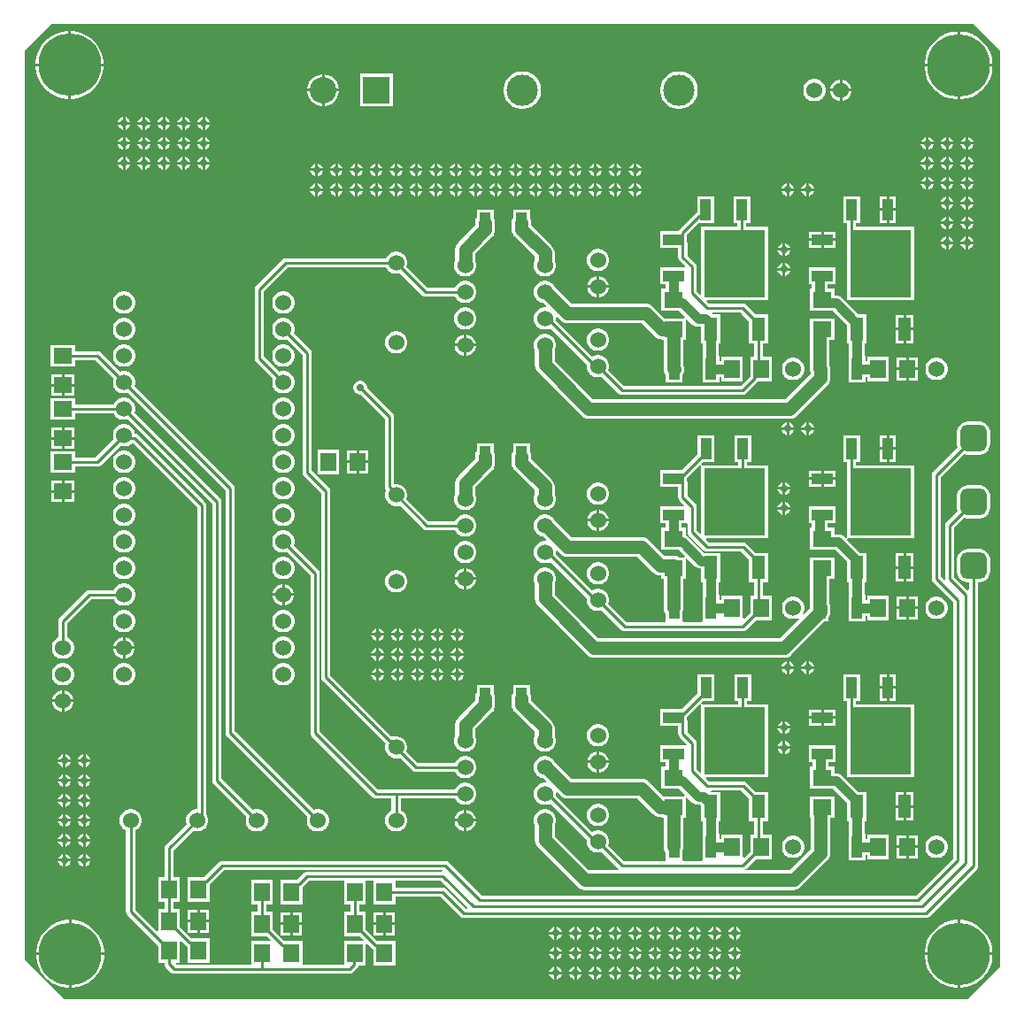
<source format=gtl>
G04*
G04 #@! TF.GenerationSoftware,Altium Limited,Altium Designer,21.0.8 (223)*
G04*
G04 Layer_Physical_Order=1*
G04 Layer_Color=255*
%FSLAX25Y25*%
%MOIN*%
G70*
G04*
G04 #@! TF.SameCoordinates,9A741BFF-CE4B-45F5-BAAB-659130A2A11A*
G04*
G04*
G04 #@! TF.FilePolarity,Positive*
G04*
G01*
G75*
%ADD10C,0.01000*%
%ADD14R,0.22835X0.25197*%
%ADD15R,0.04724X0.08661*%
%ADD16R,0.06693X0.05906*%
%ADD17R,0.05906X0.06693*%
%ADD18R,0.07874X0.04000*%
%ADD19R,0.04000X0.07874*%
%ADD33C,0.05000*%
%ADD34C,0.03500*%
%ADD35C,0.06000*%
G04:AMPARAMS|DCode=36|XSize=100mil|YSize=100mil|CornerRadius=25mil|HoleSize=0mil|Usage=FLASHONLY|Rotation=0.000|XOffset=0mil|YOffset=0mil|HoleType=Round|Shape=RoundedRectangle|*
%AMROUNDEDRECTD36*
21,1,0.10000,0.05000,0,0,0.0*
21,1,0.05000,0.10000,0,0,0.0*
1,1,0.05000,0.02500,-0.02500*
1,1,0.05000,-0.02500,-0.02500*
1,1,0.05000,-0.02500,0.02500*
1,1,0.05000,0.02500,0.02500*
%
%ADD36ROUNDEDRECTD36*%
%ADD37C,0.11811*%
%ADD38C,0.10000*%
%ADD39R,0.10000X0.10000*%
%ADD40C,0.02756*%
%ADD41C,0.23622*%
G36*
X370000Y360000D02*
Y15000D01*
X357500Y2500D01*
X17500Y2500D01*
X2500Y17500D01*
X2500Y360000D01*
X12500Y370000D01*
X360000D01*
X370000Y360000D01*
D02*
G37*
%LPC*%
G36*
X20508Y367311D02*
X20000D01*
Y355000D01*
X32311D01*
Y355508D01*
X31996Y357500D01*
X31372Y359418D01*
X30457Y361214D01*
X29272Y362846D01*
X27846Y364272D01*
X26214Y365457D01*
X24418Y366372D01*
X22500Y366996D01*
X20508Y367311D01*
D02*
G37*
G36*
X19000D02*
X18492D01*
X16500Y366996D01*
X14582Y366372D01*
X12786Y365457D01*
X11154Y364272D01*
X9728Y362846D01*
X8543Y361214D01*
X7628Y359418D01*
X7004Y357500D01*
X6689Y355508D01*
Y355000D01*
X19000D01*
Y367311D01*
D02*
G37*
G36*
X355339Y367142D02*
X354831D01*
Y354831D01*
X367142D01*
Y355339D01*
X366826Y357331D01*
X366203Y359248D01*
X365288Y361045D01*
X364102Y362677D01*
X362677Y364102D01*
X361045Y365288D01*
X359248Y366203D01*
X357331Y366826D01*
X355339Y367142D01*
D02*
G37*
G36*
X353831D02*
X353323D01*
X351331Y366826D01*
X349413Y366203D01*
X347616Y365288D01*
X345985Y364102D01*
X344559Y362677D01*
X343374Y361045D01*
X342458Y359248D01*
X341835Y357331D01*
X341520Y355339D01*
Y354831D01*
X353831D01*
Y367142D01*
D02*
G37*
G36*
X115591Y351000D02*
X115500D01*
Y345500D01*
X121000D01*
Y345591D01*
X120769Y346750D01*
X120317Y347842D01*
X119660Y348825D01*
X118825Y349660D01*
X117842Y350317D01*
X116750Y350769D01*
X115591Y351000D01*
D02*
G37*
G36*
X310527Y349000D02*
X310500D01*
Y345500D01*
X314000D01*
Y345527D01*
X313727Y346544D01*
X313201Y347456D01*
X312456Y348201D01*
X311544Y348727D01*
X310527Y349000D01*
D02*
G37*
G36*
X309500D02*
X309473D01*
X308456Y348727D01*
X307544Y348201D01*
X306799Y347456D01*
X306273Y346544D01*
X306000Y345527D01*
Y345500D01*
X309500D01*
Y349000D01*
D02*
G37*
G36*
X114500Y351000D02*
X114409D01*
X113250Y350769D01*
X112158Y350317D01*
X111175Y349660D01*
X110339Y348825D01*
X109683Y347842D01*
X109231Y346750D01*
X109000Y345591D01*
Y345500D01*
X114500D01*
Y351000D01*
D02*
G37*
G36*
X32311Y354000D02*
X20000D01*
Y341689D01*
X20508D01*
X22500Y342004D01*
X24418Y342628D01*
X26214Y343543D01*
X27846Y344728D01*
X29272Y346154D01*
X30457Y347786D01*
X31372Y349582D01*
X31996Y351500D01*
X32311Y353492D01*
Y354000D01*
D02*
G37*
G36*
X19000D02*
X6689D01*
Y353492D01*
X7004Y351500D01*
X7628Y349582D01*
X8543Y347786D01*
X9728Y346154D01*
X11154Y344728D01*
X12786Y343543D01*
X14582Y342628D01*
X16500Y342004D01*
X18492Y341689D01*
X19000D01*
Y354000D01*
D02*
G37*
G36*
X367142Y353831D02*
X354831D01*
Y341520D01*
X355339D01*
X357331Y341835D01*
X359248Y342458D01*
X361045Y343374D01*
X362677Y344559D01*
X364102Y345985D01*
X365288Y347616D01*
X366203Y349413D01*
X366826Y351331D01*
X367142Y353323D01*
Y353831D01*
D02*
G37*
G36*
X353831D02*
X341520D01*
Y353323D01*
X341835Y351331D01*
X342458Y349413D01*
X343374Y347616D01*
X344559Y345985D01*
X345985Y344559D01*
X347616Y343374D01*
X349413Y342458D01*
X351331Y341835D01*
X353323Y341520D01*
X353831D01*
Y353831D01*
D02*
G37*
G36*
X314000Y344500D02*
X310500D01*
Y341000D01*
X310527D01*
X311544Y341273D01*
X312456Y341799D01*
X313201Y342544D01*
X313727Y343456D01*
X314000Y344473D01*
Y344500D01*
D02*
G37*
G36*
X309500D02*
X306000D01*
Y344473D01*
X306273Y343456D01*
X306799Y342544D01*
X307544Y341799D01*
X308456Y341273D01*
X309473Y341000D01*
X309500D01*
Y344500D01*
D02*
G37*
G36*
X300551Y349181D02*
X299449D01*
X298386Y348896D01*
X297433Y348346D01*
X296654Y347567D01*
X296104Y346614D01*
X295819Y345550D01*
Y344449D01*
X296104Y343386D01*
X296654Y342433D01*
X297433Y341654D01*
X298386Y341104D01*
X299449Y340819D01*
X300551D01*
X301614Y341104D01*
X302567Y341654D01*
X303346Y342433D01*
X303896Y343386D01*
X304181Y344449D01*
Y345550D01*
X303896Y346614D01*
X303346Y347567D01*
X302567Y348346D01*
X301614Y348896D01*
X300551Y349181D01*
D02*
G37*
G36*
X121000Y344500D02*
X115500D01*
Y339000D01*
X115591D01*
X116750Y339231D01*
X117842Y339683D01*
X118825Y340339D01*
X119660Y341175D01*
X120317Y342158D01*
X120769Y343250D01*
X121000Y344409D01*
Y344500D01*
D02*
G37*
G36*
X114500D02*
X109000D01*
Y344409D01*
X109231Y343250D01*
X109683Y342158D01*
X110339Y341175D01*
X111175Y340339D01*
X112158Y339683D01*
X113250Y339231D01*
X114409Y339000D01*
X114500D01*
Y344500D01*
D02*
G37*
G36*
X141181Y351181D02*
X128819D01*
Y338819D01*
X141181D01*
Y351181D01*
D02*
G37*
G36*
X249753Y352087D02*
X248357D01*
X246988Y351814D01*
X245698Y351280D01*
X244538Y350504D01*
X243551Y349517D01*
X242775Y348357D01*
X242241Y347067D01*
X241968Y345698D01*
Y344302D01*
X242241Y342933D01*
X242775Y341643D01*
X243551Y340482D01*
X244538Y339495D01*
X245698Y338720D01*
X246988Y338186D01*
X248357Y337913D01*
X249753D01*
X251122Y338186D01*
X252412Y338720D01*
X253573Y339495D01*
X254560Y340482D01*
X255335Y341643D01*
X255869Y342933D01*
X256142Y344302D01*
Y345698D01*
X255869Y347067D01*
X255335Y348357D01*
X254560Y349517D01*
X253573Y350504D01*
X252412Y351280D01*
X251122Y351814D01*
X249753Y352087D01*
D02*
G37*
G36*
X190698D02*
X189302D01*
X187933Y351814D01*
X186643Y351280D01*
X185483Y350504D01*
X184495Y349517D01*
X183720Y348357D01*
X183186Y347067D01*
X182913Y345698D01*
Y344302D01*
X183186Y342933D01*
X183720Y341643D01*
X184495Y340482D01*
X185483Y339495D01*
X186643Y338720D01*
X187933Y338186D01*
X189302Y337913D01*
X190698D01*
X192067Y338186D01*
X193357Y338720D01*
X194518Y339495D01*
X195504Y340482D01*
X196280Y341643D01*
X196814Y342933D01*
X197087Y344302D01*
Y345698D01*
X196814Y347067D01*
X196280Y348357D01*
X195504Y349517D01*
X194518Y350504D01*
X193357Y351280D01*
X192067Y351814D01*
X190698Y352087D01*
D02*
G37*
G36*
X70500Y334867D02*
Y333000D01*
X72367D01*
X72016Y333847D01*
X71347Y334516D01*
X70500Y334867D01*
D02*
G37*
G36*
X69500D02*
X68653Y334516D01*
X67984Y333847D01*
X67633Y333000D01*
X69500D01*
Y334867D01*
D02*
G37*
G36*
X63000D02*
Y333000D01*
X64867D01*
X64516Y333847D01*
X63847Y334516D01*
X63000Y334867D01*
D02*
G37*
G36*
X62000D02*
X61153Y334516D01*
X60484Y333847D01*
X60133Y333000D01*
X62000D01*
Y334867D01*
D02*
G37*
G36*
X55500D02*
Y333000D01*
X57367D01*
X57016Y333847D01*
X56347Y334516D01*
X55500Y334867D01*
D02*
G37*
G36*
X54500D02*
X53653Y334516D01*
X52984Y333847D01*
X52633Y333000D01*
X54500D01*
Y334867D01*
D02*
G37*
G36*
X48000D02*
Y333000D01*
X49867D01*
X49516Y333847D01*
X48847Y334516D01*
X48000Y334867D01*
D02*
G37*
G36*
X47000D02*
X46153Y334516D01*
X45484Y333847D01*
X45133Y333000D01*
X47000D01*
Y334867D01*
D02*
G37*
G36*
X40500D02*
Y333000D01*
X42367D01*
X42016Y333847D01*
X41347Y334516D01*
X40500Y334867D01*
D02*
G37*
G36*
X39500D02*
X38653Y334516D01*
X37984Y333847D01*
X37633Y333000D01*
X39500D01*
Y334867D01*
D02*
G37*
G36*
X72367Y332000D02*
X70500D01*
Y330133D01*
X71347Y330484D01*
X72016Y331153D01*
X72367Y332000D01*
D02*
G37*
G36*
X69500D02*
X67633D01*
X67984Y331153D01*
X68653Y330484D01*
X69500Y330133D01*
Y332000D01*
D02*
G37*
G36*
X64867D02*
X63000D01*
Y330133D01*
X63847Y330484D01*
X64516Y331153D01*
X64867Y332000D01*
D02*
G37*
G36*
X62000D02*
X60133D01*
X60484Y331153D01*
X61153Y330484D01*
X62000Y330133D01*
Y332000D01*
D02*
G37*
G36*
X57367D02*
X55500D01*
Y330133D01*
X56347Y330484D01*
X57016Y331153D01*
X57367Y332000D01*
D02*
G37*
G36*
X54500D02*
X52633D01*
X52984Y331153D01*
X53653Y330484D01*
X54500Y330133D01*
Y332000D01*
D02*
G37*
G36*
X49867D02*
X48000D01*
Y330133D01*
X48847Y330484D01*
X49516Y331153D01*
X49867Y332000D01*
D02*
G37*
G36*
X47000D02*
X45133D01*
X45484Y331153D01*
X46153Y330484D01*
X47000Y330133D01*
Y332000D01*
D02*
G37*
G36*
X42367D02*
X40500D01*
Y330133D01*
X41347Y330484D01*
X42016Y331153D01*
X42367Y332000D01*
D02*
G37*
G36*
X39500D02*
X37633D01*
X37984Y331153D01*
X38653Y330484D01*
X39500Y330133D01*
Y332000D01*
D02*
G37*
G36*
X358000Y327367D02*
Y325500D01*
X359867D01*
X359516Y326347D01*
X358847Y327016D01*
X358000Y327367D01*
D02*
G37*
G36*
X357000D02*
X356153Y327016D01*
X355484Y326347D01*
X355133Y325500D01*
X357000D01*
Y327367D01*
D02*
G37*
G36*
X350500D02*
Y325500D01*
X352367D01*
X352016Y326347D01*
X351347Y327016D01*
X350500Y327367D01*
D02*
G37*
G36*
X349500D02*
X348653Y327016D01*
X347984Y326347D01*
X347633Y325500D01*
X349500D01*
Y327367D01*
D02*
G37*
G36*
X343000D02*
Y325500D01*
X344867D01*
X344516Y326347D01*
X343847Y327016D01*
X343000Y327367D01*
D02*
G37*
G36*
X342000D02*
X341153Y327016D01*
X340484Y326347D01*
X340133Y325500D01*
X342000D01*
Y327367D01*
D02*
G37*
G36*
X70500D02*
Y325500D01*
X72367D01*
X72016Y326347D01*
X71347Y327016D01*
X70500Y327367D01*
D02*
G37*
G36*
X69500D02*
X68653Y327016D01*
X67984Y326347D01*
X67633Y325500D01*
X69500D01*
Y327367D01*
D02*
G37*
G36*
X63000D02*
Y325500D01*
X64867D01*
X64516Y326347D01*
X63847Y327016D01*
X63000Y327367D01*
D02*
G37*
G36*
X62000D02*
X61153Y327016D01*
X60484Y326347D01*
X60133Y325500D01*
X62000D01*
Y327367D01*
D02*
G37*
G36*
X55500D02*
Y325500D01*
X57367D01*
X57016Y326347D01*
X56347Y327016D01*
X55500Y327367D01*
D02*
G37*
G36*
X54500D02*
X53653Y327016D01*
X52984Y326347D01*
X52633Y325500D01*
X54500D01*
Y327367D01*
D02*
G37*
G36*
X48000D02*
Y325500D01*
X49867D01*
X49516Y326347D01*
X48847Y327016D01*
X48000Y327367D01*
D02*
G37*
G36*
X47000D02*
X46153Y327016D01*
X45484Y326347D01*
X45133Y325500D01*
X47000D01*
Y327367D01*
D02*
G37*
G36*
X40500D02*
Y325500D01*
X42367D01*
X42016Y326347D01*
X41347Y327016D01*
X40500Y327367D01*
D02*
G37*
G36*
X39500D02*
X38653Y327016D01*
X37984Y326347D01*
X37633Y325500D01*
X39500D01*
Y327367D01*
D02*
G37*
G36*
X359867Y324500D02*
X358000D01*
Y322633D01*
X358847Y322984D01*
X359516Y323653D01*
X359867Y324500D01*
D02*
G37*
G36*
X357000D02*
X355133D01*
X355484Y323653D01*
X356153Y322984D01*
X357000Y322633D01*
Y324500D01*
D02*
G37*
G36*
X352367D02*
X350500D01*
Y322633D01*
X351347Y322984D01*
X352016Y323653D01*
X352367Y324500D01*
D02*
G37*
G36*
X349500D02*
X347633D01*
X347984Y323653D01*
X348653Y322984D01*
X349500Y322633D01*
Y324500D01*
D02*
G37*
G36*
X344867D02*
X343000D01*
Y322633D01*
X343847Y322984D01*
X344516Y323653D01*
X344867Y324500D01*
D02*
G37*
G36*
X342000D02*
X340133D01*
X340484Y323653D01*
X341153Y322984D01*
X342000Y322633D01*
Y324500D01*
D02*
G37*
G36*
X72367D02*
X70500D01*
Y322633D01*
X71347Y322984D01*
X72016Y323653D01*
X72367Y324500D01*
D02*
G37*
G36*
X69500D02*
X67633D01*
X67984Y323653D01*
X68653Y322984D01*
X69500Y322633D01*
Y324500D01*
D02*
G37*
G36*
X64867D02*
X63000D01*
Y322633D01*
X63847Y322984D01*
X64516Y323653D01*
X64867Y324500D01*
D02*
G37*
G36*
X62000D02*
X60133D01*
X60484Y323653D01*
X61153Y322984D01*
X62000Y322633D01*
Y324500D01*
D02*
G37*
G36*
X57367D02*
X55500D01*
Y322633D01*
X56347Y322984D01*
X57016Y323653D01*
X57367Y324500D01*
D02*
G37*
G36*
X54500D02*
X52633D01*
X52984Y323653D01*
X53653Y322984D01*
X54500Y322633D01*
Y324500D01*
D02*
G37*
G36*
X49867D02*
X48000D01*
Y322633D01*
X48847Y322984D01*
X49516Y323653D01*
X49867Y324500D01*
D02*
G37*
G36*
X47000D02*
X45133D01*
X45484Y323653D01*
X46153Y322984D01*
X47000Y322633D01*
Y324500D01*
D02*
G37*
G36*
X42367D02*
X40500D01*
Y322633D01*
X41347Y322984D01*
X42016Y323653D01*
X42367Y324500D01*
D02*
G37*
G36*
X39500D02*
X37633D01*
X37984Y323653D01*
X38653Y322984D01*
X39500Y322633D01*
Y324500D01*
D02*
G37*
G36*
X358000Y319867D02*
Y318000D01*
X359867D01*
X359516Y318847D01*
X358847Y319516D01*
X358000Y319867D01*
D02*
G37*
G36*
X357000D02*
X356153Y319516D01*
X355484Y318847D01*
X355133Y318000D01*
X357000D01*
Y319867D01*
D02*
G37*
G36*
X350500D02*
Y318000D01*
X352367D01*
X352016Y318847D01*
X351347Y319516D01*
X350500Y319867D01*
D02*
G37*
G36*
X349500D02*
X348653Y319516D01*
X347984Y318847D01*
X347633Y318000D01*
X349500D01*
Y319867D01*
D02*
G37*
G36*
X343000D02*
Y318000D01*
X344867D01*
X344516Y318847D01*
X343847Y319516D01*
X343000Y319867D01*
D02*
G37*
G36*
X342000D02*
X341153Y319516D01*
X340484Y318847D01*
X340133Y318000D01*
X342000D01*
Y319867D01*
D02*
G37*
G36*
X70500D02*
Y318000D01*
X72367D01*
X72016Y318847D01*
X71347Y319516D01*
X70500Y319867D01*
D02*
G37*
G36*
X69500D02*
X68653Y319516D01*
X67984Y318847D01*
X67633Y318000D01*
X69500D01*
Y319867D01*
D02*
G37*
G36*
X63000D02*
Y318000D01*
X64867D01*
X64516Y318847D01*
X63847Y319516D01*
X63000Y319867D01*
D02*
G37*
G36*
X62000D02*
X61153Y319516D01*
X60484Y318847D01*
X60133Y318000D01*
X62000D01*
Y319867D01*
D02*
G37*
G36*
X55500D02*
Y318000D01*
X57367D01*
X57016Y318847D01*
X56347Y319516D01*
X55500Y319867D01*
D02*
G37*
G36*
X54500D02*
X53653Y319516D01*
X52984Y318847D01*
X52633Y318000D01*
X54500D01*
Y319867D01*
D02*
G37*
G36*
X48000D02*
Y318000D01*
X49867D01*
X49516Y318847D01*
X48847Y319516D01*
X48000Y319867D01*
D02*
G37*
G36*
X47000D02*
X46153Y319516D01*
X45484Y318847D01*
X45133Y318000D01*
X47000D01*
Y319867D01*
D02*
G37*
G36*
X40500D02*
Y318000D01*
X42367D01*
X42016Y318847D01*
X41347Y319516D01*
X40500Y319867D01*
D02*
G37*
G36*
X39500D02*
X38653Y319516D01*
X37984Y318847D01*
X37633Y318000D01*
X39500D01*
Y319867D01*
D02*
G37*
G36*
X233000Y317367D02*
Y315500D01*
X234867D01*
X234516Y316347D01*
X233847Y317016D01*
X233000Y317367D01*
D02*
G37*
G36*
X232000D02*
X231153Y317016D01*
X230484Y316347D01*
X230133Y315500D01*
X232000D01*
Y317367D01*
D02*
G37*
G36*
X225500D02*
Y315500D01*
X227367D01*
X227016Y316347D01*
X226347Y317016D01*
X225500Y317367D01*
D02*
G37*
G36*
X224500D02*
X223653Y317016D01*
X222984Y316347D01*
X222633Y315500D01*
X224500D01*
Y317367D01*
D02*
G37*
G36*
X218000D02*
Y315500D01*
X219867D01*
X219516Y316347D01*
X218847Y317016D01*
X218000Y317367D01*
D02*
G37*
G36*
X217000D02*
X216153Y317016D01*
X215484Y316347D01*
X215133Y315500D01*
X217000D01*
Y317367D01*
D02*
G37*
G36*
X210500D02*
Y315500D01*
X212367D01*
X212016Y316347D01*
X211347Y317016D01*
X210500Y317367D01*
D02*
G37*
G36*
X209500D02*
X208653Y317016D01*
X207984Y316347D01*
X207633Y315500D01*
X209500D01*
Y317367D01*
D02*
G37*
G36*
X203000D02*
Y315500D01*
X204867D01*
X204516Y316347D01*
X203847Y317016D01*
X203000Y317367D01*
D02*
G37*
G36*
X202000D02*
X201153Y317016D01*
X200484Y316347D01*
X200133Y315500D01*
X202000D01*
Y317367D01*
D02*
G37*
G36*
X195500D02*
Y315500D01*
X197367D01*
X197016Y316347D01*
X196347Y317016D01*
X195500Y317367D01*
D02*
G37*
G36*
X194500D02*
X193653Y317016D01*
X192984Y316347D01*
X192633Y315500D01*
X194500D01*
Y317367D01*
D02*
G37*
G36*
X188000D02*
Y315500D01*
X189867D01*
X189516Y316347D01*
X188847Y317016D01*
X188000Y317367D01*
D02*
G37*
G36*
X187000D02*
X186153Y317016D01*
X185484Y316347D01*
X185133Y315500D01*
X187000D01*
Y317367D01*
D02*
G37*
G36*
X180500D02*
Y315500D01*
X182367D01*
X182016Y316347D01*
X181347Y317016D01*
X180500Y317367D01*
D02*
G37*
G36*
X179500D02*
X178653Y317016D01*
X177984Y316347D01*
X177633Y315500D01*
X179500D01*
Y317367D01*
D02*
G37*
G36*
X173000D02*
Y315500D01*
X174867D01*
X174516Y316347D01*
X173847Y317016D01*
X173000Y317367D01*
D02*
G37*
G36*
X172000D02*
X171153Y317016D01*
X170484Y316347D01*
X170133Y315500D01*
X172000D01*
Y317367D01*
D02*
G37*
G36*
X165500D02*
Y315500D01*
X167367D01*
X167016Y316347D01*
X166347Y317016D01*
X165500Y317367D01*
D02*
G37*
G36*
X164500D02*
X163653Y317016D01*
X162984Y316347D01*
X162633Y315500D01*
X164500D01*
Y317367D01*
D02*
G37*
G36*
X158000D02*
Y315500D01*
X159867D01*
X159516Y316347D01*
X158847Y317016D01*
X158000Y317367D01*
D02*
G37*
G36*
X157000D02*
X156153Y317016D01*
X155484Y316347D01*
X155133Y315500D01*
X157000D01*
Y317367D01*
D02*
G37*
G36*
X150500D02*
Y315500D01*
X152367D01*
X152016Y316347D01*
X151347Y317016D01*
X150500Y317367D01*
D02*
G37*
G36*
X149500D02*
X148653Y317016D01*
X147984Y316347D01*
X147633Y315500D01*
X149500D01*
Y317367D01*
D02*
G37*
G36*
X143000D02*
Y315500D01*
X144867D01*
X144516Y316347D01*
X143847Y317016D01*
X143000Y317367D01*
D02*
G37*
G36*
X142000D02*
X141153Y317016D01*
X140484Y316347D01*
X140133Y315500D01*
X142000D01*
Y317367D01*
D02*
G37*
G36*
X135500D02*
Y315500D01*
X137367D01*
X137016Y316347D01*
X136347Y317016D01*
X135500Y317367D01*
D02*
G37*
G36*
X134500D02*
X133653Y317016D01*
X132984Y316347D01*
X132633Y315500D01*
X134500D01*
Y317367D01*
D02*
G37*
G36*
X128000D02*
Y315500D01*
X129867D01*
X129516Y316347D01*
X128847Y317016D01*
X128000Y317367D01*
D02*
G37*
G36*
X127000D02*
X126153Y317016D01*
X125484Y316347D01*
X125133Y315500D01*
X127000D01*
Y317367D01*
D02*
G37*
G36*
X120500D02*
Y315500D01*
X122367D01*
X122016Y316347D01*
X121347Y317016D01*
X120500Y317367D01*
D02*
G37*
G36*
X119500D02*
X118653Y317016D01*
X117984Y316347D01*
X117633Y315500D01*
X119500D01*
Y317367D01*
D02*
G37*
G36*
X113000D02*
Y315500D01*
X114867D01*
X114516Y316347D01*
X113847Y317016D01*
X113000Y317367D01*
D02*
G37*
G36*
X112000D02*
X111153Y317016D01*
X110484Y316347D01*
X110133Y315500D01*
X112000D01*
Y317367D01*
D02*
G37*
G36*
X359867Y317000D02*
X358000D01*
Y315133D01*
X358847Y315484D01*
X359516Y316153D01*
X359867Y317000D01*
D02*
G37*
G36*
X357000D02*
X355133D01*
X355484Y316153D01*
X356153Y315484D01*
X357000Y315133D01*
Y317000D01*
D02*
G37*
G36*
X352367D02*
X350500D01*
Y315133D01*
X351347Y315484D01*
X352016Y316153D01*
X352367Y317000D01*
D02*
G37*
G36*
X349500D02*
X347633D01*
X347984Y316153D01*
X348653Y315484D01*
X349500Y315133D01*
Y317000D01*
D02*
G37*
G36*
X344867D02*
X343000D01*
Y315133D01*
X343847Y315484D01*
X344516Y316153D01*
X344867Y317000D01*
D02*
G37*
G36*
X342000D02*
X340133D01*
X340484Y316153D01*
X341153Y315484D01*
X342000Y315133D01*
Y317000D01*
D02*
G37*
G36*
X72367D02*
X70500D01*
Y315133D01*
X71347Y315484D01*
X72016Y316153D01*
X72367Y317000D01*
D02*
G37*
G36*
X69500D02*
X67633D01*
X67984Y316153D01*
X68653Y315484D01*
X69500Y315133D01*
Y317000D01*
D02*
G37*
G36*
X64867D02*
X63000D01*
Y315133D01*
X63847Y315484D01*
X64516Y316153D01*
X64867Y317000D01*
D02*
G37*
G36*
X62000D02*
X60133D01*
X60484Y316153D01*
X61153Y315484D01*
X62000Y315133D01*
Y317000D01*
D02*
G37*
G36*
X57367D02*
X55500D01*
Y315133D01*
X56347Y315484D01*
X57016Y316153D01*
X57367Y317000D01*
D02*
G37*
G36*
X54500D02*
X52633D01*
X52984Y316153D01*
X53653Y315484D01*
X54500Y315133D01*
Y317000D01*
D02*
G37*
G36*
X49867D02*
X48000D01*
Y315133D01*
X48847Y315484D01*
X49516Y316153D01*
X49867Y317000D01*
D02*
G37*
G36*
X47000D02*
X45133D01*
X45484Y316153D01*
X46153Y315484D01*
X47000Y315133D01*
Y317000D01*
D02*
G37*
G36*
X42367D02*
X40500D01*
Y315133D01*
X41347Y315484D01*
X42016Y316153D01*
X42367Y317000D01*
D02*
G37*
G36*
X39500D02*
X37633D01*
X37984Y316153D01*
X38653Y315484D01*
X39500Y315133D01*
Y317000D01*
D02*
G37*
G36*
X234867Y314500D02*
X233000D01*
Y312633D01*
X233847Y312984D01*
X234516Y313653D01*
X234867Y314500D01*
D02*
G37*
G36*
X232000D02*
X230133D01*
X230484Y313653D01*
X231153Y312984D01*
X232000Y312633D01*
Y314500D01*
D02*
G37*
G36*
X227367D02*
X225500D01*
Y312633D01*
X226347Y312984D01*
X227016Y313653D01*
X227367Y314500D01*
D02*
G37*
G36*
X224500D02*
X222633D01*
X222984Y313653D01*
X223653Y312984D01*
X224500Y312633D01*
Y314500D01*
D02*
G37*
G36*
X219867D02*
X218000D01*
Y312633D01*
X218847Y312984D01*
X219516Y313653D01*
X219867Y314500D01*
D02*
G37*
G36*
X217000D02*
X215133D01*
X215484Y313653D01*
X216153Y312984D01*
X217000Y312633D01*
Y314500D01*
D02*
G37*
G36*
X212367D02*
X210500D01*
Y312633D01*
X211347Y312984D01*
X212016Y313653D01*
X212367Y314500D01*
D02*
G37*
G36*
X209500D02*
X207633D01*
X207984Y313653D01*
X208653Y312984D01*
X209500Y312633D01*
Y314500D01*
D02*
G37*
G36*
X204867D02*
X203000D01*
Y312633D01*
X203847Y312984D01*
X204516Y313653D01*
X204867Y314500D01*
D02*
G37*
G36*
X202000D02*
X200133D01*
X200484Y313653D01*
X201153Y312984D01*
X202000Y312633D01*
Y314500D01*
D02*
G37*
G36*
X197367D02*
X195500D01*
Y312633D01*
X196347Y312984D01*
X197016Y313653D01*
X197367Y314500D01*
D02*
G37*
G36*
X194500D02*
X192633D01*
X192984Y313653D01*
X193653Y312984D01*
X194500Y312633D01*
Y314500D01*
D02*
G37*
G36*
X189867D02*
X188000D01*
Y312633D01*
X188847Y312984D01*
X189516Y313653D01*
X189867Y314500D01*
D02*
G37*
G36*
X187000D02*
X185133D01*
X185484Y313653D01*
X186153Y312984D01*
X187000Y312633D01*
Y314500D01*
D02*
G37*
G36*
X182367D02*
X180500D01*
Y312633D01*
X181347Y312984D01*
X182016Y313653D01*
X182367Y314500D01*
D02*
G37*
G36*
X179500D02*
X177633D01*
X177984Y313653D01*
X178653Y312984D01*
X179500Y312633D01*
Y314500D01*
D02*
G37*
G36*
X174867D02*
X173000D01*
Y312633D01*
X173847Y312984D01*
X174516Y313653D01*
X174867Y314500D01*
D02*
G37*
G36*
X172000D02*
X170133D01*
X170484Y313653D01*
X171153Y312984D01*
X172000Y312633D01*
Y314500D01*
D02*
G37*
G36*
X167367D02*
X165500D01*
Y312633D01*
X166347Y312984D01*
X167016Y313653D01*
X167367Y314500D01*
D02*
G37*
G36*
X164500D02*
X162633D01*
X162984Y313653D01*
X163653Y312984D01*
X164500Y312633D01*
Y314500D01*
D02*
G37*
G36*
X159867D02*
X158000D01*
Y312633D01*
X158847Y312984D01*
X159516Y313653D01*
X159867Y314500D01*
D02*
G37*
G36*
X157000D02*
X155133D01*
X155484Y313653D01*
X156153Y312984D01*
X157000Y312633D01*
Y314500D01*
D02*
G37*
G36*
X152367D02*
X150500D01*
Y312633D01*
X151347Y312984D01*
X152016Y313653D01*
X152367Y314500D01*
D02*
G37*
G36*
X149500D02*
X147633D01*
X147984Y313653D01*
X148653Y312984D01*
X149500Y312633D01*
Y314500D01*
D02*
G37*
G36*
X144867D02*
X143000D01*
Y312633D01*
X143847Y312984D01*
X144516Y313653D01*
X144867Y314500D01*
D02*
G37*
G36*
X142000D02*
X140133D01*
X140484Y313653D01*
X141153Y312984D01*
X142000Y312633D01*
Y314500D01*
D02*
G37*
G36*
X137367D02*
X135500D01*
Y312633D01*
X136347Y312984D01*
X137016Y313653D01*
X137367Y314500D01*
D02*
G37*
G36*
X134500D02*
X132633D01*
X132984Y313653D01*
X133653Y312984D01*
X134500Y312633D01*
Y314500D01*
D02*
G37*
G36*
X129867D02*
X128000D01*
Y312633D01*
X128847Y312984D01*
X129516Y313653D01*
X129867Y314500D01*
D02*
G37*
G36*
X127000D02*
X125133D01*
X125484Y313653D01*
X126153Y312984D01*
X127000Y312633D01*
Y314500D01*
D02*
G37*
G36*
X122367D02*
X120500D01*
Y312633D01*
X121347Y312984D01*
X122016Y313653D01*
X122367Y314500D01*
D02*
G37*
G36*
X119500D02*
X117633D01*
X117984Y313653D01*
X118653Y312984D01*
X119500Y312633D01*
Y314500D01*
D02*
G37*
G36*
X114867D02*
X113000D01*
Y312633D01*
X113847Y312984D01*
X114516Y313653D01*
X114867Y314500D01*
D02*
G37*
G36*
X112000D02*
X110133D01*
X110484Y313653D01*
X111153Y312984D01*
X112000Y312633D01*
Y314500D01*
D02*
G37*
G36*
X358000Y312367D02*
Y310500D01*
X359867D01*
X359516Y311347D01*
X358847Y312016D01*
X358000Y312367D01*
D02*
G37*
G36*
X357000D02*
X356153Y312016D01*
X355484Y311347D01*
X355133Y310500D01*
X357000D01*
Y312367D01*
D02*
G37*
G36*
X350500D02*
Y310500D01*
X352367D01*
X352016Y311347D01*
X351347Y312016D01*
X350500Y312367D01*
D02*
G37*
G36*
X349500D02*
X348653Y312016D01*
X347984Y311347D01*
X347633Y310500D01*
X349500D01*
Y312367D01*
D02*
G37*
G36*
X343000D02*
Y310500D01*
X344867D01*
X344516Y311347D01*
X343847Y312016D01*
X343000Y312367D01*
D02*
G37*
G36*
X342000D02*
X341153Y312016D01*
X340484Y311347D01*
X340133Y310500D01*
X342000D01*
Y312367D01*
D02*
G37*
G36*
X298000Y309867D02*
Y308000D01*
X299867D01*
X299516Y308847D01*
X298847Y309516D01*
X298000Y309867D01*
D02*
G37*
G36*
X297000D02*
X296153Y309516D01*
X295484Y308847D01*
X295133Y308000D01*
X297000D01*
Y309867D01*
D02*
G37*
G36*
X290500D02*
Y308000D01*
X292367D01*
X292016Y308847D01*
X291347Y309516D01*
X290500Y309867D01*
D02*
G37*
G36*
X289500D02*
X288653Y309516D01*
X287984Y308847D01*
X287633Y308000D01*
X289500D01*
Y309867D01*
D02*
G37*
G36*
X233000D02*
Y308000D01*
X234867D01*
X234516Y308847D01*
X233847Y309516D01*
X233000Y309867D01*
D02*
G37*
G36*
X232000D02*
X231153Y309516D01*
X230484Y308847D01*
X230133Y308000D01*
X232000D01*
Y309867D01*
D02*
G37*
G36*
X225500D02*
Y308000D01*
X227367D01*
X227016Y308847D01*
X226347Y309516D01*
X225500Y309867D01*
D02*
G37*
G36*
X224500D02*
X223653Y309516D01*
X222984Y308847D01*
X222633Y308000D01*
X224500D01*
Y309867D01*
D02*
G37*
G36*
X218000D02*
Y308000D01*
X219867D01*
X219516Y308847D01*
X218847Y309516D01*
X218000Y309867D01*
D02*
G37*
G36*
X217000D02*
X216153Y309516D01*
X215484Y308847D01*
X215133Y308000D01*
X217000D01*
Y309867D01*
D02*
G37*
G36*
X210500D02*
Y308000D01*
X212367D01*
X212016Y308847D01*
X211347Y309516D01*
X210500Y309867D01*
D02*
G37*
G36*
X209500D02*
X208653Y309516D01*
X207984Y308847D01*
X207633Y308000D01*
X209500D01*
Y309867D01*
D02*
G37*
G36*
X203000D02*
Y308000D01*
X204867D01*
X204516Y308847D01*
X203847Y309516D01*
X203000Y309867D01*
D02*
G37*
G36*
X202000D02*
X201153Y309516D01*
X200484Y308847D01*
X200133Y308000D01*
X202000D01*
Y309867D01*
D02*
G37*
G36*
X195500D02*
Y308000D01*
X197367D01*
X197016Y308847D01*
X196347Y309516D01*
X195500Y309867D01*
D02*
G37*
G36*
X194500D02*
X193653Y309516D01*
X192984Y308847D01*
X192633Y308000D01*
X194500D01*
Y309867D01*
D02*
G37*
G36*
X188000D02*
Y308000D01*
X189867D01*
X189516Y308847D01*
X188847Y309516D01*
X188000Y309867D01*
D02*
G37*
G36*
X187000D02*
X186153Y309516D01*
X185484Y308847D01*
X185133Y308000D01*
X187000D01*
Y309867D01*
D02*
G37*
G36*
X180500D02*
Y308000D01*
X182367D01*
X182016Y308847D01*
X181347Y309516D01*
X180500Y309867D01*
D02*
G37*
G36*
X179500D02*
X178653Y309516D01*
X177984Y308847D01*
X177633Y308000D01*
X179500D01*
Y309867D01*
D02*
G37*
G36*
X173000D02*
Y308000D01*
X174867D01*
X174516Y308847D01*
X173847Y309516D01*
X173000Y309867D01*
D02*
G37*
G36*
X172000D02*
X171153Y309516D01*
X170484Y308847D01*
X170133Y308000D01*
X172000D01*
Y309867D01*
D02*
G37*
G36*
X165500D02*
Y308000D01*
X167367D01*
X167016Y308847D01*
X166347Y309516D01*
X165500Y309867D01*
D02*
G37*
G36*
X164500D02*
X163653Y309516D01*
X162984Y308847D01*
X162633Y308000D01*
X164500D01*
Y309867D01*
D02*
G37*
G36*
X158000D02*
Y308000D01*
X159867D01*
X159516Y308847D01*
X158847Y309516D01*
X158000Y309867D01*
D02*
G37*
G36*
X157000D02*
X156153Y309516D01*
X155484Y308847D01*
X155133Y308000D01*
X157000D01*
Y309867D01*
D02*
G37*
G36*
X150500D02*
Y308000D01*
X152367D01*
X152016Y308847D01*
X151347Y309516D01*
X150500Y309867D01*
D02*
G37*
G36*
X149500D02*
X148653Y309516D01*
X147984Y308847D01*
X147633Y308000D01*
X149500D01*
Y309867D01*
D02*
G37*
G36*
X143000D02*
Y308000D01*
X144867D01*
X144516Y308847D01*
X143847Y309516D01*
X143000Y309867D01*
D02*
G37*
G36*
X142000D02*
X141153Y309516D01*
X140484Y308847D01*
X140133Y308000D01*
X142000D01*
Y309867D01*
D02*
G37*
G36*
X135500D02*
Y308000D01*
X137367D01*
X137016Y308847D01*
X136347Y309516D01*
X135500Y309867D01*
D02*
G37*
G36*
X134500D02*
X133653Y309516D01*
X132984Y308847D01*
X132633Y308000D01*
X134500D01*
Y309867D01*
D02*
G37*
G36*
X128000D02*
Y308000D01*
X129867D01*
X129516Y308847D01*
X128847Y309516D01*
X128000Y309867D01*
D02*
G37*
G36*
X127000D02*
X126153Y309516D01*
X125484Y308847D01*
X125133Y308000D01*
X127000D01*
Y309867D01*
D02*
G37*
G36*
X120500D02*
Y308000D01*
X122367D01*
X122016Y308847D01*
X121347Y309516D01*
X120500Y309867D01*
D02*
G37*
G36*
X119500D02*
X118653Y309516D01*
X117984Y308847D01*
X117633Y308000D01*
X119500D01*
Y309867D01*
D02*
G37*
G36*
X113000D02*
Y308000D01*
X114867D01*
X114516Y308847D01*
X113847Y309516D01*
X113000Y309867D01*
D02*
G37*
G36*
X112000D02*
X111153Y309516D01*
X110484Y308847D01*
X110133Y308000D01*
X112000D01*
Y309867D01*
D02*
G37*
G36*
X359867Y309500D02*
X358000D01*
Y307633D01*
X358847Y307984D01*
X359516Y308653D01*
X359867Y309500D01*
D02*
G37*
G36*
X357000D02*
X355133D01*
X355484Y308653D01*
X356153Y307984D01*
X357000Y307633D01*
Y309500D01*
D02*
G37*
G36*
X352367D02*
X350500D01*
Y307633D01*
X351347Y307984D01*
X352016Y308653D01*
X352367Y309500D01*
D02*
G37*
G36*
X349500D02*
X347633D01*
X347984Y308653D01*
X348653Y307984D01*
X349500Y307633D01*
Y309500D01*
D02*
G37*
G36*
X344867D02*
X343000D01*
Y307633D01*
X343847Y307984D01*
X344516Y308653D01*
X344867Y309500D01*
D02*
G37*
G36*
X342000D02*
X340133D01*
X340484Y308653D01*
X341153Y307984D01*
X342000Y307633D01*
Y309500D01*
D02*
G37*
G36*
X299867Y307000D02*
X298000D01*
Y305133D01*
X298847Y305484D01*
X299516Y306153D01*
X299867Y307000D01*
D02*
G37*
G36*
X297000D02*
X295133D01*
X295484Y306153D01*
X296153Y305484D01*
X297000Y305133D01*
Y307000D01*
D02*
G37*
G36*
X292367D02*
X290500D01*
Y305133D01*
X291347Y305484D01*
X292016Y306153D01*
X292367Y307000D01*
D02*
G37*
G36*
X289500D02*
X287633D01*
X287984Y306153D01*
X288653Y305484D01*
X289500Y305133D01*
Y307000D01*
D02*
G37*
G36*
X234867D02*
X233000D01*
Y305133D01*
X233847Y305484D01*
X234516Y306153D01*
X234867Y307000D01*
D02*
G37*
G36*
X232000D02*
X230133D01*
X230484Y306153D01*
X231153Y305484D01*
X232000Y305133D01*
Y307000D01*
D02*
G37*
G36*
X227367D02*
X225500D01*
Y305133D01*
X226347Y305484D01*
X227016Y306153D01*
X227367Y307000D01*
D02*
G37*
G36*
X224500D02*
X222633D01*
X222984Y306153D01*
X223653Y305484D01*
X224500Y305133D01*
Y307000D01*
D02*
G37*
G36*
X219867D02*
X218000D01*
Y305133D01*
X218847Y305484D01*
X219516Y306153D01*
X219867Y307000D01*
D02*
G37*
G36*
X217000D02*
X215133D01*
X215484Y306153D01*
X216153Y305484D01*
X217000Y305133D01*
Y307000D01*
D02*
G37*
G36*
X212367D02*
X210500D01*
Y305133D01*
X211347Y305484D01*
X212016Y306153D01*
X212367Y307000D01*
D02*
G37*
G36*
X209500D02*
X207633D01*
X207984Y306153D01*
X208653Y305484D01*
X209500Y305133D01*
Y307000D01*
D02*
G37*
G36*
X204867D02*
X203000D01*
Y305133D01*
X203847Y305484D01*
X204516Y306153D01*
X204867Y307000D01*
D02*
G37*
G36*
X202000D02*
X200133D01*
X200484Y306153D01*
X201153Y305484D01*
X202000Y305133D01*
Y307000D01*
D02*
G37*
G36*
X197367D02*
X195500D01*
Y305133D01*
X196347Y305484D01*
X197016Y306153D01*
X197367Y307000D01*
D02*
G37*
G36*
X194500D02*
X192633D01*
X192984Y306153D01*
X193653Y305484D01*
X194500Y305133D01*
Y307000D01*
D02*
G37*
G36*
X189867D02*
X188000D01*
Y305133D01*
X188847Y305484D01*
X189516Y306153D01*
X189867Y307000D01*
D02*
G37*
G36*
X187000D02*
X185133D01*
X185484Y306153D01*
X186153Y305484D01*
X187000Y305133D01*
Y307000D01*
D02*
G37*
G36*
X182367D02*
X180500D01*
Y305133D01*
X181347Y305484D01*
X182016Y306153D01*
X182367Y307000D01*
D02*
G37*
G36*
X179500D02*
X177633D01*
X177984Y306153D01*
X178653Y305484D01*
X179500Y305133D01*
Y307000D01*
D02*
G37*
G36*
X174867D02*
X173000D01*
Y305133D01*
X173847Y305484D01*
X174516Y306153D01*
X174867Y307000D01*
D02*
G37*
G36*
X172000D02*
X170133D01*
X170484Y306153D01*
X171153Y305484D01*
X172000Y305133D01*
Y307000D01*
D02*
G37*
G36*
X167367D02*
X165500D01*
Y305133D01*
X166347Y305484D01*
X167016Y306153D01*
X167367Y307000D01*
D02*
G37*
G36*
X164500D02*
X162633D01*
X162984Y306153D01*
X163653Y305484D01*
X164500Y305133D01*
Y307000D01*
D02*
G37*
G36*
X159867D02*
X158000D01*
Y305133D01*
X158847Y305484D01*
X159516Y306153D01*
X159867Y307000D01*
D02*
G37*
G36*
X157000D02*
X155133D01*
X155484Y306153D01*
X156153Y305484D01*
X157000Y305133D01*
Y307000D01*
D02*
G37*
G36*
X152367D02*
X150500D01*
Y305133D01*
X151347Y305484D01*
X152016Y306153D01*
X152367Y307000D01*
D02*
G37*
G36*
X149500D02*
X147633D01*
X147984Y306153D01*
X148653Y305484D01*
X149500Y305133D01*
Y307000D01*
D02*
G37*
G36*
X144867D02*
X143000D01*
Y305133D01*
X143847Y305484D01*
X144516Y306153D01*
X144867Y307000D01*
D02*
G37*
G36*
X142000D02*
X140133D01*
X140484Y306153D01*
X141153Y305484D01*
X142000Y305133D01*
Y307000D01*
D02*
G37*
G36*
X137367D02*
X135500D01*
Y305133D01*
X136347Y305484D01*
X137016Y306153D01*
X137367Y307000D01*
D02*
G37*
G36*
X134500D02*
X132633D01*
X132984Y306153D01*
X133653Y305484D01*
X134500Y305133D01*
Y307000D01*
D02*
G37*
G36*
X129867D02*
X128000D01*
Y305133D01*
X128847Y305484D01*
X129516Y306153D01*
X129867Y307000D01*
D02*
G37*
G36*
X127000D02*
X125133D01*
X125484Y306153D01*
X126153Y305484D01*
X127000Y305133D01*
Y307000D01*
D02*
G37*
G36*
X122367D02*
X120500D01*
Y305133D01*
X121347Y305484D01*
X122016Y306153D01*
X122367Y307000D01*
D02*
G37*
G36*
X119500D02*
X117633D01*
X117984Y306153D01*
X118653Y305484D01*
X119500Y305133D01*
Y307000D01*
D02*
G37*
G36*
X114867D02*
X113000D01*
Y305133D01*
X113847Y305484D01*
X114516Y306153D01*
X114867Y307000D01*
D02*
G37*
G36*
X112000D02*
X110133D01*
X110484Y306153D01*
X111153Y305484D01*
X112000Y305133D01*
Y307000D01*
D02*
G37*
G36*
X358000Y304867D02*
Y303000D01*
X359867D01*
X359516Y303847D01*
X358847Y304516D01*
X358000Y304867D01*
D02*
G37*
G36*
X357000D02*
X356153Y304516D01*
X355484Y303847D01*
X355133Y303000D01*
X357000D01*
Y304867D01*
D02*
G37*
G36*
X350500D02*
Y303000D01*
X352367D01*
X352016Y303847D01*
X351347Y304516D01*
X350500Y304867D01*
D02*
G37*
G36*
X349500D02*
X348653Y304516D01*
X347984Y303847D01*
X347633Y303000D01*
X349500D01*
Y304867D01*
D02*
G37*
G36*
X330710Y304937D02*
X328210D01*
Y300500D01*
X330710D01*
Y304937D01*
D02*
G37*
G36*
X327210D02*
X324710D01*
Y300500D01*
X327210D01*
Y304937D01*
D02*
G37*
G36*
X359867Y302000D02*
X358000D01*
Y300133D01*
X358847Y300484D01*
X359516Y301153D01*
X359867Y302000D01*
D02*
G37*
G36*
X357000D02*
X355133D01*
X355484Y301153D01*
X356153Y300484D01*
X357000Y300133D01*
Y302000D01*
D02*
G37*
G36*
X352367D02*
X350500D01*
Y300133D01*
X351347Y300484D01*
X352016Y301153D01*
X352367Y302000D01*
D02*
G37*
G36*
X349500D02*
X347633D01*
X347984Y301153D01*
X348653Y300484D01*
X349500Y300133D01*
Y302000D01*
D02*
G37*
G36*
X358000Y297367D02*
Y295500D01*
X359867D01*
X359516Y296347D01*
X358847Y297016D01*
X358000Y297367D01*
D02*
G37*
G36*
X357000D02*
X356153Y297016D01*
X355484Y296347D01*
X355133Y295500D01*
X357000D01*
Y297367D01*
D02*
G37*
G36*
X350500D02*
Y295500D01*
X352367D01*
X352016Y296347D01*
X351347Y297016D01*
X350500Y297367D01*
D02*
G37*
G36*
X349500D02*
X348653Y297016D01*
X347984Y296347D01*
X347633Y295500D01*
X349500D01*
Y297367D01*
D02*
G37*
G36*
X330710Y299500D02*
X328210D01*
Y295063D01*
X330710D01*
Y299500D01*
D02*
G37*
G36*
X327210D02*
X324710D01*
Y295063D01*
X327210D01*
Y299500D01*
D02*
G37*
G36*
X359867Y294500D02*
X358000D01*
Y292633D01*
X358847Y292984D01*
X359516Y293653D01*
X359867Y294500D01*
D02*
G37*
G36*
X357000D02*
X355133D01*
X355484Y293653D01*
X356153Y292984D01*
X357000Y292633D01*
Y294500D01*
D02*
G37*
G36*
X352367D02*
X350500D01*
Y292633D01*
X351347Y292984D01*
X352016Y293653D01*
X352367Y294500D01*
D02*
G37*
G36*
X349500D02*
X347633D01*
X347984Y293653D01*
X348653Y292984D01*
X349500Y292633D01*
Y294500D01*
D02*
G37*
G36*
X307937Y291710D02*
X303500D01*
Y289210D01*
X307937D01*
Y291710D01*
D02*
G37*
G36*
X302500D02*
X298063D01*
Y289210D01*
X302500D01*
Y291710D01*
D02*
G37*
G36*
X358000Y289867D02*
Y288000D01*
X359867D01*
X359516Y288847D01*
X358847Y289516D01*
X358000Y289867D01*
D02*
G37*
G36*
X357000D02*
X356153Y289516D01*
X355484Y288847D01*
X355133Y288000D01*
X357000D01*
Y289867D01*
D02*
G37*
G36*
X350500D02*
Y288000D01*
X352367D01*
X352016Y288847D01*
X351347Y289516D01*
X350500Y289867D01*
D02*
G37*
G36*
X349500D02*
X348653Y289516D01*
X347984Y288847D01*
X347633Y288000D01*
X349500D01*
Y289867D01*
D02*
G37*
G36*
X307937Y288210D02*
X303500D01*
Y285710D01*
X307937D01*
Y288210D01*
D02*
G37*
G36*
X302500D02*
X298063D01*
Y285710D01*
X302500D01*
Y288210D01*
D02*
G37*
G36*
X289000Y287367D02*
Y285500D01*
X290867D01*
X290516Y286347D01*
X289847Y287016D01*
X289000Y287367D01*
D02*
G37*
G36*
X288000D02*
X287153Y287016D01*
X286484Y286347D01*
X286133Y285500D01*
X288000D01*
Y287367D01*
D02*
G37*
G36*
X359867Y287000D02*
X358000D01*
Y285133D01*
X358847Y285484D01*
X359516Y286153D01*
X359867Y287000D01*
D02*
G37*
G36*
X357000D02*
X355133D01*
X355484Y286153D01*
X356153Y285484D01*
X357000Y285133D01*
Y287000D01*
D02*
G37*
G36*
X352367D02*
X350500D01*
Y285133D01*
X351347Y285484D01*
X352016Y286153D01*
X352367Y287000D01*
D02*
G37*
G36*
X349500D02*
X347633D01*
X347984Y286153D01*
X348653Y285484D01*
X349500Y285133D01*
Y287000D01*
D02*
G37*
G36*
X290867Y284500D02*
X289000D01*
Y282633D01*
X289847Y282984D01*
X290516Y283653D01*
X290867Y284500D01*
D02*
G37*
G36*
X288000D02*
X286133D01*
X286484Y283653D01*
X287153Y282984D01*
X288000Y282633D01*
Y284500D01*
D02*
G37*
G36*
X289000Y279867D02*
Y278000D01*
X290867D01*
X290516Y278847D01*
X289847Y279516D01*
X289000Y279867D01*
D02*
G37*
G36*
X288000D02*
X287153Y279516D01*
X286484Y278847D01*
X286133Y278000D01*
X288000D01*
Y279867D01*
D02*
G37*
G36*
X219051Y285181D02*
X217950D01*
X216886Y284896D01*
X215933Y284346D01*
X215154Y283567D01*
X214604Y282614D01*
X214319Y281551D01*
Y280450D01*
X214604Y279386D01*
X215154Y278433D01*
X215933Y277654D01*
X216886Y277104D01*
X217950Y276819D01*
X219051D01*
X220114Y277104D01*
X221067Y277654D01*
X221846Y278433D01*
X222396Y279386D01*
X222681Y280450D01*
Y281551D01*
X222396Y282614D01*
X221846Y283567D01*
X221067Y284346D01*
X220114Y284896D01*
X219051Y285181D01*
D02*
G37*
G36*
X290867Y277000D02*
X289000D01*
Y275133D01*
X289847Y275484D01*
X290516Y276153D01*
X290867Y277000D01*
D02*
G37*
G36*
X288000D02*
X286133D01*
X286484Y276153D01*
X287153Y275484D01*
X288000Y275133D01*
Y277000D01*
D02*
G37*
G36*
X192891Y300118D02*
X186529D01*
Y296901D01*
X186495Y296856D01*
X186124Y295961D01*
X185997Y295000D01*
Y292638D01*
X186124Y291677D01*
X186495Y290781D01*
X186529Y290737D01*
Y289882D01*
X187215D01*
X194787Y282310D01*
Y280931D01*
X194604Y280614D01*
X194319Y279551D01*
Y278450D01*
X194604Y277386D01*
X195154Y276433D01*
X195933Y275654D01*
X196886Y275104D01*
X197950Y274819D01*
X199050D01*
X200114Y275104D01*
X201067Y275654D01*
X201846Y276433D01*
X202396Y277386D01*
X202681Y278450D01*
Y279551D01*
X202396Y280614D01*
X202213Y280931D01*
Y283848D01*
X202086Y284809D01*
X201715Y285704D01*
X201125Y286473D01*
X193423Y294176D01*
Y295000D01*
X193297Y295961D01*
X192926Y296856D01*
X192891Y296901D01*
Y300118D01*
D02*
G37*
G36*
X179181D02*
X172819D01*
Y296901D01*
X172785Y296856D01*
X172414Y295961D01*
X172287Y295000D01*
Y294176D01*
X165875Y287763D01*
X165285Y286994D01*
X164914Y286099D01*
X164787Y285138D01*
Y280931D01*
X164604Y280614D01*
X164319Y279551D01*
Y278450D01*
X164604Y277386D01*
X165154Y276433D01*
X165933Y275654D01*
X166886Y275104D01*
X167949Y274819D01*
X169051D01*
X170114Y275104D01*
X171067Y275654D01*
X171846Y276433D01*
X172396Y277386D01*
X172681Y278450D01*
Y279551D01*
X172396Y280614D01*
X172213Y280931D01*
Y283600D01*
X178495Y289882D01*
X179181D01*
Y290737D01*
X179215Y290781D01*
X179586Y291677D01*
X179713Y292638D01*
Y295000D01*
X179586Y295961D01*
X179215Y296856D01*
X179181Y296901D01*
Y300118D01*
D02*
G37*
G36*
X219027Y275000D02*
X219000D01*
Y271500D01*
X222500D01*
Y271527D01*
X222227Y272544D01*
X221701Y273456D01*
X220956Y274201D01*
X220044Y274727D01*
X219027Y275000D01*
D02*
G37*
G36*
X218000D02*
X217973D01*
X216956Y274727D01*
X216044Y274201D01*
X215299Y273456D01*
X214773Y272544D01*
X214500Y271527D01*
Y271500D01*
X218000D01*
Y275000D01*
D02*
G37*
G36*
X275891Y305118D02*
X269529D01*
Y294882D01*
X270996D01*
Y293583D01*
X257402D01*
Y268176D01*
X256940Y267984D01*
X255714Y269210D01*
Y278536D01*
X255584Y279192D01*
X255212Y279748D01*
X252151Y282809D01*
Y287635D01*
X252118Y287801D01*
Y290694D01*
X256306Y294882D01*
X262181D01*
Y305118D01*
X255819D01*
Y299070D01*
X255299Y298723D01*
X248960Y292384D01*
X248631Y291891D01*
X241882D01*
Y285529D01*
X248723D01*
Y282099D01*
X248853Y281443D01*
X249225Y280887D01*
X251469Y278643D01*
X251278Y278181D01*
X241882D01*
Y271819D01*
X244044D01*
Y270158D01*
X242472D01*
Y261890D01*
X248011D01*
X248203Y261864D01*
X248955D01*
X251185Y259634D01*
X250978Y259134D01*
X243617D01*
X239125Y263625D01*
X238356Y264215D01*
X237461Y264586D01*
X236500Y264713D01*
X208538D01*
X202067Y271183D01*
X201846Y271567D01*
X201067Y272346D01*
X200114Y272896D01*
X199050Y273181D01*
X197950D01*
X196886Y272896D01*
X195933Y272346D01*
X195154Y271567D01*
X194604Y270614D01*
X194319Y269550D01*
Y268449D01*
X194604Y267386D01*
X195154Y266433D01*
X195933Y265654D01*
X196886Y265104D01*
X197923Y264826D01*
X199081Y263669D01*
X198861Y263181D01*
X197950D01*
X196886Y262896D01*
X195933Y262346D01*
X195154Y261567D01*
X194604Y260614D01*
X194319Y259550D01*
Y258450D01*
X194604Y257386D01*
X195154Y256433D01*
X195933Y255654D01*
X196886Y255104D01*
X197950Y254819D01*
X199050D01*
X200114Y255104D01*
X200658Y255418D01*
X214363Y241713D01*
X214319Y241550D01*
Y240450D01*
X214604Y239386D01*
X215154Y238433D01*
X215933Y237654D01*
X216886Y237104D01*
X217950Y236819D01*
X219051D01*
X220002Y237074D01*
X226288Y230788D01*
X226844Y230416D01*
X227500Y230286D01*
X273000D01*
X273656Y230416D01*
X274212Y230788D01*
X278759Y235335D01*
X278851Y235472D01*
X284134D01*
Y244528D01*
X280714D01*
Y249488D01*
X282543D01*
Y260512D01*
X277881D01*
X275275Y263117D01*
X275212Y263212D01*
X274212Y264212D01*
X273656Y264584D01*
X273000Y264714D01*
X260210D01*
X259362Y265562D01*
X259554Y266024D01*
X282598D01*
Y293583D01*
X274424D01*
Y294882D01*
X275891D01*
Y305118D01*
D02*
G37*
G36*
X222500Y270500D02*
X219000D01*
Y267000D01*
X219027D01*
X220044Y267273D01*
X220956Y267799D01*
X221701Y268544D01*
X222227Y269456D01*
X222500Y270473D01*
Y270500D01*
D02*
G37*
G36*
X218000D02*
X214500D01*
Y270473D01*
X214773Y269456D01*
X215299Y268544D01*
X216044Y267799D01*
X216956Y267273D01*
X217973Y267000D01*
X218000D01*
Y270500D01*
D02*
G37*
G36*
X317181Y305118D02*
X310819D01*
Y294882D01*
X312286D01*
Y292181D01*
X312402Y291600D01*
Y266024D01*
X337598D01*
Y293583D01*
X315714D01*
Y294882D01*
X317181D01*
Y305118D01*
D02*
G37*
G36*
X143051Y284181D02*
X141949D01*
X140886Y283896D01*
X139933Y283346D01*
X139154Y282567D01*
X138662Y281714D01*
X101000D01*
X100344Y281584D01*
X99788Y281212D01*
X89788Y271212D01*
X89416Y270656D01*
X89286Y270000D01*
Y244000D01*
X89416Y243344D01*
X89788Y242788D01*
X96074Y236502D01*
X95819Y235550D01*
Y234450D01*
X96104Y233386D01*
X96654Y232433D01*
X97433Y231654D01*
X98386Y231104D01*
X99449Y230819D01*
X100550D01*
X101614Y231104D01*
X102567Y231654D01*
X103346Y232433D01*
X103896Y233386D01*
X104181Y234450D01*
Y235550D01*
X103896Y236614D01*
X103346Y237567D01*
X102567Y238346D01*
X101614Y238896D01*
X100550Y239181D01*
X99449D01*
X98498Y238926D01*
X92714Y244710D01*
Y269290D01*
X101710Y278286D01*
X138662D01*
X139154Y277433D01*
X139933Y276654D01*
X140886Y276104D01*
X141949Y275819D01*
X143051D01*
X144002Y276074D01*
X152288Y267788D01*
X152844Y267416D01*
X153500Y267286D01*
X164662D01*
X165154Y266433D01*
X165933Y265654D01*
X166886Y265104D01*
X167949Y264819D01*
X169051D01*
X170114Y265104D01*
X171067Y265654D01*
X171846Y266433D01*
X172396Y267386D01*
X172681Y268449D01*
Y269550D01*
X172396Y270614D01*
X171846Y271567D01*
X171067Y272346D01*
X170114Y272896D01*
X169051Y273181D01*
X167949D01*
X166886Y272896D01*
X165933Y272346D01*
X165154Y271567D01*
X164662Y270714D01*
X154210D01*
X146426Y278498D01*
X146681Y279450D01*
Y280551D01*
X146396Y281614D01*
X145846Y282567D01*
X145067Y283346D01*
X144114Y283896D01*
X143051Y284181D01*
D02*
G37*
G36*
X100550Y269181D02*
X99449D01*
X98386Y268896D01*
X97433Y268346D01*
X96654Y267567D01*
X96104Y266614D01*
X95819Y265550D01*
Y264450D01*
X96104Y263386D01*
X96654Y262433D01*
X97433Y261654D01*
X98386Y261104D01*
X99449Y260819D01*
X100550D01*
X101614Y261104D01*
X102567Y261654D01*
X103346Y262433D01*
X103896Y263386D01*
X104181Y264450D01*
Y265550D01*
X103896Y266614D01*
X103346Y267567D01*
X102567Y268346D01*
X101614Y268896D01*
X100550Y269181D01*
D02*
G37*
G36*
X40551D02*
X39450D01*
X38386Y268896D01*
X37433Y268346D01*
X36654Y267567D01*
X36104Y266614D01*
X35819Y265550D01*
Y264450D01*
X36104Y263386D01*
X36654Y262433D01*
X37433Y261654D01*
X38386Y261104D01*
X39450Y260819D01*
X40551D01*
X41614Y261104D01*
X42567Y261654D01*
X43346Y262433D01*
X43896Y263386D01*
X44181Y264450D01*
Y265550D01*
X43896Y266614D01*
X43346Y267567D01*
X42567Y268346D01*
X41614Y268896D01*
X40551Y269181D01*
D02*
G37*
G36*
X337362Y260331D02*
X334500D01*
Y255500D01*
X337362D01*
Y260331D01*
D02*
G37*
G36*
X333500D02*
X330638D01*
Y255500D01*
X333500D01*
Y260331D01*
D02*
G37*
G36*
X169051Y263181D02*
X167949D01*
X166886Y262896D01*
X165933Y262346D01*
X165154Y261567D01*
X164604Y260614D01*
X164319Y259550D01*
Y258450D01*
X164604Y257386D01*
X165154Y256433D01*
X165933Y255654D01*
X166886Y255104D01*
X167949Y254819D01*
X169051D01*
X170114Y255104D01*
X171067Y255654D01*
X171846Y256433D01*
X172396Y257386D01*
X172681Y258450D01*
Y259550D01*
X172396Y260614D01*
X171846Y261567D01*
X171067Y262346D01*
X170114Y262896D01*
X169051Y263181D01*
D02*
G37*
G36*
X40551Y259181D02*
X39450D01*
X38386Y258896D01*
X37433Y258346D01*
X36654Y257567D01*
X36104Y256614D01*
X35819Y255551D01*
Y254450D01*
X36104Y253386D01*
X36654Y252433D01*
X37433Y251654D01*
X38386Y251104D01*
X39450Y250819D01*
X40551D01*
X41614Y251104D01*
X42567Y251654D01*
X43346Y252433D01*
X43896Y253386D01*
X44181Y254450D01*
Y255551D01*
X43896Y256614D01*
X43346Y257567D01*
X42567Y258346D01*
X41614Y258896D01*
X40551Y259181D01*
D02*
G37*
G36*
X337362Y254500D02*
X334500D01*
Y249669D01*
X337362D01*
Y254500D01*
D02*
G37*
G36*
X333500D02*
X330638D01*
Y249669D01*
X333500D01*
Y254500D01*
D02*
G37*
G36*
X169027Y253000D02*
X169000D01*
Y249500D01*
X172500D01*
Y249527D01*
X172227Y250544D01*
X171701Y251456D01*
X170956Y252201D01*
X170044Y252727D01*
X169027Y253000D01*
D02*
G37*
G36*
X168000D02*
X167973D01*
X166956Y252727D01*
X166044Y252201D01*
X165299Y251456D01*
X164773Y250544D01*
X164500Y249527D01*
Y249500D01*
X168000D01*
Y253000D01*
D02*
G37*
G36*
X143051Y254181D02*
X141949D01*
X140886Y253896D01*
X139933Y253346D01*
X139154Y252567D01*
X138604Y251614D01*
X138319Y250551D01*
Y249449D01*
X138604Y248386D01*
X139154Y247433D01*
X139933Y246654D01*
X140886Y246104D01*
X141949Y245819D01*
X143051D01*
X144114Y246104D01*
X145067Y246654D01*
X145846Y247433D01*
X146396Y248386D01*
X146681Y249449D01*
Y250551D01*
X146396Y251614D01*
X145846Y252567D01*
X145067Y253346D01*
X144114Y253896D01*
X143051Y254181D01*
D02*
G37*
G36*
X172500Y248500D02*
X169000D01*
Y245000D01*
X169027D01*
X170044Y245273D01*
X170956Y245799D01*
X171701Y246544D01*
X172227Y247456D01*
X172500Y248473D01*
Y248500D01*
D02*
G37*
G36*
X168000D02*
X164500D01*
Y248473D01*
X164773Y247456D01*
X165299Y246544D01*
X166044Y245799D01*
X166956Y245273D01*
X167973Y245000D01*
X168000D01*
Y248500D01*
D02*
G37*
G36*
X100550Y249181D02*
X99449D01*
X98386Y248896D01*
X97433Y248346D01*
X96654Y247567D01*
X96104Y246614D01*
X95819Y245550D01*
Y244449D01*
X96104Y243386D01*
X96654Y242433D01*
X97433Y241654D01*
X98386Y241104D01*
X99449Y240819D01*
X100550D01*
X101614Y241104D01*
X102567Y241654D01*
X103346Y242433D01*
X103896Y243386D01*
X104181Y244449D01*
Y245550D01*
X103896Y246614D01*
X103346Y247567D01*
X102567Y248346D01*
X101614Y248896D01*
X100550Y249181D01*
D02*
G37*
G36*
X40551D02*
X39450D01*
X38386Y248896D01*
X37433Y248346D01*
X36654Y247567D01*
X36104Y246614D01*
X35819Y245550D01*
Y244449D01*
X36104Y243386D01*
X36654Y242433D01*
X37433Y241654D01*
X38386Y241104D01*
X39450Y240819D01*
X40551D01*
X41614Y241104D01*
X42567Y241654D01*
X43346Y242433D01*
X43896Y243386D01*
X44181Y244449D01*
Y245550D01*
X43896Y246614D01*
X43346Y247567D01*
X42567Y248346D01*
X41614Y248896D01*
X40551Y249181D01*
D02*
G37*
G36*
X338976Y244346D02*
X335524D01*
Y240500D01*
X338976D01*
Y244346D01*
D02*
G37*
G36*
X334524D02*
X331071D01*
Y240500D01*
X334524D01*
Y244346D01*
D02*
G37*
G36*
X346550Y244181D02*
X345449D01*
X344386Y243896D01*
X343433Y243346D01*
X342654Y242567D01*
X342104Y241614D01*
X341819Y240550D01*
Y239450D01*
X342104Y238386D01*
X342654Y237433D01*
X343433Y236654D01*
X344386Y236104D01*
X345449Y235819D01*
X346550D01*
X347614Y236104D01*
X348567Y236654D01*
X349346Y237433D01*
X349896Y238386D01*
X350181Y239450D01*
Y240550D01*
X349896Y241614D01*
X349346Y242567D01*
X348567Y243346D01*
X347614Y243896D01*
X346550Y244181D01*
D02*
G37*
G36*
X292550D02*
X291449D01*
X290386Y243896D01*
X289433Y243346D01*
X288654Y242567D01*
X288104Y241614D01*
X287819Y240550D01*
Y239450D01*
X288104Y238386D01*
X288654Y237433D01*
X289433Y236654D01*
X290386Y236104D01*
X291449Y235819D01*
X292550D01*
X293614Y236104D01*
X294567Y236654D01*
X295346Y237433D01*
X295896Y238386D01*
X296181Y239450D01*
Y240550D01*
X295896Y241614D01*
X295346Y242567D01*
X294567Y243346D01*
X293614Y243896D01*
X292550Y244181D01*
D02*
G37*
G36*
X338976Y239500D02*
X335524D01*
Y235653D01*
X338976D01*
Y239500D01*
D02*
G37*
G36*
X334524D02*
X331071D01*
Y235653D01*
X334524D01*
Y239500D01*
D02*
G37*
G36*
X308118Y278181D02*
X297882D01*
Y271819D01*
X299044D01*
Y270158D01*
X298472D01*
Y261890D01*
X304011D01*
X304203Y261864D01*
X306923D01*
X312431Y256356D01*
Y255612D01*
X312457Y255420D01*
Y249488D01*
X313044D01*
Y245118D01*
X312819D01*
Y234882D01*
X319181D01*
Y237044D01*
X319866D01*
Y235472D01*
X328134D01*
Y244528D01*
X319866D01*
Y242956D01*
X319181D01*
Y245118D01*
X318956D01*
Y249488D01*
X319543D01*
Y260512D01*
X316638D01*
X310238Y266911D01*
X309626Y267381D01*
X308913Y267676D01*
X308148Y267777D01*
X307528D01*
Y270158D01*
X304956D01*
Y271819D01*
X308118D01*
Y278181D01*
D02*
G37*
G36*
X21346Y237929D02*
X17500D01*
Y234476D01*
X21346D01*
Y237929D01*
D02*
G37*
G36*
X16500D02*
X12653D01*
Y234476D01*
X16500D01*
Y237929D01*
D02*
G37*
G36*
X21346Y233476D02*
X17500D01*
Y230024D01*
X21346D01*
Y233476D01*
D02*
G37*
G36*
X16500D02*
X12653D01*
Y230024D01*
X16500D01*
Y233476D01*
D02*
G37*
G36*
X307528Y259134D02*
X298472D01*
Y255103D01*
X298414Y254961D01*
X298287Y254000D01*
Y240290D01*
X298414Y239329D01*
X298577Y238935D01*
Y238176D01*
X289114Y228713D01*
X216538D01*
X202213Y243038D01*
Y247069D01*
X202396Y247386D01*
X202681Y248449D01*
Y249551D01*
X202396Y250614D01*
X201846Y251567D01*
X201067Y252346D01*
X200114Y252896D01*
X199050Y253181D01*
X197950D01*
X196886Y252896D01*
X195933Y252346D01*
X195154Y251567D01*
X194604Y250614D01*
X194319Y249551D01*
Y248449D01*
X194604Y247386D01*
X194787Y247069D01*
Y241500D01*
X194914Y240539D01*
X195285Y239644D01*
X195875Y238875D01*
X212375Y222375D01*
X213144Y221785D01*
X214039Y221414D01*
X215000Y221287D01*
X290652D01*
X291613Y221414D01*
X292508Y221785D01*
X293277Y222375D01*
X303840Y232938D01*
X303840Y232938D01*
X304915Y234012D01*
X305505Y234781D01*
X305876Y235677D01*
X306003Y236638D01*
Y240000D01*
X305876Y240961D01*
X305713Y241355D01*
Y250866D01*
X307528D01*
Y259134D01*
D02*
G37*
G36*
X40551Y229181D02*
X39450D01*
X38386Y228896D01*
X37433Y228346D01*
X36654Y227567D01*
X36162Y226714D01*
X21528D01*
Y229134D01*
X12472D01*
Y220866D01*
X21528D01*
Y223286D01*
X36162D01*
X36654Y222433D01*
X37433Y221654D01*
X38386Y221104D01*
X39450Y220819D01*
X40551D01*
X41502Y221074D01*
X73286Y189290D01*
Y85000D01*
X73416Y84344D01*
X73788Y83788D01*
X86074Y71502D01*
X85819Y70551D01*
Y69450D01*
X86104Y68386D01*
X86654Y67433D01*
X87433Y66654D01*
X88386Y66104D01*
X89450Y65819D01*
X90551D01*
X91614Y66104D01*
X92567Y66654D01*
X93346Y67433D01*
X93896Y68386D01*
X94181Y69450D01*
Y70551D01*
X93896Y71614D01*
X93346Y72567D01*
X92567Y73346D01*
X91614Y73896D01*
X90551Y74181D01*
X89450D01*
X88498Y73926D01*
X76714Y85710D01*
Y190000D01*
X76584Y190656D01*
X76212Y191212D01*
X43926Y223498D01*
X44181Y224449D01*
Y225551D01*
X43896Y226614D01*
X43346Y227567D01*
X42567Y228346D01*
X41614Y228896D01*
X40551Y229181D01*
D02*
G37*
G36*
X100550D02*
X99449D01*
X98386Y228896D01*
X97433Y228346D01*
X96654Y227567D01*
X96104Y226614D01*
X95819Y225551D01*
Y224449D01*
X96104Y223386D01*
X96654Y222433D01*
X97433Y221654D01*
X98386Y221104D01*
X99449Y220819D01*
X100550D01*
X101614Y221104D01*
X102567Y221654D01*
X103346Y222433D01*
X103896Y223386D01*
X104181Y224449D01*
Y225551D01*
X103896Y226614D01*
X103346Y227567D01*
X102567Y228346D01*
X101614Y228896D01*
X100550Y229181D01*
D02*
G37*
G36*
X298000Y219867D02*
Y218000D01*
X299867D01*
X299516Y218847D01*
X298847Y219516D01*
X298000Y219867D01*
D02*
G37*
G36*
X297000D02*
X296153Y219516D01*
X295484Y218847D01*
X295133Y218000D01*
X297000D01*
Y219867D01*
D02*
G37*
G36*
X290500D02*
Y218000D01*
X292367D01*
X292016Y218847D01*
X291347Y219516D01*
X290500Y219867D01*
D02*
G37*
G36*
X289500D02*
X288653Y219516D01*
X287984Y218847D01*
X287633Y218000D01*
X289500D01*
Y219867D01*
D02*
G37*
G36*
X299867Y217000D02*
X298000D01*
Y215133D01*
X298847Y215484D01*
X299516Y216153D01*
X299867Y217000D01*
D02*
G37*
G36*
X297000D02*
X295133D01*
X295484Y216153D01*
X296153Y215484D01*
X297000Y215133D01*
Y217000D01*
D02*
G37*
G36*
X292367D02*
X290500D01*
Y215133D01*
X291347Y215484D01*
X292016Y216153D01*
X292367Y217000D01*
D02*
G37*
G36*
X289500D02*
X287633D01*
X287984Y216153D01*
X288653Y215484D01*
X289500Y215133D01*
Y217000D01*
D02*
G37*
G36*
X21346Y217929D02*
X17500D01*
Y214476D01*
X21346D01*
Y217929D01*
D02*
G37*
G36*
X16500D02*
X12653D01*
Y214476D01*
X16500D01*
Y217929D01*
D02*
G37*
G36*
X100550Y219181D02*
X99449D01*
X98386Y218896D01*
X97433Y218346D01*
X96654Y217567D01*
X96104Y216614D01*
X95819Y215550D01*
Y214450D01*
X96104Y213386D01*
X96654Y212433D01*
X97433Y211654D01*
X98386Y211104D01*
X99449Y210819D01*
X100550D01*
X101614Y211104D01*
X102567Y211654D01*
X103346Y212433D01*
X103896Y213386D01*
X104181Y214450D01*
Y215550D01*
X103896Y216614D01*
X103346Y217567D01*
X102567Y218346D01*
X101614Y218896D01*
X100550Y219181D01*
D02*
G37*
G36*
X330710Y214937D02*
X328210D01*
Y210500D01*
X330710D01*
Y214937D01*
D02*
G37*
G36*
X327210D02*
X324710D01*
Y210500D01*
X327210D01*
Y214937D01*
D02*
G37*
G36*
X21346Y213476D02*
X17500D01*
Y210024D01*
X21346D01*
Y213476D01*
D02*
G37*
G36*
X16500D02*
X12653D01*
Y210024D01*
X16500D01*
Y213476D01*
D02*
G37*
G36*
X131976Y209347D02*
X128524D01*
Y205500D01*
X131976D01*
Y209347D01*
D02*
G37*
G36*
X127524D02*
X124071D01*
Y205500D01*
X127524D01*
Y209347D01*
D02*
G37*
G36*
X330710Y209500D02*
X328210D01*
Y205063D01*
X330710D01*
Y209500D01*
D02*
G37*
G36*
X327210D02*
X324710D01*
Y205063D01*
X327210D01*
Y209500D01*
D02*
G37*
G36*
X276181Y215118D02*
X269819D01*
Y204882D01*
X271286D01*
Y203780D01*
X257871D01*
X257563Y203780D01*
X257323Y204247D01*
X257925Y204849D01*
X258215D01*
X258381Y204882D01*
X262471D01*
Y215118D01*
X256109D01*
Y207846D01*
X256003Y207775D01*
X250119Y201891D01*
X241882D01*
Y195529D01*
X248723D01*
Y191563D01*
X248853Y190907D01*
X249225Y190351D01*
X250933Y188643D01*
X250742Y188181D01*
X241882D01*
Y181819D01*
X244044D01*
Y180157D01*
X242472D01*
Y171890D01*
X248011D01*
X248203Y171864D01*
X248955D01*
X251185Y169634D01*
X250978Y169134D01*
X248963D01*
X248856Y169215D01*
X247961Y169586D01*
X247000Y169713D01*
X243538D01*
X237625Y175625D01*
X236856Y176215D01*
X235961Y176586D01*
X235000Y176713D01*
X208538D01*
X202067Y183184D01*
X201846Y183567D01*
X201067Y184346D01*
X200114Y184896D01*
X199050Y185181D01*
X197950D01*
X196886Y184896D01*
X195933Y184346D01*
X195154Y183567D01*
X194604Y182614D01*
X194319Y181551D01*
Y180449D01*
X194604Y179386D01*
X195154Y178433D01*
X195933Y177654D01*
X196886Y177104D01*
X197923Y176826D01*
X199081Y175669D01*
X198861Y175181D01*
X197950D01*
X196886Y174896D01*
X195933Y174346D01*
X195154Y173567D01*
X194604Y172614D01*
X194319Y171551D01*
Y170449D01*
X194604Y169386D01*
X195154Y168433D01*
X195933Y167654D01*
X196886Y167104D01*
X197950Y166819D01*
X199050D01*
X200114Y167104D01*
X200658Y167418D01*
X214363Y153713D01*
X214319Y153551D01*
Y152450D01*
X214604Y151386D01*
X215154Y150433D01*
X215933Y149654D01*
X216886Y149104D01*
X217950Y148819D01*
X219051D01*
X220002Y149074D01*
X227288Y141788D01*
X227844Y141416D01*
X228500Y141286D01*
X273000D01*
X273656Y141416D01*
X274212Y141788D01*
X277896Y145473D01*
X284134D01*
Y154527D01*
X280714D01*
Y159685D01*
X282543D01*
Y170709D01*
X277881D01*
X274377Y174212D01*
X273821Y174584D01*
X273165Y174714D01*
X260210D01*
X259166Y175759D01*
X259357Y176221D01*
X282598D01*
Y203780D01*
X274714D01*
Y204882D01*
X276181D01*
Y215118D01*
D02*
G37*
G36*
X100550Y209181D02*
X99449D01*
X98386Y208896D01*
X97433Y208346D01*
X96654Y207567D01*
X96104Y206614D01*
X95819Y205551D01*
Y204450D01*
X96104Y203386D01*
X96654Y202433D01*
X97433Y201654D01*
X98386Y201104D01*
X99449Y200819D01*
X100550D01*
X101614Y201104D01*
X102567Y201654D01*
X103346Y202433D01*
X103896Y203386D01*
X104181Y204450D01*
Y205551D01*
X103896Y206614D01*
X103346Y207567D01*
X102567Y208346D01*
X101614Y208896D01*
X100550Y209181D01*
D02*
G37*
G36*
X40551D02*
X39450D01*
X38386Y208896D01*
X37433Y208346D01*
X36654Y207567D01*
X36104Y206614D01*
X35819Y205551D01*
Y204450D01*
X36104Y203386D01*
X36654Y202433D01*
X37433Y201654D01*
X38386Y201104D01*
X39450Y200819D01*
X40551D01*
X41614Y201104D01*
X42567Y201654D01*
X43346Y202433D01*
X43896Y203386D01*
X44181Y204450D01*
Y205551D01*
X43896Y206614D01*
X43346Y207567D01*
X42567Y208346D01*
X41614Y208896D01*
X40551Y209181D01*
D02*
G37*
G36*
X131976Y204500D02*
X128524D01*
Y200654D01*
X131976D01*
Y204500D01*
D02*
G37*
G36*
X127524D02*
X124071D01*
Y200654D01*
X127524D01*
Y204500D01*
D02*
G37*
G36*
X121134Y209528D02*
X112866D01*
Y200472D01*
X121134D01*
Y209528D01*
D02*
G37*
G36*
X307937Y201710D02*
X303500D01*
Y199210D01*
X307937D01*
Y201710D01*
D02*
G37*
G36*
X302500D02*
X298063D01*
Y199210D01*
X302500D01*
Y201710D01*
D02*
G37*
G36*
X307937Y198210D02*
X303500D01*
Y195710D01*
X307937D01*
Y198210D01*
D02*
G37*
G36*
X302500D02*
X298063D01*
Y195710D01*
X302500D01*
Y198210D01*
D02*
G37*
G36*
X289000Y197367D02*
Y195500D01*
X290867D01*
X290516Y196347D01*
X289847Y197016D01*
X289000Y197367D01*
D02*
G37*
G36*
X288000D02*
X287153Y197016D01*
X286484Y196347D01*
X286133Y195500D01*
X288000D01*
Y197367D01*
D02*
G37*
G36*
X21346Y197929D02*
X17500D01*
Y194476D01*
X21346D01*
Y197929D01*
D02*
G37*
G36*
X16500D02*
X12653D01*
Y194476D01*
X16500D01*
Y197929D01*
D02*
G37*
G36*
X290867Y194500D02*
X289000D01*
Y192633D01*
X289847Y192984D01*
X290516Y193653D01*
X290867Y194500D01*
D02*
G37*
G36*
X288000D02*
X286133D01*
X286484Y193653D01*
X287153Y192984D01*
X288000Y192633D01*
Y194500D01*
D02*
G37*
G36*
X100550Y199181D02*
X99449D01*
X98386Y198896D01*
X97433Y198346D01*
X96654Y197567D01*
X96104Y196614D01*
X95819Y195551D01*
Y194449D01*
X96104Y193386D01*
X96654Y192433D01*
X97433Y191654D01*
X98386Y191104D01*
X99449Y190819D01*
X100550D01*
X101614Y191104D01*
X102567Y191654D01*
X103346Y192433D01*
X103896Y193386D01*
X104181Y194449D01*
Y195551D01*
X103896Y196614D01*
X103346Y197567D01*
X102567Y198346D01*
X101614Y198896D01*
X100550Y199181D01*
D02*
G37*
G36*
X40551D02*
X39450D01*
X38386Y198896D01*
X37433Y198346D01*
X36654Y197567D01*
X36104Y196614D01*
X35819Y195551D01*
Y194449D01*
X36104Y193386D01*
X36654Y192433D01*
X37433Y191654D01*
X38386Y191104D01*
X39450Y190819D01*
X40551D01*
X41614Y191104D01*
X42567Y191654D01*
X43346Y192433D01*
X43896Y193386D01*
X44181Y194449D01*
Y195551D01*
X43896Y196614D01*
X43346Y197567D01*
X42567Y198346D01*
X41614Y198896D01*
X40551Y199181D01*
D02*
G37*
G36*
X21346Y193476D02*
X17500D01*
Y190024D01*
X21346D01*
Y193476D01*
D02*
G37*
G36*
X16500D02*
X12653D01*
Y190024D01*
X16500D01*
Y193476D01*
D02*
G37*
G36*
X219051Y197181D02*
X217950D01*
X216886Y196896D01*
X215933Y196346D01*
X215154Y195567D01*
X214604Y194614D01*
X214319Y193551D01*
Y192449D01*
X214604Y191386D01*
X215154Y190433D01*
X215933Y189654D01*
X216886Y189104D01*
X217950Y188819D01*
X219051D01*
X220114Y189104D01*
X221067Y189654D01*
X221846Y190433D01*
X222396Y191386D01*
X222681Y192449D01*
Y193551D01*
X222396Y194614D01*
X221846Y195567D01*
X221067Y196346D01*
X220114Y196896D01*
X219051Y197181D01*
D02*
G37*
G36*
X289000Y189867D02*
Y188000D01*
X290867D01*
X290516Y188847D01*
X289847Y189516D01*
X289000Y189867D01*
D02*
G37*
G36*
X288000D02*
X287153Y189516D01*
X286484Y188847D01*
X286133Y188000D01*
X288000D01*
Y189867D01*
D02*
G37*
G36*
X192891Y212118D02*
X186529D01*
Y208901D01*
X186495Y208856D01*
X186124Y207961D01*
X185997Y207000D01*
Y204638D01*
X186124Y203677D01*
X186495Y202781D01*
X186529Y202737D01*
Y201882D01*
X187215D01*
X194787Y194310D01*
Y192931D01*
X194604Y192614D01*
X194319Y191551D01*
Y190450D01*
X194604Y189386D01*
X195154Y188433D01*
X195933Y187654D01*
X196886Y187104D01*
X197950Y186819D01*
X199050D01*
X200114Y187104D01*
X201067Y187654D01*
X201846Y188433D01*
X202396Y189386D01*
X202681Y190450D01*
Y191551D01*
X202396Y192614D01*
X202213Y192931D01*
Y195848D01*
X202086Y196809D01*
X201715Y197705D01*
X201125Y198473D01*
X193423Y206176D01*
Y207000D01*
X193297Y207961D01*
X192926Y208856D01*
X192891Y208901D01*
Y212118D01*
D02*
G37*
G36*
X179181D02*
X172819D01*
Y208901D01*
X172785Y208856D01*
X172414Y207961D01*
X172287Y207000D01*
Y206176D01*
X165875Y199763D01*
X165285Y198994D01*
X164914Y198099D01*
X164787Y197138D01*
Y192931D01*
X164604Y192614D01*
X164319Y191551D01*
Y190450D01*
X164604Y189386D01*
X165154Y188433D01*
X165933Y187654D01*
X166886Y187104D01*
X167949Y186819D01*
X169051D01*
X170114Y187104D01*
X171067Y187654D01*
X171846Y188433D01*
X172396Y189386D01*
X172681Y190450D01*
Y191551D01*
X172396Y192614D01*
X172213Y192931D01*
Y195600D01*
X178495Y201882D01*
X179181D01*
Y202737D01*
X179215Y202781D01*
X179586Y203677D01*
X179713Y204638D01*
Y207000D01*
X179586Y207961D01*
X179215Y208856D01*
X179181Y208901D01*
Y212118D01*
D02*
G37*
G36*
X290867Y187000D02*
X289000D01*
Y185133D01*
X289847Y185484D01*
X290516Y186153D01*
X290867Y187000D01*
D02*
G37*
G36*
X288000D02*
X286133D01*
X286484Y186153D01*
X287153Y185484D01*
X288000Y185133D01*
Y187000D01*
D02*
G37*
G36*
X219027D02*
X219000D01*
Y183500D01*
X222500D01*
Y183527D01*
X222227Y184544D01*
X221701Y185456D01*
X220956Y186201D01*
X220044Y186727D01*
X219027Y187000D01*
D02*
G37*
G36*
X218000D02*
X217973D01*
X216956Y186727D01*
X216044Y186201D01*
X215299Y185456D01*
X214773Y184544D01*
X214500Y183527D01*
Y183500D01*
X218000D01*
Y187000D01*
D02*
G37*
G36*
X100550Y189181D02*
X99449D01*
X98386Y188896D01*
X97433Y188346D01*
X96654Y187567D01*
X96104Y186614D01*
X95819Y185550D01*
Y184450D01*
X96104Y183386D01*
X96654Y182433D01*
X97433Y181654D01*
X98386Y181104D01*
X99449Y180819D01*
X100550D01*
X101614Y181104D01*
X102567Y181654D01*
X103346Y182433D01*
X103896Y183386D01*
X104181Y184450D01*
Y185550D01*
X103896Y186614D01*
X103346Y187567D01*
X102567Y188346D01*
X101614Y188896D01*
X100550Y189181D01*
D02*
G37*
G36*
X40551D02*
X39450D01*
X38386Y188896D01*
X37433Y188346D01*
X36654Y187567D01*
X36104Y186614D01*
X35819Y185550D01*
Y184450D01*
X36104Y183386D01*
X36654Y182433D01*
X37433Y181654D01*
X38386Y181104D01*
X39450Y180819D01*
X40551D01*
X41614Y181104D01*
X42567Y181654D01*
X43346Y182433D01*
X43896Y183386D01*
X44181Y184450D01*
Y185550D01*
X43896Y186614D01*
X43346Y187567D01*
X42567Y188346D01*
X41614Y188896D01*
X40551Y189181D01*
D02*
G37*
G36*
X222500Y182500D02*
X219000D01*
Y179000D01*
X219027D01*
X220044Y179273D01*
X220956Y179799D01*
X221701Y180544D01*
X222227Y181456D01*
X222500Y182473D01*
Y182500D01*
D02*
G37*
G36*
X218000D02*
X214500D01*
Y182473D01*
X214773Y181456D01*
X215299Y180544D01*
X216044Y179799D01*
X216956Y179273D01*
X217973Y179000D01*
X218000D01*
Y182500D01*
D02*
G37*
G36*
X129337Y235559D02*
X128663D01*
X128012Y235385D01*
X127429Y235048D01*
X126952Y234571D01*
X126615Y233988D01*
X126441Y233337D01*
Y232663D01*
X126615Y232012D01*
X126952Y231429D01*
X127429Y230952D01*
X128012Y230615D01*
X128663Y230441D01*
X129135D01*
X138286Y221290D01*
Y195536D01*
X138416Y194880D01*
X138754Y194374D01*
X138604Y194114D01*
X138319Y193051D01*
Y191949D01*
X138604Y190886D01*
X139154Y189933D01*
X139933Y189154D01*
X140886Y188604D01*
X141949Y188319D01*
X143051D01*
X144002Y188574D01*
X152788Y179788D01*
X153344Y179416D01*
X154000Y179286D01*
X164662D01*
X165154Y178433D01*
X165933Y177654D01*
X166886Y177104D01*
X167949Y176819D01*
X169051D01*
X170114Y177104D01*
X171067Y177654D01*
X171846Y178433D01*
X172396Y179386D01*
X172681Y180449D01*
Y181551D01*
X172396Y182614D01*
X171846Y183567D01*
X171067Y184346D01*
X170114Y184896D01*
X169051Y185181D01*
X167949D01*
X166886Y184896D01*
X165933Y184346D01*
X165154Y183567D01*
X164662Y182714D01*
X154710D01*
X146426Y190998D01*
X146681Y191949D01*
Y193051D01*
X146396Y194114D01*
X145846Y195067D01*
X145067Y195846D01*
X144114Y196396D01*
X143051Y196681D01*
X141950D01*
X141714Y196862D01*
Y222000D01*
X141584Y222656D01*
X141212Y223212D01*
X131559Y232865D01*
Y233337D01*
X131385Y233988D01*
X131048Y234571D01*
X130571Y235048D01*
X129988Y235385D01*
X129337Y235559D01*
D02*
G37*
G36*
X317181Y215118D02*
X310819D01*
Y204882D01*
X312286D01*
Y202181D01*
X312402Y201600D01*
Y176677D01*
X312402Y176409D01*
X311915Y176189D01*
X311192Y176911D01*
X310580Y177381D01*
X309867Y177676D01*
X309102Y177777D01*
X307528D01*
Y180157D01*
X304956D01*
Y181819D01*
X308118D01*
Y188181D01*
X297882D01*
Y181819D01*
X299044D01*
Y180157D01*
X298472D01*
Y171890D01*
X304404D01*
X304596Y171864D01*
X307877D01*
X312431Y167310D01*
Y165809D01*
X312457Y165617D01*
Y159685D01*
X313044D01*
Y155118D01*
X312819D01*
Y144882D01*
X319181D01*
Y147044D01*
X319866D01*
Y145473D01*
X328134D01*
Y154527D01*
X319866D01*
Y152956D01*
X319181D01*
Y155118D01*
X318956D01*
Y159685D01*
X319543D01*
Y170709D01*
X317395D01*
X312370Y175733D01*
X312590Y176221D01*
X312823Y176221D01*
X337598D01*
Y203780D01*
X315714D01*
Y204882D01*
X317181D01*
Y215118D01*
D02*
G37*
G36*
X40551Y179181D02*
X39450D01*
X38386Y178896D01*
X37433Y178346D01*
X36654Y177567D01*
X36104Y176614D01*
X35819Y175550D01*
Y174450D01*
X36104Y173386D01*
X36654Y172433D01*
X37433Y171654D01*
X38386Y171104D01*
X39450Y170819D01*
X40551D01*
X41614Y171104D01*
X42567Y171654D01*
X43346Y172433D01*
X43896Y173386D01*
X44181Y174450D01*
Y175550D01*
X43896Y176614D01*
X43346Y177567D01*
X42567Y178346D01*
X41614Y178896D01*
X40551Y179181D01*
D02*
G37*
G36*
X169051Y175181D02*
X167949D01*
X166886Y174896D01*
X165933Y174346D01*
X165154Y173567D01*
X164604Y172614D01*
X164319Y171551D01*
Y170449D01*
X164604Y169386D01*
X165154Y168433D01*
X165933Y167654D01*
X166886Y167104D01*
X167949Y166819D01*
X169051D01*
X170114Y167104D01*
X171067Y167654D01*
X171846Y168433D01*
X172396Y169386D01*
X172681Y170449D01*
Y171551D01*
X172396Y172614D01*
X171846Y173567D01*
X171067Y174346D01*
X170114Y174896D01*
X169051Y175181D01*
D02*
G37*
G36*
X337362Y170528D02*
X334500D01*
Y165697D01*
X337362D01*
Y170528D01*
D02*
G37*
G36*
X333500D02*
X330638D01*
Y165697D01*
X333500D01*
Y170528D01*
D02*
G37*
G36*
X169027Y165000D02*
X169000D01*
Y161500D01*
X172500D01*
Y161527D01*
X172227Y162544D01*
X171701Y163456D01*
X170956Y164201D01*
X170044Y164727D01*
X169027Y165000D01*
D02*
G37*
G36*
X168000D02*
X167973D01*
X166956Y164727D01*
X166044Y164201D01*
X165299Y163456D01*
X164773Y162544D01*
X164500Y161527D01*
Y161500D01*
X168000D01*
Y165000D01*
D02*
G37*
G36*
X100550Y169181D02*
X99449D01*
X98386Y168896D01*
X97433Y168346D01*
X96654Y167567D01*
X96104Y166614D01*
X95819Y165550D01*
Y164450D01*
X96104Y163386D01*
X96654Y162433D01*
X97433Y161654D01*
X98386Y161104D01*
X99449Y160819D01*
X100550D01*
X101614Y161104D01*
X102567Y161654D01*
X103346Y162433D01*
X103896Y163386D01*
X104181Y164450D01*
Y165550D01*
X103896Y166614D01*
X103346Y167567D01*
X102567Y168346D01*
X101614Y168896D01*
X100550Y169181D01*
D02*
G37*
G36*
X40551D02*
X39450D01*
X38386Y168896D01*
X37433Y168346D01*
X36654Y167567D01*
X36104Y166614D01*
X35819Y165550D01*
Y164450D01*
X36104Y163386D01*
X36654Y162433D01*
X37433Y161654D01*
X38386Y161104D01*
X39450Y160819D01*
X40551D01*
X41614Y161104D01*
X42567Y161654D01*
X43346Y162433D01*
X43896Y163386D01*
X44181Y164450D01*
Y165550D01*
X43896Y166614D01*
X43346Y167567D01*
X42567Y168346D01*
X41614Y168896D01*
X40551Y169181D01*
D02*
G37*
G36*
X337362Y164697D02*
X334500D01*
Y159866D01*
X337362D01*
Y164697D01*
D02*
G37*
G36*
X333500D02*
X330638D01*
Y159866D01*
X333500D01*
Y164697D01*
D02*
G37*
G36*
X172500Y160500D02*
X169000D01*
Y157000D01*
X169027D01*
X170044Y157273D01*
X170956Y157799D01*
X171701Y158544D01*
X172227Y159456D01*
X172500Y160473D01*
Y160500D01*
D02*
G37*
G36*
X168000D02*
X164500D01*
Y160473D01*
X164773Y159456D01*
X165299Y158544D01*
X166044Y157799D01*
X166956Y157273D01*
X167973Y157000D01*
X168000D01*
Y160500D01*
D02*
G37*
G36*
X143051Y164181D02*
X141949D01*
X140886Y163896D01*
X139933Y163346D01*
X139154Y162567D01*
X138604Y161614D01*
X138319Y160550D01*
Y159450D01*
X138604Y158386D01*
X139154Y157433D01*
X139933Y156654D01*
X140886Y156104D01*
X141949Y155819D01*
X143051D01*
X144114Y156104D01*
X145067Y156654D01*
X145846Y157433D01*
X146396Y158386D01*
X146681Y159450D01*
Y160550D01*
X146396Y161614D01*
X145846Y162567D01*
X145067Y163346D01*
X144114Y163896D01*
X143051Y164181D01*
D02*
G37*
G36*
X100527Y159000D02*
X100500D01*
Y155500D01*
X104000D01*
Y155527D01*
X103727Y156544D01*
X103201Y157456D01*
X102456Y158201D01*
X101544Y158727D01*
X100527Y159000D01*
D02*
G37*
G36*
X99500D02*
X99473D01*
X98456Y158727D01*
X97544Y158201D01*
X96799Y157456D01*
X96273Y156544D01*
X96000Y155527D01*
Y155500D01*
X99500D01*
Y159000D01*
D02*
G37*
G36*
X104000Y154500D02*
X100500D01*
Y151000D01*
X100527D01*
X101544Y151273D01*
X102456Y151799D01*
X103201Y152544D01*
X103727Y153456D01*
X104000Y154473D01*
Y154500D01*
D02*
G37*
G36*
X99500D02*
X96000D01*
Y154473D01*
X96273Y153456D01*
X96799Y152544D01*
X97544Y151799D01*
X98456Y151273D01*
X99473Y151000D01*
X99500D01*
Y154500D01*
D02*
G37*
G36*
X40551Y159181D02*
X39450D01*
X38386Y158896D01*
X37433Y158346D01*
X36654Y157567D01*
X36162Y156714D01*
X27000D01*
X26344Y156584D01*
X25788Y156212D01*
X15788Y146212D01*
X15416Y145656D01*
X15286Y145000D01*
Y138838D01*
X14433Y138346D01*
X13654Y137567D01*
X13104Y136614D01*
X12819Y135550D01*
Y134450D01*
X13104Y133386D01*
X13654Y132433D01*
X14433Y131654D01*
X15386Y131104D01*
X16450Y130819D01*
X17550D01*
X18614Y131104D01*
X19567Y131654D01*
X20346Y132433D01*
X20896Y133386D01*
X21181Y134450D01*
Y135550D01*
X20896Y136614D01*
X20346Y137567D01*
X19567Y138346D01*
X18714Y138838D01*
Y144290D01*
X27710Y153286D01*
X36162D01*
X36654Y152433D01*
X37433Y151654D01*
X38386Y151104D01*
X39450Y150819D01*
X40551D01*
X41614Y151104D01*
X42567Y151654D01*
X43346Y152433D01*
X43896Y153386D01*
X44181Y154449D01*
Y155551D01*
X43896Y156614D01*
X43346Y157567D01*
X42567Y158346D01*
X41614Y158896D01*
X40551Y159181D01*
D02*
G37*
G36*
X338976Y154347D02*
X335524D01*
Y150500D01*
X338976D01*
Y154347D01*
D02*
G37*
G36*
X334524D02*
X331071D01*
Y150500D01*
X334524D01*
Y154347D01*
D02*
G37*
G36*
X307528Y169134D02*
X298472D01*
Y166103D01*
X298414Y165961D01*
X298287Y165000D01*
Y150290D01*
X298334Y149933D01*
X296045Y147644D01*
X295645Y147951D01*
X295896Y148386D01*
X296181Y149450D01*
Y150550D01*
X295896Y151614D01*
X295346Y152567D01*
X294567Y153346D01*
X293614Y153896D01*
X292550Y154181D01*
X291449D01*
X290386Y153896D01*
X289433Y153346D01*
X288654Y152567D01*
X288104Y151614D01*
X287819Y150550D01*
Y149450D01*
X288104Y148386D01*
X288654Y147433D01*
X289433Y146654D01*
X290386Y146104D01*
X291449Y145819D01*
X292550D01*
X293614Y146104D01*
X294049Y146355D01*
X294356Y145955D01*
X287114Y138713D01*
X218538D01*
X202213Y155038D01*
Y159069D01*
X202396Y159386D01*
X202681Y160450D01*
Y161550D01*
X202396Y162614D01*
X201846Y163567D01*
X201067Y164346D01*
X200114Y164896D01*
X199050Y165181D01*
X197950D01*
X196886Y164896D01*
X195933Y164346D01*
X195154Y163567D01*
X194604Y162614D01*
X194319Y161550D01*
Y160450D01*
X194604Y159386D01*
X194787Y159069D01*
Y153500D01*
X194914Y152539D01*
X195285Y151644D01*
X195875Y150875D01*
X214375Y132375D01*
X215144Y131785D01*
X216039Y131414D01*
X217000Y131287D01*
X288652D01*
X289613Y131414D01*
X290508Y131785D01*
X291277Y132375D01*
X303785Y144882D01*
X305471D01*
Y146737D01*
X305505Y146781D01*
X305876Y147677D01*
X306003Y148638D01*
Y150290D01*
X305876Y151251D01*
X305713Y151645D01*
Y160866D01*
X307528D01*
Y169134D01*
D02*
G37*
G36*
X346550Y154181D02*
X345449D01*
X344386Y153896D01*
X343433Y153346D01*
X342654Y152567D01*
X342104Y151614D01*
X341819Y150550D01*
Y149450D01*
X342104Y148386D01*
X342654Y147433D01*
X343433Y146654D01*
X344386Y146104D01*
X345449Y145819D01*
X346550D01*
X347614Y146104D01*
X348567Y146654D01*
X349346Y147433D01*
X349896Y148386D01*
X350181Y149450D01*
Y150550D01*
X349896Y151614D01*
X349346Y152567D01*
X348567Y153346D01*
X347614Y153896D01*
X346550Y154181D01*
D02*
G37*
G36*
X338976Y149500D02*
X335524D01*
Y145653D01*
X338976D01*
Y149500D01*
D02*
G37*
G36*
X334524D02*
X331071D01*
Y145653D01*
X334524D01*
Y149500D01*
D02*
G37*
G36*
X100550Y149181D02*
X99449D01*
X98386Y148896D01*
X97433Y148346D01*
X96654Y147567D01*
X96104Y146614D01*
X95819Y145551D01*
Y144449D01*
X96104Y143386D01*
X96654Y142433D01*
X97433Y141654D01*
X98386Y141104D01*
X99449Y140819D01*
X100550D01*
X101614Y141104D01*
X102567Y141654D01*
X103346Y142433D01*
X103896Y143386D01*
X104181Y144449D01*
Y145551D01*
X103896Y146614D01*
X103346Y147567D01*
X102567Y148346D01*
X101614Y148896D01*
X100550Y149181D01*
D02*
G37*
G36*
X40551D02*
X39450D01*
X38386Y148896D01*
X37433Y148346D01*
X36654Y147567D01*
X36104Y146614D01*
X35819Y145551D01*
Y144449D01*
X36104Y143386D01*
X36654Y142433D01*
X37433Y141654D01*
X38386Y141104D01*
X39450Y140819D01*
X40551D01*
X41614Y141104D01*
X42567Y141654D01*
X43346Y142433D01*
X43896Y143386D01*
X44181Y144449D01*
Y145551D01*
X43896Y146614D01*
X43346Y147567D01*
X42567Y148346D01*
X41614Y148896D01*
X40551Y149181D01*
D02*
G37*
G36*
X166000Y142367D02*
Y140500D01*
X167867D01*
X167516Y141347D01*
X166847Y142016D01*
X166000Y142367D01*
D02*
G37*
G36*
X165000D02*
X164153Y142016D01*
X163484Y141347D01*
X163133Y140500D01*
X165000D01*
Y142367D01*
D02*
G37*
G36*
X158500D02*
Y140500D01*
X160367D01*
X160016Y141347D01*
X159347Y142016D01*
X158500Y142367D01*
D02*
G37*
G36*
X157500D02*
X156653Y142016D01*
X155984Y141347D01*
X155633Y140500D01*
X157500D01*
Y142367D01*
D02*
G37*
G36*
X151000D02*
Y140500D01*
X152867D01*
X152516Y141347D01*
X151847Y142016D01*
X151000Y142367D01*
D02*
G37*
G36*
X150000D02*
X149153Y142016D01*
X148484Y141347D01*
X148133Y140500D01*
X150000D01*
Y142367D01*
D02*
G37*
G36*
X143500D02*
Y140500D01*
X145367D01*
X145016Y141347D01*
X144347Y142016D01*
X143500Y142367D01*
D02*
G37*
G36*
X142500D02*
X141653Y142016D01*
X140984Y141347D01*
X140633Y140500D01*
X142500D01*
Y142367D01*
D02*
G37*
G36*
X136000D02*
Y140500D01*
X137867D01*
X137516Y141347D01*
X136847Y142016D01*
X136000Y142367D01*
D02*
G37*
G36*
X135000D02*
X134153Y142016D01*
X133484Y141347D01*
X133133Y140500D01*
X135000D01*
Y142367D01*
D02*
G37*
G36*
X167867Y139500D02*
X166000D01*
Y137633D01*
X166847Y137984D01*
X167516Y138653D01*
X167867Y139500D01*
D02*
G37*
G36*
X165000D02*
X163133D01*
X163484Y138653D01*
X164153Y137984D01*
X165000Y137633D01*
Y139500D01*
D02*
G37*
G36*
X160367D02*
X158500D01*
Y137633D01*
X159347Y137984D01*
X160016Y138653D01*
X160367Y139500D01*
D02*
G37*
G36*
X157500D02*
X155633D01*
X155984Y138653D01*
X156653Y137984D01*
X157500Y137633D01*
Y139500D01*
D02*
G37*
G36*
X152867D02*
X151000D01*
Y137633D01*
X151847Y137984D01*
X152516Y138653D01*
X152867Y139500D01*
D02*
G37*
G36*
X150000D02*
X148133D01*
X148484Y138653D01*
X149153Y137984D01*
X150000Y137633D01*
Y139500D01*
D02*
G37*
G36*
X145367D02*
X143500D01*
Y137633D01*
X144347Y137984D01*
X145016Y138653D01*
X145367Y139500D01*
D02*
G37*
G36*
X142500D02*
X140633D01*
X140984Y138653D01*
X141653Y137984D01*
X142500Y137633D01*
Y139500D01*
D02*
G37*
G36*
X137867D02*
X136000D01*
Y137633D01*
X136847Y137984D01*
X137516Y138653D01*
X137867Y139500D01*
D02*
G37*
G36*
X135000D02*
X133133D01*
X133484Y138653D01*
X134153Y137984D01*
X135000Y137633D01*
Y139500D01*
D02*
G37*
G36*
X40527Y139000D02*
X40500D01*
Y135500D01*
X44000D01*
Y135527D01*
X43727Y136544D01*
X43201Y137456D01*
X42456Y138201D01*
X41544Y138727D01*
X40527Y139000D01*
D02*
G37*
G36*
X39500D02*
X39473D01*
X38456Y138727D01*
X37544Y138201D01*
X36799Y137456D01*
X36273Y136544D01*
X36000Y135527D01*
Y135500D01*
X39500D01*
Y139000D01*
D02*
G37*
G36*
X166000Y134867D02*
Y133000D01*
X167867D01*
X167516Y133847D01*
X166847Y134516D01*
X166000Y134867D01*
D02*
G37*
G36*
X165000D02*
X164153Y134516D01*
X163484Y133847D01*
X163133Y133000D01*
X165000D01*
Y134867D01*
D02*
G37*
G36*
X158500D02*
Y133000D01*
X160367D01*
X160016Y133847D01*
X159347Y134516D01*
X158500Y134867D01*
D02*
G37*
G36*
X157500D02*
X156653Y134516D01*
X155984Y133847D01*
X155633Y133000D01*
X157500D01*
Y134867D01*
D02*
G37*
G36*
X151000D02*
Y133000D01*
X152867D01*
X152516Y133847D01*
X151847Y134516D01*
X151000Y134867D01*
D02*
G37*
G36*
X150000D02*
X149153Y134516D01*
X148484Y133847D01*
X148133Y133000D01*
X150000D01*
Y134867D01*
D02*
G37*
G36*
X143500D02*
Y133000D01*
X145367D01*
X145016Y133847D01*
X144347Y134516D01*
X143500Y134867D01*
D02*
G37*
G36*
X142500D02*
X141653Y134516D01*
X140984Y133847D01*
X140633Y133000D01*
X142500D01*
Y134867D01*
D02*
G37*
G36*
X136000D02*
Y133000D01*
X137867D01*
X137516Y133847D01*
X136847Y134516D01*
X136000Y134867D01*
D02*
G37*
G36*
X135000D02*
X134153Y134516D01*
X133484Y133847D01*
X133133Y133000D01*
X135000D01*
Y134867D01*
D02*
G37*
G36*
X44000Y134500D02*
X40500D01*
Y131000D01*
X40527D01*
X41544Y131273D01*
X42456Y131799D01*
X43201Y132544D01*
X43727Y133456D01*
X44000Y134473D01*
Y134500D01*
D02*
G37*
G36*
X39500D02*
X36000D01*
Y134473D01*
X36273Y133456D01*
X36799Y132544D01*
X37544Y131799D01*
X38456Y131273D01*
X39473Y131000D01*
X39500D01*
Y134500D01*
D02*
G37*
G36*
X100550Y139181D02*
X99449D01*
X98386Y138896D01*
X97433Y138346D01*
X96654Y137567D01*
X96104Y136614D01*
X95819Y135550D01*
Y134450D01*
X96104Y133386D01*
X96654Y132433D01*
X97433Y131654D01*
X98386Y131104D01*
X99449Y130819D01*
X100550D01*
X101614Y131104D01*
X102567Y131654D01*
X103346Y132433D01*
X103896Y133386D01*
X104181Y134450D01*
Y135550D01*
X103896Y136614D01*
X103346Y137567D01*
X102567Y138346D01*
X101614Y138896D01*
X100550Y139181D01*
D02*
G37*
G36*
X167867Y132000D02*
X166000D01*
Y130133D01*
X166847Y130484D01*
X167516Y131153D01*
X167867Y132000D01*
D02*
G37*
G36*
X165000D02*
X163133D01*
X163484Y131153D01*
X164153Y130484D01*
X165000Y130133D01*
Y132000D01*
D02*
G37*
G36*
X160367D02*
X158500D01*
Y130133D01*
X159347Y130484D01*
X160016Y131153D01*
X160367Y132000D01*
D02*
G37*
G36*
X157500D02*
X155633D01*
X155984Y131153D01*
X156653Y130484D01*
X157500Y130133D01*
Y132000D01*
D02*
G37*
G36*
X152867D02*
X151000D01*
Y130133D01*
X151847Y130484D01*
X152516Y131153D01*
X152867Y132000D01*
D02*
G37*
G36*
X150000D02*
X148133D01*
X148484Y131153D01*
X149153Y130484D01*
X150000Y130133D01*
Y132000D01*
D02*
G37*
G36*
X145367D02*
X143500D01*
Y130133D01*
X144347Y130484D01*
X145016Y131153D01*
X145367Y132000D01*
D02*
G37*
G36*
X142500D02*
X140633D01*
X140984Y131153D01*
X141653Y130484D01*
X142500Y130133D01*
Y132000D01*
D02*
G37*
G36*
X137867D02*
X136000D01*
Y130133D01*
X136847Y130484D01*
X137516Y131153D01*
X137867Y132000D01*
D02*
G37*
G36*
X135000D02*
X133133D01*
X133484Y131153D01*
X134153Y130484D01*
X135000Y130133D01*
Y132000D01*
D02*
G37*
G36*
X298000Y129867D02*
Y128000D01*
X299867D01*
X299516Y128847D01*
X298847Y129516D01*
X298000Y129867D01*
D02*
G37*
G36*
X297000D02*
X296153Y129516D01*
X295484Y128847D01*
X295133Y128000D01*
X297000D01*
Y129867D01*
D02*
G37*
G36*
X290500D02*
Y128000D01*
X292367D01*
X292016Y128847D01*
X291347Y129516D01*
X290500Y129867D01*
D02*
G37*
G36*
X289500D02*
X288653Y129516D01*
X287984Y128847D01*
X287633Y128000D01*
X289500D01*
Y129867D01*
D02*
G37*
G36*
X166000Y127367D02*
Y125500D01*
X167867D01*
X167516Y126347D01*
X166847Y127016D01*
X166000Y127367D01*
D02*
G37*
G36*
X165000D02*
X164153Y127016D01*
X163484Y126347D01*
X163133Y125500D01*
X165000D01*
Y127367D01*
D02*
G37*
G36*
X158500D02*
Y125500D01*
X160367D01*
X160016Y126347D01*
X159347Y127016D01*
X158500Y127367D01*
D02*
G37*
G36*
X157500D02*
X156653Y127016D01*
X155984Y126347D01*
X155633Y125500D01*
X157500D01*
Y127367D01*
D02*
G37*
G36*
X151000D02*
Y125500D01*
X152867D01*
X152516Y126347D01*
X151847Y127016D01*
X151000Y127367D01*
D02*
G37*
G36*
X150000D02*
X149153Y127016D01*
X148484Y126347D01*
X148133Y125500D01*
X150000D01*
Y127367D01*
D02*
G37*
G36*
X143500D02*
Y125500D01*
X145367D01*
X145016Y126347D01*
X144347Y127016D01*
X143500Y127367D01*
D02*
G37*
G36*
X142500D02*
X141653Y127016D01*
X140984Y126347D01*
X140633Y125500D01*
X142500D01*
Y127367D01*
D02*
G37*
G36*
X136000D02*
Y125500D01*
X137867D01*
X137516Y126347D01*
X136847Y127016D01*
X136000Y127367D01*
D02*
G37*
G36*
X135000D02*
X134153Y127016D01*
X133484Y126347D01*
X133133Y125500D01*
X135000D01*
Y127367D01*
D02*
G37*
G36*
X299867Y127000D02*
X298000D01*
Y125133D01*
X298847Y125484D01*
X299516Y126153D01*
X299867Y127000D01*
D02*
G37*
G36*
X297000D02*
X295133D01*
X295484Y126153D01*
X296153Y125484D01*
X297000Y125133D01*
Y127000D01*
D02*
G37*
G36*
X292367D02*
X290500D01*
Y125133D01*
X291347Y125484D01*
X292016Y126153D01*
X292367Y127000D01*
D02*
G37*
G36*
X289500D02*
X287633D01*
X287984Y126153D01*
X288653Y125484D01*
X289500Y125133D01*
Y127000D01*
D02*
G37*
G36*
X167867Y124500D02*
X166000D01*
Y122633D01*
X166847Y122984D01*
X167516Y123653D01*
X167867Y124500D01*
D02*
G37*
G36*
X165000D02*
X163133D01*
X163484Y123653D01*
X164153Y122984D01*
X165000Y122633D01*
Y124500D01*
D02*
G37*
G36*
X160367D02*
X158500D01*
Y122633D01*
X159347Y122984D01*
X160016Y123653D01*
X160367Y124500D01*
D02*
G37*
G36*
X157500D02*
X155633D01*
X155984Y123653D01*
X156653Y122984D01*
X157500Y122633D01*
Y124500D01*
D02*
G37*
G36*
X152867D02*
X151000D01*
Y122633D01*
X151847Y122984D01*
X152516Y123653D01*
X152867Y124500D01*
D02*
G37*
G36*
X150000D02*
X148133D01*
X148484Y123653D01*
X149153Y122984D01*
X150000Y122633D01*
Y124500D01*
D02*
G37*
G36*
X145367D02*
X143500D01*
Y122633D01*
X144347Y122984D01*
X145016Y123653D01*
X145367Y124500D01*
D02*
G37*
G36*
X142500D02*
X140633D01*
X140984Y123653D01*
X141653Y122984D01*
X142500Y122633D01*
Y124500D01*
D02*
G37*
G36*
X137867D02*
X136000D01*
Y122633D01*
X136847Y122984D01*
X137516Y123653D01*
X137867Y124500D01*
D02*
G37*
G36*
X135000D02*
X133133D01*
X133484Y123653D01*
X134153Y122984D01*
X135000Y122633D01*
Y124500D01*
D02*
G37*
G36*
X100550Y129181D02*
X99449D01*
X98386Y128896D01*
X97433Y128346D01*
X96654Y127567D01*
X96104Y126614D01*
X95819Y125550D01*
Y124450D01*
X96104Y123386D01*
X96654Y122433D01*
X97433Y121654D01*
X98386Y121104D01*
X99449Y120819D01*
X100550D01*
X101614Y121104D01*
X102567Y121654D01*
X103346Y122433D01*
X103896Y123386D01*
X104181Y124450D01*
Y125550D01*
X103896Y126614D01*
X103346Y127567D01*
X102567Y128346D01*
X101614Y128896D01*
X100550Y129181D01*
D02*
G37*
G36*
X40551D02*
X39450D01*
X38386Y128896D01*
X37433Y128346D01*
X36654Y127567D01*
X36104Y126614D01*
X35819Y125550D01*
Y124450D01*
X36104Y123386D01*
X36654Y122433D01*
X37433Y121654D01*
X38386Y121104D01*
X39450Y120819D01*
X40551D01*
X41614Y121104D01*
X42567Y121654D01*
X43346Y122433D01*
X43896Y123386D01*
X44181Y124450D01*
Y125550D01*
X43896Y126614D01*
X43346Y127567D01*
X42567Y128346D01*
X41614Y128896D01*
X40551Y129181D01*
D02*
G37*
G36*
X17550D02*
X16450D01*
X15386Y128896D01*
X14433Y128346D01*
X13654Y127567D01*
X13104Y126614D01*
X12819Y125550D01*
Y124450D01*
X13104Y123386D01*
X13654Y122433D01*
X14433Y121654D01*
X15386Y121104D01*
X16450Y120819D01*
X17550D01*
X18614Y121104D01*
X19567Y121654D01*
X20346Y122433D01*
X20896Y123386D01*
X21181Y124450D01*
Y125550D01*
X20896Y126614D01*
X20346Y127567D01*
X19567Y128346D01*
X18614Y128896D01*
X17550Y129181D01*
D02*
G37*
G36*
X330710Y124937D02*
X328210D01*
Y120500D01*
X330710D01*
Y124937D01*
D02*
G37*
G36*
X327210D02*
X324710D01*
Y120500D01*
X327210D01*
Y124937D01*
D02*
G37*
G36*
X17527Y119000D02*
X17500D01*
Y115500D01*
X21000D01*
Y115527D01*
X20727Y116544D01*
X20201Y117456D01*
X19456Y118201D01*
X18544Y118727D01*
X17527Y119000D01*
D02*
G37*
G36*
X16500D02*
X16473D01*
X15456Y118727D01*
X14544Y118201D01*
X13799Y117456D01*
X13273Y116544D01*
X13000Y115527D01*
Y115500D01*
X16500D01*
Y119000D01*
D02*
G37*
G36*
X330710Y119500D02*
X328210D01*
Y115063D01*
X330710D01*
Y119500D01*
D02*
G37*
G36*
X327210D02*
X324710D01*
Y115063D01*
X327210D01*
Y119500D01*
D02*
G37*
G36*
X276181Y125118D02*
X269819D01*
Y114882D01*
X271286D01*
Y113779D01*
X257871D01*
X257563Y113779D01*
X257323Y114247D01*
X257925Y114849D01*
X258215D01*
X258381Y114882D01*
X262471D01*
Y125118D01*
X256109D01*
Y117846D01*
X256003Y117775D01*
X250119Y111891D01*
X241882D01*
Y105529D01*
X248723D01*
Y102599D01*
X248853Y101943D01*
X249225Y101387D01*
X251931Y98681D01*
X251724Y98181D01*
X241882D01*
Y91819D01*
X244044D01*
Y90158D01*
X242472D01*
Y81890D01*
X248011D01*
X248203Y81865D01*
X248955D01*
X251185Y79634D01*
X250978Y79134D01*
X243117D01*
X237625Y84625D01*
X236856Y85215D01*
X235961Y85586D01*
X235000Y85713D01*
X208538D01*
X202067Y92184D01*
X201846Y92567D01*
X201067Y93346D01*
X200114Y93896D01*
X199050Y94181D01*
X197950D01*
X196886Y93896D01*
X195933Y93346D01*
X195154Y92567D01*
X194604Y91614D01*
X194319Y90551D01*
Y89450D01*
X194604Y88386D01*
X195154Y87433D01*
X195933Y86654D01*
X196886Y86104D01*
X197923Y85826D01*
X199081Y84669D01*
X198861Y84181D01*
X197950D01*
X196886Y83896D01*
X195933Y83346D01*
X195154Y82567D01*
X194604Y81614D01*
X194319Y80550D01*
Y79449D01*
X194604Y78386D01*
X195154Y77433D01*
X195933Y76654D01*
X196886Y76104D01*
X197950Y75819D01*
X199050D01*
X200114Y76104D01*
X200658Y76418D01*
X214363Y62713D01*
X214319Y62550D01*
Y61449D01*
X214604Y60386D01*
X215154Y59433D01*
X215933Y58654D01*
X216886Y58104D01*
X217950Y57819D01*
X219051D01*
X220002Y58074D01*
X226288Y51788D01*
X226400Y51713D01*
X226249Y51213D01*
X215038D01*
X202213Y64038D01*
Y68069D01*
X202396Y68386D01*
X202681Y69450D01*
Y70551D01*
X202396Y71614D01*
X201846Y72567D01*
X201067Y73346D01*
X200114Y73896D01*
X199050Y74181D01*
X197950D01*
X196886Y73896D01*
X195933Y73346D01*
X195154Y72567D01*
X194604Y71614D01*
X194319Y70551D01*
Y69450D01*
X194604Y68386D01*
X194787Y68069D01*
Y62500D01*
X194914Y61539D01*
X195285Y60644D01*
X195875Y59875D01*
X210875Y44875D01*
X211644Y44285D01*
X212539Y43914D01*
X213500Y43787D01*
X292152D01*
X293113Y43914D01*
X294008Y44285D01*
X294777Y44875D01*
X303840Y53938D01*
X303840Y53938D01*
X304785Y54882D01*
X305471D01*
Y55737D01*
X305505Y55781D01*
X305876Y56677D01*
X306003Y57638D01*
Y70866D01*
X307528D01*
Y79134D01*
X298472D01*
Y70866D01*
X298577D01*
Y59176D01*
X290614Y51213D01*
X274251D01*
X274100Y51713D01*
X274212Y51788D01*
X277896Y55472D01*
X284134D01*
Y64527D01*
X280714D01*
Y69685D01*
X282543D01*
Y80709D01*
X277881D01*
X274377Y84212D01*
X273821Y84584D01*
X273165Y84714D01*
X260210D01*
X259166Y85759D01*
X259357Y86221D01*
X282598D01*
Y113779D01*
X274714D01*
Y114882D01*
X276181D01*
Y125118D01*
D02*
G37*
G36*
X21000Y114500D02*
X17500D01*
Y111000D01*
X17527D01*
X18544Y111273D01*
X19456Y111799D01*
X20201Y112544D01*
X20727Y113456D01*
X21000Y114473D01*
Y114500D01*
D02*
G37*
G36*
X16500D02*
X13000D01*
Y114473D01*
X13273Y113456D01*
X13799Y112544D01*
X14544Y111799D01*
X15456Y111273D01*
X16473Y111000D01*
X16500D01*
Y114500D01*
D02*
G37*
G36*
X307937Y111710D02*
X303500D01*
Y109210D01*
X307937D01*
Y111710D01*
D02*
G37*
G36*
X302500D02*
X298063D01*
Y109210D01*
X302500D01*
Y111710D01*
D02*
G37*
G36*
X307937Y108210D02*
X303500D01*
Y105710D01*
X307937D01*
Y108210D01*
D02*
G37*
G36*
X302500D02*
X298063D01*
Y105710D01*
X302500D01*
Y108210D01*
D02*
G37*
G36*
X289000Y107367D02*
Y105500D01*
X290867D01*
X290516Y106347D01*
X289847Y107016D01*
X289000Y107367D01*
D02*
G37*
G36*
X288000D02*
X287153Y107016D01*
X286484Y106347D01*
X286133Y105500D01*
X288000D01*
Y107367D01*
D02*
G37*
G36*
X290867Y104500D02*
X289000D01*
Y102633D01*
X289847Y102984D01*
X290516Y103653D01*
X290867Y104500D01*
D02*
G37*
G36*
X288000D02*
X286133D01*
X286484Y103653D01*
X287153Y102984D01*
X288000Y102633D01*
Y104500D01*
D02*
G37*
G36*
X289118Y99842D02*
Y97975D01*
X290985D01*
X290634Y98822D01*
X289965Y99491D01*
X289118Y99842D01*
D02*
G37*
G36*
X288118D02*
X287271Y99491D01*
X286602Y98822D01*
X286251Y97975D01*
X288118D01*
Y99842D01*
D02*
G37*
G36*
X219051Y106181D02*
X217950D01*
X216886Y105896D01*
X215933Y105346D01*
X215154Y104567D01*
X214604Y103614D01*
X214319Y102550D01*
Y101450D01*
X214604Y100386D01*
X215154Y99433D01*
X215933Y98654D01*
X216886Y98104D01*
X217950Y97819D01*
X219051D01*
X220114Y98104D01*
X221067Y98654D01*
X221846Y99433D01*
X222396Y100386D01*
X222681Y101450D01*
Y102550D01*
X222396Y103614D01*
X221846Y104567D01*
X221067Y105346D01*
X220114Y105896D01*
X219051Y106181D01*
D02*
G37*
G36*
X192891Y121118D02*
X186529D01*
Y117901D01*
X186495Y117856D01*
X186124Y116961D01*
X185997Y116000D01*
Y113638D01*
X186124Y112677D01*
X186495Y111781D01*
X186529Y111737D01*
Y110882D01*
X187215D01*
X194787Y103310D01*
Y101931D01*
X194604Y101614D01*
X194319Y100550D01*
Y99449D01*
X194604Y98386D01*
X195154Y97433D01*
X195933Y96654D01*
X196886Y96104D01*
X197950Y95819D01*
X199050D01*
X200114Y96104D01*
X201067Y96654D01*
X201846Y97433D01*
X202396Y98386D01*
X202681Y99449D01*
Y100550D01*
X202396Y101614D01*
X202213Y101931D01*
Y104848D01*
X202086Y105809D01*
X201715Y106704D01*
X201125Y107473D01*
X193423Y115176D01*
Y116000D01*
X193297Y116961D01*
X192926Y117856D01*
X192891Y117901D01*
Y121118D01*
D02*
G37*
G36*
X179181D02*
X172819D01*
Y117901D01*
X172785Y117856D01*
X172414Y116961D01*
X172287Y116000D01*
Y115176D01*
X165875Y108763D01*
X165285Y107994D01*
X164914Y107099D01*
X164787Y106138D01*
Y101931D01*
X164604Y101614D01*
X164319Y100550D01*
Y99449D01*
X164604Y98386D01*
X165154Y97433D01*
X165933Y96654D01*
X166886Y96104D01*
X167949Y95819D01*
X169051D01*
X170114Y96104D01*
X171067Y96654D01*
X171846Y97433D01*
X172396Y98386D01*
X172681Y99449D01*
Y100550D01*
X172396Y101614D01*
X172213Y101931D01*
Y104600D01*
X178495Y110882D01*
X179181D01*
Y111737D01*
X179215Y111781D01*
X179586Y112677D01*
X179713Y113638D01*
Y116000D01*
X179586Y116961D01*
X179215Y117856D01*
X179181Y117901D01*
Y121118D01*
D02*
G37*
G36*
X290985Y96975D02*
X289118D01*
Y95109D01*
X289965Y95460D01*
X290634Y96128D01*
X290985Y96975D01*
D02*
G37*
G36*
X288118D02*
X286251D01*
X286602Y96128D01*
X287271Y95460D01*
X288118Y95109D01*
Y96975D01*
D02*
G37*
G36*
X25500Y94867D02*
Y93000D01*
X27367D01*
X27016Y93847D01*
X26347Y94516D01*
X25500Y94867D01*
D02*
G37*
G36*
X24500D02*
X23653Y94516D01*
X22984Y93847D01*
X22633Y93000D01*
X24500D01*
Y94867D01*
D02*
G37*
G36*
X18000D02*
Y93000D01*
X19867D01*
X19516Y93847D01*
X18847Y94516D01*
X18000Y94867D01*
D02*
G37*
G36*
X17000D02*
X16153Y94516D01*
X15484Y93847D01*
X15133Y93000D01*
X17000D01*
Y94867D01*
D02*
G37*
G36*
X219027Y96000D02*
X219000D01*
Y92500D01*
X222500D01*
Y92527D01*
X222227Y93544D01*
X221701Y94456D01*
X220956Y95201D01*
X220044Y95727D01*
X219027Y96000D01*
D02*
G37*
G36*
X218000D02*
X217973D01*
X216956Y95727D01*
X216044Y95201D01*
X215299Y94456D01*
X214773Y93544D01*
X214500Y92527D01*
Y92500D01*
X218000D01*
Y96000D01*
D02*
G37*
G36*
X27367Y92000D02*
X25500D01*
Y90133D01*
X26347Y90484D01*
X27016Y91153D01*
X27367Y92000D01*
D02*
G37*
G36*
X24500D02*
X22633D01*
X22984Y91153D01*
X23653Y90484D01*
X24500Y90133D01*
Y92000D01*
D02*
G37*
G36*
X19867D02*
X18000D01*
Y90133D01*
X18847Y90484D01*
X19516Y91153D01*
X19867Y92000D01*
D02*
G37*
G36*
X17000D02*
X15133D01*
X15484Y91153D01*
X16153Y90484D01*
X17000Y90133D01*
Y92000D01*
D02*
G37*
G36*
X222500Y91500D02*
X219000D01*
Y88000D01*
X219027D01*
X220044Y88273D01*
X220956Y88799D01*
X221701Y89544D01*
X222227Y90456D01*
X222500Y91473D01*
Y91500D01*
D02*
G37*
G36*
X218000D02*
X214500D01*
Y91473D01*
X214773Y90456D01*
X215299Y89544D01*
X216044Y88799D01*
X216956Y88273D01*
X217973Y88000D01*
X218000D01*
Y91500D01*
D02*
G37*
G36*
X317181Y125118D02*
X310819D01*
Y114882D01*
X312286D01*
Y112181D01*
X312402Y111600D01*
Y86221D01*
X337598D01*
Y113779D01*
X315714D01*
Y114882D01*
X317181D01*
Y125118D01*
D02*
G37*
G36*
X100550Y259181D02*
X99449D01*
X98386Y258896D01*
X97433Y258346D01*
X96654Y257567D01*
X96104Y256614D01*
X95819Y255551D01*
Y254450D01*
X96104Y253386D01*
X96654Y252433D01*
X97433Y251654D01*
X98386Y251104D01*
X99449Y250819D01*
X100550D01*
X101502Y251074D01*
X107286Y245290D01*
Y201000D01*
X107416Y200344D01*
X107788Y199788D01*
X114286Y193290D01*
Y124000D01*
X114416Y123344D01*
X114788Y122788D01*
X138574Y99002D01*
X138319Y98050D01*
Y96949D01*
X138604Y95886D01*
X139154Y94933D01*
X139933Y94154D01*
X140886Y93604D01*
X141949Y93319D01*
X143051D01*
X144002Y93574D01*
X148788Y88788D01*
X149344Y88416D01*
X150000Y88286D01*
X164662D01*
X165154Y87433D01*
X165933Y86654D01*
X166886Y86104D01*
X167949Y85819D01*
X169051D01*
X170114Y86104D01*
X171067Y86654D01*
X171846Y87433D01*
X172396Y88386D01*
X172681Y89450D01*
Y90551D01*
X172396Y91614D01*
X171846Y92567D01*
X171067Y93346D01*
X170114Y93896D01*
X169051Y94181D01*
X167949D01*
X166886Y93896D01*
X165933Y93346D01*
X165154Y92567D01*
X164662Y91714D01*
X150710D01*
X146426Y95998D01*
X146681Y96949D01*
Y98050D01*
X146396Y99114D01*
X145846Y100067D01*
X145067Y100846D01*
X144114Y101396D01*
X143051Y101681D01*
X141949D01*
X141615Y101592D01*
X141000Y101714D01*
X140710D01*
X117714Y124710D01*
Y194000D01*
X117584Y194656D01*
X117212Y195212D01*
X110714Y201710D01*
Y246000D01*
X110584Y246656D01*
X110212Y247212D01*
X103926Y253498D01*
X104181Y254450D01*
Y255551D01*
X103896Y256614D01*
X103346Y257567D01*
X102567Y258346D01*
X101614Y258896D01*
X100550Y259181D01*
D02*
G37*
G36*
X25500Y87367D02*
Y85500D01*
X27367D01*
X27016Y86347D01*
X26347Y87016D01*
X25500Y87367D01*
D02*
G37*
G36*
X24500D02*
X23653Y87016D01*
X22984Y86347D01*
X22633Y85500D01*
X24500D01*
Y87367D01*
D02*
G37*
G36*
X18000D02*
Y85500D01*
X19867D01*
X19516Y86347D01*
X18847Y87016D01*
X18000Y87367D01*
D02*
G37*
G36*
X17000D02*
X16153Y87016D01*
X15484Y86347D01*
X15133Y85500D01*
X17000D01*
Y87367D01*
D02*
G37*
G36*
X27367Y84500D02*
X25500D01*
Y82633D01*
X26347Y82984D01*
X27016Y83653D01*
X27367Y84500D01*
D02*
G37*
G36*
X24500D02*
X22633D01*
X22984Y83653D01*
X23653Y82984D01*
X24500Y82633D01*
Y84500D01*
D02*
G37*
G36*
X19867D02*
X18000D01*
Y82633D01*
X18847Y82984D01*
X19516Y83653D01*
X19867Y84500D01*
D02*
G37*
G36*
X17000D02*
X15133D01*
X15484Y83653D01*
X16153Y82984D01*
X17000Y82633D01*
Y84500D01*
D02*
G37*
G36*
X25500Y79867D02*
Y78000D01*
X27367D01*
X27016Y78847D01*
X26347Y79516D01*
X25500Y79867D01*
D02*
G37*
G36*
X24500D02*
X23653Y79516D01*
X22984Y78847D01*
X22633Y78000D01*
X24500D01*
Y79867D01*
D02*
G37*
G36*
X18000D02*
Y78000D01*
X19867D01*
X19516Y78847D01*
X18847Y79516D01*
X18000Y79867D01*
D02*
G37*
G36*
X17000D02*
X16153Y79516D01*
X15484Y78847D01*
X15133Y78000D01*
X17000D01*
Y79867D01*
D02*
G37*
G36*
X100550Y179181D02*
X99449D01*
X98386Y178896D01*
X97433Y178346D01*
X96654Y177567D01*
X96104Y176614D01*
X95819Y175550D01*
Y174450D01*
X96104Y173386D01*
X96654Y172433D01*
X97433Y171654D01*
X98386Y171104D01*
X99449Y170819D01*
X100550D01*
X101502Y171074D01*
X110286Y162290D01*
Y103000D01*
X110416Y102344D01*
X110788Y101788D01*
X133788Y78788D01*
X134344Y78416D01*
X135000Y78286D01*
X140786D01*
Y73838D01*
X139933Y73346D01*
X139154Y72567D01*
X138604Y71614D01*
X138319Y70551D01*
Y69450D01*
X138604Y68386D01*
X139154Y67433D01*
X139933Y66654D01*
X140886Y66104D01*
X141949Y65819D01*
X143051D01*
X144114Y66104D01*
X145067Y66654D01*
X145846Y67433D01*
X146396Y68386D01*
X146681Y69450D01*
Y70551D01*
X146396Y71614D01*
X145846Y72567D01*
X145067Y73346D01*
X144214Y73838D01*
Y78286D01*
X164662D01*
X165154Y77433D01*
X165933Y76654D01*
X166886Y76104D01*
X167949Y75819D01*
X169051D01*
X170114Y76104D01*
X171067Y76654D01*
X171846Y77433D01*
X172396Y78386D01*
X172681Y79449D01*
Y80550D01*
X172396Y81614D01*
X171846Y82567D01*
X171067Y83346D01*
X170114Y83896D01*
X169051Y84181D01*
X167949D01*
X166886Y83896D01*
X165933Y83346D01*
X165154Y82567D01*
X164662Y81714D01*
X135710D01*
X113714Y103710D01*
Y163000D01*
X113584Y163656D01*
X113212Y164212D01*
X103926Y173498D01*
X104181Y174450D01*
Y175550D01*
X103896Y176614D01*
X103346Y177567D01*
X102567Y178346D01*
X101614Y178896D01*
X100550Y179181D01*
D02*
G37*
G36*
X337362Y80528D02*
X334500D01*
Y75697D01*
X337362D01*
Y80528D01*
D02*
G37*
G36*
X333500D02*
X330638D01*
Y75697D01*
X333500D01*
Y80528D01*
D02*
G37*
G36*
X27367Y77000D02*
X25500D01*
Y75133D01*
X26347Y75484D01*
X27016Y76153D01*
X27367Y77000D01*
D02*
G37*
G36*
X24500D02*
X22633D01*
X22984Y76153D01*
X23653Y75484D01*
X24500Y75133D01*
Y77000D01*
D02*
G37*
G36*
X19867D02*
X18000D01*
Y75133D01*
X18847Y75484D01*
X19516Y76153D01*
X19867Y77000D01*
D02*
G37*
G36*
X17000D02*
X15133D01*
X15484Y76153D01*
X16153Y75484D01*
X17000Y75133D01*
Y77000D01*
D02*
G37*
G36*
X169027Y74000D02*
X169000D01*
Y70500D01*
X172500D01*
Y70527D01*
X172227Y71544D01*
X171701Y72456D01*
X170956Y73201D01*
X170044Y73727D01*
X169027Y74000D01*
D02*
G37*
G36*
X168000D02*
X167973D01*
X166956Y73727D01*
X166044Y73201D01*
X165299Y72456D01*
X164773Y71544D01*
X164500Y70527D01*
Y70500D01*
X168000D01*
Y74000D01*
D02*
G37*
G36*
X25500Y72367D02*
Y70500D01*
X27367D01*
X27016Y71347D01*
X26347Y72016D01*
X25500Y72367D01*
D02*
G37*
G36*
X24500D02*
X23653Y72016D01*
X22984Y71347D01*
X22633Y70500D01*
X24500D01*
Y72367D01*
D02*
G37*
G36*
X18000D02*
Y70500D01*
X19867D01*
X19516Y71347D01*
X18847Y72016D01*
X18000Y72367D01*
D02*
G37*
G36*
X17000D02*
X16153Y72016D01*
X15484Y71347D01*
X15133Y70500D01*
X17000D01*
Y72367D01*
D02*
G37*
G36*
X337362Y74697D02*
X334500D01*
Y69866D01*
X337362D01*
Y74697D01*
D02*
G37*
G36*
X333500D02*
X330638D01*
Y69866D01*
X333500D01*
Y74697D01*
D02*
G37*
G36*
X27367Y69500D02*
X25500D01*
Y67633D01*
X26347Y67984D01*
X27016Y68653D01*
X27367Y69500D01*
D02*
G37*
G36*
X24500D02*
X22633D01*
X22984Y68653D01*
X23653Y67984D01*
X24500Y67633D01*
Y69500D01*
D02*
G37*
G36*
X19867D02*
X18000D01*
Y67633D01*
X18847Y67984D01*
X19516Y68653D01*
X19867Y69500D01*
D02*
G37*
G36*
X17000D02*
X15133D01*
X15484Y68653D01*
X16153Y67984D01*
X17000Y67633D01*
Y69500D01*
D02*
G37*
G36*
X172500D02*
X169000D01*
Y66000D01*
X169027D01*
X170044Y66273D01*
X170956Y66799D01*
X171701Y67544D01*
X172227Y68456D01*
X172500Y69473D01*
Y69500D01*
D02*
G37*
G36*
X168000D02*
X164500D01*
Y69473D01*
X164773Y68456D01*
X165299Y67544D01*
X166044Y66799D01*
X166956Y66273D01*
X167973Y66000D01*
X168000D01*
Y69500D01*
D02*
G37*
G36*
X21528Y249134D02*
X12472D01*
Y240866D01*
X21528D01*
Y243286D01*
X29290D01*
X36074Y236502D01*
X35819Y235550D01*
Y234450D01*
X36104Y233386D01*
X36654Y232433D01*
X37433Y231654D01*
X38386Y231104D01*
X39450Y230819D01*
X40551D01*
X41502Y231074D01*
X78286Y194290D01*
Y103000D01*
X78416Y102344D01*
X78788Y101788D01*
X109074Y71502D01*
X108819Y70551D01*
Y69450D01*
X109104Y68386D01*
X109654Y67433D01*
X110433Y66654D01*
X111386Y66104D01*
X112450Y65819D01*
X113550D01*
X114614Y66104D01*
X115567Y66654D01*
X116346Y67433D01*
X116896Y68386D01*
X117181Y69450D01*
Y70551D01*
X116896Y71614D01*
X116346Y72567D01*
X115567Y73346D01*
X114614Y73896D01*
X113550Y74181D01*
X112450D01*
X111498Y73926D01*
X81714Y103710D01*
Y195000D01*
X81584Y195656D01*
X81212Y196212D01*
X43926Y233498D01*
X44181Y234450D01*
Y235550D01*
X43896Y236614D01*
X43346Y237567D01*
X42567Y238346D01*
X41614Y238896D01*
X40551Y239181D01*
X39450D01*
X38498Y238926D01*
X31212Y246212D01*
X30656Y246584D01*
X30000Y246714D01*
X21528D01*
Y249134D01*
D02*
G37*
G36*
X362500Y220213D02*
X357500D01*
X356539Y220086D01*
X355644Y219715D01*
X354875Y219125D01*
X354285Y218356D01*
X353914Y217461D01*
X353787Y216500D01*
Y211500D01*
X353914Y210539D01*
X353973Y210397D01*
X344788Y201212D01*
X344416Y200656D01*
X344286Y200000D01*
Y161000D01*
X344416Y160344D01*
X344788Y159788D01*
X352286Y152290D01*
Y55710D01*
X338290Y41714D01*
X174710D01*
X162212Y54212D01*
X161656Y54584D01*
X161000Y54714D01*
X77024D01*
X76368Y54584D01*
X75812Y54212D01*
X70127Y48528D01*
X63890D01*
Y39472D01*
X72158D01*
Y45710D01*
X77734Y51286D01*
X159953D01*
X159996Y51214D01*
X159713Y50714D01*
X109024D01*
X108368Y50584D01*
X107812Y50212D01*
X105127Y47528D01*
X98890D01*
Y38472D01*
X107158D01*
Y44710D01*
X109734Y47286D01*
X122866D01*
Y38472D01*
X125286D01*
Y35528D01*
X122866D01*
Y26472D01*
X128710D01*
X130193Y24990D01*
X130001Y24528D01*
X122866D01*
Y15714D01*
X107158D01*
Y24528D01*
X100736D01*
X100571Y24561D01*
X100470D01*
X98739Y26291D01*
X99084Y26654D01*
X99566Y26654D01*
X102524D01*
Y30500D01*
X99071D01*
Y27153D01*
X99071Y26667D01*
X98708Y26322D01*
X96134Y28896D01*
Y35528D01*
X93714D01*
Y38472D01*
X96134D01*
Y47528D01*
X87866D01*
Y38472D01*
X90286D01*
Y35528D01*
X87866D01*
Y26472D01*
X93710D01*
X95193Y24990D01*
X95002Y24528D01*
X87866D01*
Y15714D01*
X59770D01*
X59542Y15999D01*
X59750Y16473D01*
X61134D01*
Y24395D01*
X61596Y24587D01*
X63548Y22635D01*
X63890Y22406D01*
Y16473D01*
X72158D01*
Y25528D01*
X65737D01*
X65571Y25561D01*
X65470D01*
X63740Y27291D01*
X64084Y27654D01*
X64565Y27654D01*
X67524D01*
Y31500D01*
X64071D01*
Y28153D01*
X64071Y27667D01*
X63708Y27322D01*
X61134Y29896D01*
Y36528D01*
X58714D01*
Y39472D01*
X61134D01*
Y48528D01*
X58714D01*
Y58790D01*
X65998Y66074D01*
X66949Y65819D01*
X68050D01*
X69114Y66104D01*
X70067Y66654D01*
X70429Y67016D01*
X70462Y67038D01*
X70484Y67071D01*
X70846Y67433D01*
X71396Y68386D01*
X71681Y69450D01*
Y70551D01*
X71396Y71614D01*
X70964Y72362D01*
Y188750D01*
X70834Y189406D01*
X70462Y189962D01*
X45169Y215255D01*
X44613Y215627D01*
X44135Y215722D01*
X43896Y216614D01*
X43346Y217567D01*
X42567Y218346D01*
X41614Y218896D01*
X40551Y219181D01*
X39450D01*
X38386Y218896D01*
X37433Y218346D01*
X36654Y217567D01*
X36104Y216614D01*
X35819Y215550D01*
Y214450D01*
X36074Y213498D01*
X29290Y206714D01*
X21528D01*
Y209134D01*
X12472D01*
Y200866D01*
X21528D01*
Y203286D01*
X30000D01*
X30656Y203416D01*
X31212Y203788D01*
X38498Y211074D01*
X39450Y210819D01*
X40551D01*
X41614Y211104D01*
X42567Y211654D01*
X43242Y212329D01*
X43247D01*
X67536Y188040D01*
Y74181D01*
X66949D01*
X65886Y73896D01*
X64933Y73346D01*
X64154Y72567D01*
X63604Y71614D01*
X63319Y70551D01*
Y69450D01*
X63574Y68498D01*
X55788Y60712D01*
X55416Y60156D01*
X55286Y59500D01*
Y48528D01*
X52866D01*
Y39472D01*
X55286D01*
Y36528D01*
X52866D01*
Y28211D01*
X52404Y28020D01*
X44214Y36210D01*
Y66162D01*
X45067Y66654D01*
X45846Y67433D01*
X46396Y68386D01*
X46681Y69450D01*
Y70551D01*
X46396Y71614D01*
X45846Y72567D01*
X45067Y73346D01*
X44114Y73896D01*
X43051Y74181D01*
X41949D01*
X40886Y73896D01*
X39933Y73346D01*
X39154Y72567D01*
X38604Y71614D01*
X38319Y70551D01*
Y69450D01*
X38604Y68386D01*
X39154Y67433D01*
X39933Y66654D01*
X40786Y66162D01*
Y35500D01*
X40916Y34844D01*
X41288Y34288D01*
X52866Y22710D01*
Y16473D01*
X55286D01*
Y16000D01*
X55416Y15344D01*
X55788Y14788D01*
X57788Y12788D01*
X58344Y12416D01*
X59000Y12286D01*
X125000D01*
X125656Y12416D01*
X126212Y12788D01*
X127951Y14527D01*
X128323Y15083D01*
X128400Y15473D01*
X131134D01*
Y23395D01*
X131596Y23586D01*
X133548Y21634D01*
X133890Y21406D01*
Y15473D01*
X142157D01*
Y24528D01*
X135737D01*
X135571Y24561D01*
X135470D01*
X133739Y26291D01*
X134084Y26654D01*
X134565Y26654D01*
X137524D01*
Y30500D01*
X134071D01*
Y27153D01*
X134071Y26667D01*
X133708Y26322D01*
X131134Y28896D01*
Y35528D01*
X128714D01*
Y38472D01*
X131134D01*
Y47286D01*
X133890D01*
Y38472D01*
X142157D01*
Y41286D01*
X159290D01*
X166788Y33788D01*
X167344Y33416D01*
X168000Y33286D01*
X342000D01*
X342656Y33416D01*
X343212Y33788D01*
X361212Y51788D01*
X361584Y52344D01*
X361714Y53000D01*
Y159787D01*
X362500D01*
X363461Y159914D01*
X364356Y160285D01*
X365125Y160875D01*
X365715Y161644D01*
X366086Y162539D01*
X366213Y163500D01*
Y168500D01*
X366086Y169461D01*
X365715Y170356D01*
X365125Y171125D01*
X364356Y171715D01*
X363461Y172086D01*
X362500Y172213D01*
X357500D01*
X356539Y172086D01*
X355644Y171715D01*
X354875Y171125D01*
X354285Y170356D01*
X353914Y169461D01*
X353787Y168500D01*
Y163500D01*
X353914Y162539D01*
X354285Y161644D01*
X354875Y160875D01*
X355644Y160285D01*
X356539Y159914D01*
X357500Y159787D01*
X358286D01*
Y156845D01*
X357786Y156638D01*
X352714Y161710D01*
Y180290D01*
X356397Y183973D01*
X356539Y183914D01*
X357500Y183787D01*
X362500D01*
X363461Y183914D01*
X364356Y184285D01*
X365125Y184875D01*
X365715Y185644D01*
X366086Y186539D01*
X366213Y187500D01*
Y192500D01*
X366086Y193461D01*
X365715Y194356D01*
X365125Y195125D01*
X364356Y195715D01*
X363461Y196086D01*
X362500Y196213D01*
X357500D01*
X356539Y196086D01*
X355644Y195715D01*
X354875Y195125D01*
X354285Y194356D01*
X353914Y193461D01*
X353787Y192500D01*
Y187500D01*
X353914Y186539D01*
X353973Y186397D01*
X349788Y182212D01*
X349416Y181656D01*
X349286Y181000D01*
Y161000D01*
X349324Y160807D01*
X348864Y160560D01*
X347714Y161710D01*
Y199290D01*
X356397Y207973D01*
X356539Y207914D01*
X357500Y207787D01*
X362500D01*
X363461Y207914D01*
X364356Y208285D01*
X365125Y208875D01*
X365715Y209644D01*
X366086Y210539D01*
X366213Y211500D01*
Y216500D01*
X366086Y217461D01*
X365715Y218356D01*
X365125Y219125D01*
X364356Y219715D01*
X363461Y220086D01*
X362500Y220213D01*
D02*
G37*
G36*
X25500Y64867D02*
Y63000D01*
X27367D01*
X27016Y63847D01*
X26347Y64516D01*
X25500Y64867D01*
D02*
G37*
G36*
X24500D02*
X23653Y64516D01*
X22984Y63847D01*
X22633Y63000D01*
X24500D01*
Y64867D01*
D02*
G37*
G36*
X18000D02*
Y63000D01*
X19867D01*
X19516Y63847D01*
X18847Y64516D01*
X18000Y64867D01*
D02*
G37*
G36*
X17000D02*
X16153Y64516D01*
X15484Y63847D01*
X15133Y63000D01*
X17000D01*
Y64867D01*
D02*
G37*
G36*
X338976Y64346D02*
X335524D01*
Y60500D01*
X338976D01*
Y64346D01*
D02*
G37*
G36*
X334524D02*
X331071D01*
Y60500D01*
X334524D01*
Y64346D01*
D02*
G37*
G36*
X27367Y62000D02*
X25500D01*
Y60133D01*
X26347Y60484D01*
X27016Y61153D01*
X27367Y62000D01*
D02*
G37*
G36*
X24500D02*
X22633D01*
X22984Y61153D01*
X23653Y60484D01*
X24500Y60133D01*
Y62000D01*
D02*
G37*
G36*
X19867D02*
X18000D01*
Y60133D01*
X18847Y60484D01*
X19516Y61153D01*
X19867Y62000D01*
D02*
G37*
G36*
X17000D02*
X15133D01*
X15484Y61153D01*
X16153Y60484D01*
X17000Y60133D01*
Y62000D01*
D02*
G37*
G36*
X346550Y64181D02*
X345449D01*
X344386Y63896D01*
X343433Y63346D01*
X342654Y62567D01*
X342104Y61614D01*
X341819Y60550D01*
Y59449D01*
X342104Y58386D01*
X342654Y57433D01*
X343433Y56654D01*
X344386Y56104D01*
X345449Y55819D01*
X346550D01*
X347614Y56104D01*
X348567Y56654D01*
X349346Y57433D01*
X349896Y58386D01*
X350181Y59449D01*
Y60550D01*
X349896Y61614D01*
X349346Y62567D01*
X348567Y63346D01*
X347614Y63896D01*
X346550Y64181D01*
D02*
G37*
G36*
X292550D02*
X291449D01*
X290386Y63896D01*
X289433Y63346D01*
X288654Y62567D01*
X288104Y61614D01*
X287819Y60550D01*
Y59449D01*
X288104Y58386D01*
X288654Y57433D01*
X289433Y56654D01*
X290386Y56104D01*
X291449Y55819D01*
X292550D01*
X293614Y56104D01*
X294567Y56654D01*
X295346Y57433D01*
X295896Y58386D01*
X296181Y59449D01*
Y60550D01*
X295896Y61614D01*
X295346Y62567D01*
X294567Y63346D01*
X293614Y63896D01*
X292550Y64181D01*
D02*
G37*
G36*
X338976Y59500D02*
X335524D01*
Y55654D01*
X338976D01*
Y59500D01*
D02*
G37*
G36*
X334524D02*
X331071D01*
Y55654D01*
X334524D01*
Y59500D01*
D02*
G37*
G36*
X25500Y57367D02*
Y55500D01*
X27367D01*
X27016Y56347D01*
X26347Y57016D01*
X25500Y57367D01*
D02*
G37*
G36*
X24500D02*
X23653Y57016D01*
X22984Y56347D01*
X22633Y55500D01*
X24500D01*
Y57367D01*
D02*
G37*
G36*
X18000D02*
Y55500D01*
X19867D01*
X19516Y56347D01*
X18847Y57016D01*
X18000Y57367D01*
D02*
G37*
G36*
X17000D02*
X16153Y57016D01*
X15484Y56347D01*
X15133Y55500D01*
X17000D01*
Y57367D01*
D02*
G37*
G36*
X308118Y98181D02*
X297882D01*
Y91819D01*
X299437D01*
Y90158D01*
X298472D01*
Y81890D01*
X304011D01*
X304203Y81865D01*
X307120D01*
X312457Y76528D01*
Y69685D01*
X313044D01*
Y65118D01*
X312819D01*
Y54882D01*
X319181D01*
Y57044D01*
X319866D01*
Y55472D01*
X328134D01*
Y64527D01*
X319866D01*
Y62956D01*
X319181D01*
Y65118D01*
X318956D01*
Y69685D01*
X319543D01*
Y80709D01*
X316638D01*
X310725Y86621D01*
X310435Y86911D01*
X309823Y87381D01*
X309110Y87677D01*
X308345Y87777D01*
X307528D01*
Y90158D01*
X305350D01*
Y91819D01*
X308118D01*
Y98181D01*
D02*
G37*
G36*
X27367Y54500D02*
X25500D01*
Y52633D01*
X26347Y52984D01*
X27016Y53653D01*
X27367Y54500D01*
D02*
G37*
G36*
X24500D02*
X22633D01*
X22984Y53653D01*
X23653Y52984D01*
X24500Y52633D01*
Y54500D01*
D02*
G37*
G36*
X19867D02*
X18000D01*
Y52633D01*
X18847Y52984D01*
X19516Y53653D01*
X19867Y54500D01*
D02*
G37*
G36*
X17000D02*
X15133D01*
X15484Y53653D01*
X16153Y52984D01*
X17000Y52633D01*
Y54500D01*
D02*
G37*
G36*
X71976Y36346D02*
X68524D01*
Y32500D01*
X71976D01*
Y36346D01*
D02*
G37*
G36*
X67524D02*
X64071D01*
Y32500D01*
X67524D01*
Y36346D01*
D02*
G37*
G36*
X141976Y35346D02*
X138524D01*
Y31500D01*
X141976D01*
Y35346D01*
D02*
G37*
G36*
X106976D02*
X103524D01*
Y31500D01*
X106976D01*
Y35346D01*
D02*
G37*
G36*
X137524D02*
X134071D01*
Y31500D01*
X137524D01*
Y35346D01*
D02*
G37*
G36*
X102524D02*
X99071D01*
Y31500D01*
X102524D01*
Y35346D01*
D02*
G37*
G36*
X270500Y29867D02*
Y28000D01*
X272367D01*
X272016Y28847D01*
X271347Y29516D01*
X270500Y29867D01*
D02*
G37*
G36*
X269500D02*
X268653Y29516D01*
X267984Y28847D01*
X267633Y28000D01*
X269500D01*
Y29867D01*
D02*
G37*
G36*
X263000D02*
Y28000D01*
X264867D01*
X264516Y28847D01*
X263847Y29516D01*
X263000Y29867D01*
D02*
G37*
G36*
X262000D02*
X261153Y29516D01*
X260484Y28847D01*
X260133Y28000D01*
X262000D01*
Y29867D01*
D02*
G37*
G36*
X255500D02*
Y28000D01*
X257367D01*
X257016Y28847D01*
X256347Y29516D01*
X255500Y29867D01*
D02*
G37*
G36*
X254500D02*
X253653Y29516D01*
X252984Y28847D01*
X252633Y28000D01*
X254500D01*
Y29867D01*
D02*
G37*
G36*
X248000D02*
Y28000D01*
X249867D01*
X249516Y28847D01*
X248847Y29516D01*
X248000Y29867D01*
D02*
G37*
G36*
X247000D02*
X246153Y29516D01*
X245484Y28847D01*
X245133Y28000D01*
X247000D01*
Y29867D01*
D02*
G37*
G36*
X240500D02*
Y28000D01*
X242367D01*
X242016Y28847D01*
X241347Y29516D01*
X240500Y29867D01*
D02*
G37*
G36*
X239500D02*
X238653Y29516D01*
X237984Y28847D01*
X237633Y28000D01*
X239500D01*
Y29867D01*
D02*
G37*
G36*
X233000D02*
Y28000D01*
X234867D01*
X234516Y28847D01*
X233847Y29516D01*
X233000Y29867D01*
D02*
G37*
G36*
X232000D02*
X231153Y29516D01*
X230484Y28847D01*
X230133Y28000D01*
X232000D01*
Y29867D01*
D02*
G37*
G36*
X225500D02*
Y28000D01*
X227367D01*
X227016Y28847D01*
X226347Y29516D01*
X225500Y29867D01*
D02*
G37*
G36*
X224500D02*
X223653Y29516D01*
X222984Y28847D01*
X222633Y28000D01*
X224500D01*
Y29867D01*
D02*
G37*
G36*
X218000D02*
Y28000D01*
X219867D01*
X219516Y28847D01*
X218847Y29516D01*
X218000Y29867D01*
D02*
G37*
G36*
X217000D02*
X216153Y29516D01*
X215484Y28847D01*
X215133Y28000D01*
X217000D01*
Y29867D01*
D02*
G37*
G36*
X210500D02*
Y28000D01*
X212367D01*
X212016Y28847D01*
X211347Y29516D01*
X210500Y29867D01*
D02*
G37*
G36*
X209500D02*
X208653Y29516D01*
X207984Y28847D01*
X207633Y28000D01*
X209500D01*
Y29867D01*
D02*
G37*
G36*
X203000D02*
Y28000D01*
X204867D01*
X204516Y28847D01*
X203847Y29516D01*
X203000Y29867D01*
D02*
G37*
G36*
X202000D02*
X201153Y29516D01*
X200484Y28847D01*
X200133Y28000D01*
X202000D01*
Y29867D01*
D02*
G37*
G36*
X71976Y31500D02*
X68524D01*
Y27654D01*
X71976D01*
Y31500D01*
D02*
G37*
G36*
X141976Y30500D02*
X138524D01*
Y26654D01*
X141976D01*
Y30500D01*
D02*
G37*
G36*
X106976D02*
X103524D01*
Y26654D01*
X106976D01*
Y30500D01*
D02*
G37*
G36*
X272367Y27000D02*
X270500D01*
Y25133D01*
X271347Y25484D01*
X272016Y26153D01*
X272367Y27000D01*
D02*
G37*
G36*
X269500D02*
X267633D01*
X267984Y26153D01*
X268653Y25484D01*
X269500Y25133D01*
Y27000D01*
D02*
G37*
G36*
X264867D02*
X263000D01*
Y25133D01*
X263847Y25484D01*
X264516Y26153D01*
X264867Y27000D01*
D02*
G37*
G36*
X262000D02*
X260133D01*
X260484Y26153D01*
X261153Y25484D01*
X262000Y25133D01*
Y27000D01*
D02*
G37*
G36*
X257367D02*
X255500D01*
Y25133D01*
X256347Y25484D01*
X257016Y26153D01*
X257367Y27000D01*
D02*
G37*
G36*
X254500D02*
X252633D01*
X252984Y26153D01*
X253653Y25484D01*
X254500Y25133D01*
Y27000D01*
D02*
G37*
G36*
X249867D02*
X248000D01*
Y25133D01*
X248847Y25484D01*
X249516Y26153D01*
X249867Y27000D01*
D02*
G37*
G36*
X247000D02*
X245133D01*
X245484Y26153D01*
X246153Y25484D01*
X247000Y25133D01*
Y27000D01*
D02*
G37*
G36*
X242367D02*
X240500D01*
Y25133D01*
X241347Y25484D01*
X242016Y26153D01*
X242367Y27000D01*
D02*
G37*
G36*
X239500D02*
X237633D01*
X237984Y26153D01*
X238653Y25484D01*
X239500Y25133D01*
Y27000D01*
D02*
G37*
G36*
X234867D02*
X233000D01*
Y25133D01*
X233847Y25484D01*
X234516Y26153D01*
X234867Y27000D01*
D02*
G37*
G36*
X232000D02*
X230133D01*
X230484Y26153D01*
X231153Y25484D01*
X232000Y25133D01*
Y27000D01*
D02*
G37*
G36*
X227367D02*
X225500D01*
Y25133D01*
X226347Y25484D01*
X227016Y26153D01*
X227367Y27000D01*
D02*
G37*
G36*
X224500D02*
X222633D01*
X222984Y26153D01*
X223653Y25484D01*
X224500Y25133D01*
Y27000D01*
D02*
G37*
G36*
X219867D02*
X218000D01*
Y25133D01*
X218847Y25484D01*
X219516Y26153D01*
X219867Y27000D01*
D02*
G37*
G36*
X217000D02*
X215133D01*
X215484Y26153D01*
X216153Y25484D01*
X217000Y25133D01*
Y27000D01*
D02*
G37*
G36*
X212367D02*
X210500D01*
Y25133D01*
X211347Y25484D01*
X212016Y26153D01*
X212367Y27000D01*
D02*
G37*
G36*
X209500D02*
X207633D01*
X207984Y26153D01*
X208653Y25484D01*
X209500Y25133D01*
Y27000D01*
D02*
G37*
G36*
X204867D02*
X203000D01*
Y25133D01*
X203847Y25484D01*
X204516Y26153D01*
X204867Y27000D01*
D02*
G37*
G36*
X202000D02*
X200133D01*
X200484Y26153D01*
X201153Y25484D01*
X202000Y25133D01*
Y27000D01*
D02*
G37*
G36*
X270500Y22367D02*
Y20500D01*
X272367D01*
X272016Y21347D01*
X271347Y22016D01*
X270500Y22367D01*
D02*
G37*
G36*
X269500D02*
X268653Y22016D01*
X267984Y21347D01*
X267633Y20500D01*
X269500D01*
Y22367D01*
D02*
G37*
G36*
X263000D02*
Y20500D01*
X264867D01*
X264516Y21347D01*
X263847Y22016D01*
X263000Y22367D01*
D02*
G37*
G36*
X262000D02*
X261153Y22016D01*
X260484Y21347D01*
X260133Y20500D01*
X262000D01*
Y22367D01*
D02*
G37*
G36*
X255500D02*
Y20500D01*
X257367D01*
X257016Y21347D01*
X256347Y22016D01*
X255500Y22367D01*
D02*
G37*
G36*
X254500D02*
X253653Y22016D01*
X252984Y21347D01*
X252633Y20500D01*
X254500D01*
Y22367D01*
D02*
G37*
G36*
X248000D02*
Y20500D01*
X249867D01*
X249516Y21347D01*
X248847Y22016D01*
X248000Y22367D01*
D02*
G37*
G36*
X247000D02*
X246153Y22016D01*
X245484Y21347D01*
X245133Y20500D01*
X247000D01*
Y22367D01*
D02*
G37*
G36*
X240500D02*
Y20500D01*
X242367D01*
X242016Y21347D01*
X241347Y22016D01*
X240500Y22367D01*
D02*
G37*
G36*
X239500D02*
X238653Y22016D01*
X237984Y21347D01*
X237633Y20500D01*
X239500D01*
Y22367D01*
D02*
G37*
G36*
X233000D02*
Y20500D01*
X234867D01*
X234516Y21347D01*
X233847Y22016D01*
X233000Y22367D01*
D02*
G37*
G36*
X232000D02*
X231153Y22016D01*
X230484Y21347D01*
X230133Y20500D01*
X232000D01*
Y22367D01*
D02*
G37*
G36*
X225500D02*
Y20500D01*
X227367D01*
X227016Y21347D01*
X226347Y22016D01*
X225500Y22367D01*
D02*
G37*
G36*
X224500D02*
X223653Y22016D01*
X222984Y21347D01*
X222633Y20500D01*
X224500D01*
Y22367D01*
D02*
G37*
G36*
X218000D02*
Y20500D01*
X219867D01*
X219516Y21347D01*
X218847Y22016D01*
X218000Y22367D01*
D02*
G37*
G36*
X217000D02*
X216153Y22016D01*
X215484Y21347D01*
X215133Y20500D01*
X217000D01*
Y22367D01*
D02*
G37*
G36*
X210500D02*
Y20500D01*
X212367D01*
X212016Y21347D01*
X211347Y22016D01*
X210500Y22367D01*
D02*
G37*
G36*
X209500D02*
X208653Y22016D01*
X207984Y21347D01*
X207633Y20500D01*
X209500D01*
Y22367D01*
D02*
G37*
G36*
X203000D02*
Y20500D01*
X204867D01*
X204516Y21347D01*
X203847Y22016D01*
X203000Y22367D01*
D02*
G37*
G36*
X202000D02*
X201153Y22016D01*
X200484Y21347D01*
X200133Y20500D01*
X202000D01*
Y22367D01*
D02*
G37*
G36*
X355339Y32496D02*
X354831D01*
Y20185D01*
X367142D01*
Y20693D01*
X366826Y22685D01*
X366203Y24603D01*
X365288Y26399D01*
X364102Y28031D01*
X362677Y29457D01*
X361045Y30642D01*
X359248Y31558D01*
X357331Y32181D01*
X355339Y32496D01*
D02*
G37*
G36*
X353831D02*
X353323D01*
X351331Y32181D01*
X349413Y31558D01*
X347616Y30642D01*
X345985Y29457D01*
X344559Y28031D01*
X343374Y26399D01*
X342458Y24603D01*
X341835Y22685D01*
X341520Y20693D01*
Y20185D01*
X353831D01*
Y32496D01*
D02*
G37*
G36*
X20693D02*
X20185D01*
Y20185D01*
X32496D01*
Y20693D01*
X32181Y22685D01*
X31558Y24603D01*
X30642Y26399D01*
X29457Y28031D01*
X28031Y29457D01*
X26399Y30642D01*
X24603Y31558D01*
X22685Y32181D01*
X20693Y32496D01*
D02*
G37*
G36*
X19185D02*
X18677D01*
X16685Y32181D01*
X14767Y31558D01*
X12971Y30642D01*
X11339Y29457D01*
X9913Y28031D01*
X8728Y26399D01*
X7813Y24603D01*
X7190Y22685D01*
X6874Y20693D01*
Y20185D01*
X19185D01*
Y32496D01*
D02*
G37*
G36*
X272367Y19500D02*
X270500D01*
Y17633D01*
X271347Y17984D01*
X272016Y18653D01*
X272367Y19500D01*
D02*
G37*
G36*
X269500D02*
X267633D01*
X267984Y18653D01*
X268653Y17984D01*
X269500Y17633D01*
Y19500D01*
D02*
G37*
G36*
X264867D02*
X263000D01*
Y17633D01*
X263847Y17984D01*
X264516Y18653D01*
X264867Y19500D01*
D02*
G37*
G36*
X262000D02*
X260133D01*
X260484Y18653D01*
X261153Y17984D01*
X262000Y17633D01*
Y19500D01*
D02*
G37*
G36*
X257367D02*
X255500D01*
Y17633D01*
X256347Y17984D01*
X257016Y18653D01*
X257367Y19500D01*
D02*
G37*
G36*
X254500D02*
X252633D01*
X252984Y18653D01*
X253653Y17984D01*
X254500Y17633D01*
Y19500D01*
D02*
G37*
G36*
X249867D02*
X248000D01*
Y17633D01*
X248847Y17984D01*
X249516Y18653D01*
X249867Y19500D01*
D02*
G37*
G36*
X247000D02*
X245133D01*
X245484Y18653D01*
X246153Y17984D01*
X247000Y17633D01*
Y19500D01*
D02*
G37*
G36*
X242367D02*
X240500D01*
Y17633D01*
X241347Y17984D01*
X242016Y18653D01*
X242367Y19500D01*
D02*
G37*
G36*
X239500D02*
X237633D01*
X237984Y18653D01*
X238653Y17984D01*
X239500Y17633D01*
Y19500D01*
D02*
G37*
G36*
X234867D02*
X233000D01*
Y17633D01*
X233847Y17984D01*
X234516Y18653D01*
X234867Y19500D01*
D02*
G37*
G36*
X232000D02*
X230133D01*
X230484Y18653D01*
X231153Y17984D01*
X232000Y17633D01*
Y19500D01*
D02*
G37*
G36*
X227367D02*
X225500D01*
Y17633D01*
X226347Y17984D01*
X227016Y18653D01*
X227367Y19500D01*
D02*
G37*
G36*
X224500D02*
X222633D01*
X222984Y18653D01*
X223653Y17984D01*
X224500Y17633D01*
Y19500D01*
D02*
G37*
G36*
X219867D02*
X218000D01*
Y17633D01*
X218847Y17984D01*
X219516Y18653D01*
X219867Y19500D01*
D02*
G37*
G36*
X217000D02*
X215133D01*
X215484Y18653D01*
X216153Y17984D01*
X217000Y17633D01*
Y19500D01*
D02*
G37*
G36*
X212367D02*
X210500D01*
Y17633D01*
X211347Y17984D01*
X212016Y18653D01*
X212367Y19500D01*
D02*
G37*
G36*
X209500D02*
X207633D01*
X207984Y18653D01*
X208653Y17984D01*
X209500Y17633D01*
Y19500D01*
D02*
G37*
G36*
X204867D02*
X203000D01*
Y17633D01*
X203847Y17984D01*
X204516Y18653D01*
X204867Y19500D01*
D02*
G37*
G36*
X202000D02*
X200133D01*
X200484Y18653D01*
X201153Y17984D01*
X202000Y17633D01*
Y19500D01*
D02*
G37*
G36*
X270500Y14867D02*
Y13000D01*
X272367D01*
X272016Y13847D01*
X271347Y14516D01*
X270500Y14867D01*
D02*
G37*
G36*
X269500D02*
X268653Y14516D01*
X267984Y13847D01*
X267633Y13000D01*
X269500D01*
Y14867D01*
D02*
G37*
G36*
X263000D02*
Y13000D01*
X264867D01*
X264516Y13847D01*
X263847Y14516D01*
X263000Y14867D01*
D02*
G37*
G36*
X262000D02*
X261153Y14516D01*
X260484Y13847D01*
X260133Y13000D01*
X262000D01*
Y14867D01*
D02*
G37*
G36*
X255500D02*
Y13000D01*
X257367D01*
X257016Y13847D01*
X256347Y14516D01*
X255500Y14867D01*
D02*
G37*
G36*
X254500D02*
X253653Y14516D01*
X252984Y13847D01*
X252633Y13000D01*
X254500D01*
Y14867D01*
D02*
G37*
G36*
X248000D02*
Y13000D01*
X249867D01*
X249516Y13847D01*
X248847Y14516D01*
X248000Y14867D01*
D02*
G37*
G36*
X247000D02*
X246153Y14516D01*
X245484Y13847D01*
X245133Y13000D01*
X247000D01*
Y14867D01*
D02*
G37*
G36*
X240500D02*
Y13000D01*
X242367D01*
X242016Y13847D01*
X241347Y14516D01*
X240500Y14867D01*
D02*
G37*
G36*
X239500D02*
X238653Y14516D01*
X237984Y13847D01*
X237633Y13000D01*
X239500D01*
Y14867D01*
D02*
G37*
G36*
X233000D02*
Y13000D01*
X234867D01*
X234516Y13847D01*
X233847Y14516D01*
X233000Y14867D01*
D02*
G37*
G36*
X232000D02*
X231153Y14516D01*
X230484Y13847D01*
X230133Y13000D01*
X232000D01*
Y14867D01*
D02*
G37*
G36*
X225500D02*
Y13000D01*
X227367D01*
X227016Y13847D01*
X226347Y14516D01*
X225500Y14867D01*
D02*
G37*
G36*
X224500D02*
X223653Y14516D01*
X222984Y13847D01*
X222633Y13000D01*
X224500D01*
Y14867D01*
D02*
G37*
G36*
X218000D02*
Y13000D01*
X219867D01*
X219516Y13847D01*
X218847Y14516D01*
X218000Y14867D01*
D02*
G37*
G36*
X217000D02*
X216153Y14516D01*
X215484Y13847D01*
X215133Y13000D01*
X217000D01*
Y14867D01*
D02*
G37*
G36*
X210500D02*
Y13000D01*
X212367D01*
X212016Y13847D01*
X211347Y14516D01*
X210500Y14867D01*
D02*
G37*
G36*
X209500D02*
X208653Y14516D01*
X207984Y13847D01*
X207633Y13000D01*
X209500D01*
Y14867D01*
D02*
G37*
G36*
X203000D02*
Y13000D01*
X204867D01*
X204516Y13847D01*
X203847Y14516D01*
X203000Y14867D01*
D02*
G37*
G36*
X202000D02*
X201153Y14516D01*
X200484Y13847D01*
X200133Y13000D01*
X202000D01*
Y14867D01*
D02*
G37*
G36*
X272367Y12000D02*
X270500D01*
Y10133D01*
X271347Y10484D01*
X272016Y11153D01*
X272367Y12000D01*
D02*
G37*
G36*
X269500D02*
X267633D01*
X267984Y11153D01*
X268653Y10484D01*
X269500Y10133D01*
Y12000D01*
D02*
G37*
G36*
X264867D02*
X263000D01*
Y10133D01*
X263847Y10484D01*
X264516Y11153D01*
X264867Y12000D01*
D02*
G37*
G36*
X262000D02*
X260133D01*
X260484Y11153D01*
X261153Y10484D01*
X262000Y10133D01*
Y12000D01*
D02*
G37*
G36*
X257367D02*
X255500D01*
Y10133D01*
X256347Y10484D01*
X257016Y11153D01*
X257367Y12000D01*
D02*
G37*
G36*
X254500D02*
X252633D01*
X252984Y11153D01*
X253653Y10484D01*
X254500Y10133D01*
Y12000D01*
D02*
G37*
G36*
X249867D02*
X248000D01*
Y10133D01*
X248847Y10484D01*
X249516Y11153D01*
X249867Y12000D01*
D02*
G37*
G36*
X247000D02*
X245133D01*
X245484Y11153D01*
X246153Y10484D01*
X247000Y10133D01*
Y12000D01*
D02*
G37*
G36*
X242367D02*
X240500D01*
Y10133D01*
X241347Y10484D01*
X242016Y11153D01*
X242367Y12000D01*
D02*
G37*
G36*
X239500D02*
X237633D01*
X237984Y11153D01*
X238653Y10484D01*
X239500Y10133D01*
Y12000D01*
D02*
G37*
G36*
X234867D02*
X233000D01*
Y10133D01*
X233847Y10484D01*
X234516Y11153D01*
X234867Y12000D01*
D02*
G37*
G36*
X232000D02*
X230133D01*
X230484Y11153D01*
X231153Y10484D01*
X232000Y10133D01*
Y12000D01*
D02*
G37*
G36*
X227367D02*
X225500D01*
Y10133D01*
X226347Y10484D01*
X227016Y11153D01*
X227367Y12000D01*
D02*
G37*
G36*
X224500D02*
X222633D01*
X222984Y11153D01*
X223653Y10484D01*
X224500Y10133D01*
Y12000D01*
D02*
G37*
G36*
X219867D02*
X218000D01*
Y10133D01*
X218847Y10484D01*
X219516Y11153D01*
X219867Y12000D01*
D02*
G37*
G36*
X217000D02*
X215133D01*
X215484Y11153D01*
X216153Y10484D01*
X217000Y10133D01*
Y12000D01*
D02*
G37*
G36*
X212367D02*
X210500D01*
Y10133D01*
X211347Y10484D01*
X212016Y11153D01*
X212367Y12000D01*
D02*
G37*
G36*
X209500D02*
X207633D01*
X207984Y11153D01*
X208653Y10484D01*
X209500Y10133D01*
Y12000D01*
D02*
G37*
G36*
X204867D02*
X203000D01*
Y10133D01*
X203847Y10484D01*
X204516Y11153D01*
X204867Y12000D01*
D02*
G37*
G36*
X202000D02*
X200133D01*
X200484Y11153D01*
X201153Y10484D01*
X202000Y10133D01*
Y12000D01*
D02*
G37*
G36*
X367142Y19185D02*
X354831D01*
Y6874D01*
X355339D01*
X357331Y7190D01*
X359248Y7813D01*
X361045Y8728D01*
X362677Y9913D01*
X364102Y11339D01*
X365288Y12971D01*
X366203Y14767D01*
X366826Y16685D01*
X367142Y18677D01*
Y19185D01*
D02*
G37*
G36*
X353831D02*
X341520D01*
Y18677D01*
X341835Y16685D01*
X342458Y14767D01*
X343374Y12971D01*
X344559Y11339D01*
X345985Y9913D01*
X347616Y8728D01*
X349413Y7813D01*
X351331Y7190D01*
X353323Y6874D01*
X353831D01*
Y19185D01*
D02*
G37*
G36*
X32496D02*
X20185D01*
Y6874D01*
X20693D01*
X22685Y7190D01*
X24603Y7813D01*
X26399Y8728D01*
X28031Y9913D01*
X29457Y11339D01*
X30642Y12971D01*
X31558Y14767D01*
X32181Y16685D01*
X32496Y18677D01*
Y19185D01*
D02*
G37*
G36*
X19185D02*
X6874D01*
Y18677D01*
X7190Y16685D01*
X7813Y14767D01*
X8728Y12971D01*
X9913Y11339D01*
X11339Y9913D01*
X12971Y8728D01*
X14767Y7813D01*
X16685Y7190D01*
X18677Y6874D01*
X19185D01*
Y19185D01*
D02*
G37*
%LPD*%
G36*
X272725Y260851D02*
X272788Y260756D01*
X275457Y258088D01*
Y249488D01*
X277286D01*
Y244528D01*
X275866D01*
Y237319D01*
X275859Y237283D01*
X272290Y233714D01*
X228210D01*
X222426Y239498D01*
X222681Y240450D01*
Y241550D01*
X222396Y242614D01*
X221846Y243567D01*
X221067Y244346D01*
X220114Y244896D01*
X219051Y245181D01*
X217950D01*
X216886Y244896D01*
X216342Y244582D01*
X202637Y258287D01*
X202681Y258450D01*
Y259361D01*
X203169Y259581D01*
X204375Y258375D01*
X205144Y257785D01*
X206039Y257414D01*
X207000Y257287D01*
X234962D01*
X239875Y252375D01*
X240644Y251785D01*
X241539Y251414D01*
X242472Y251291D01*
Y250866D01*
X243287D01*
Y240290D01*
X243414Y239329D01*
X243785Y238433D01*
X244109Y238011D01*
Y234882D01*
X250471D01*
Y238099D01*
X250505Y238144D01*
X250876Y239039D01*
X251003Y240000D01*
X250876Y240961D01*
X250713Y241355D01*
Y250866D01*
X251528D01*
Y258584D01*
X252028Y258791D01*
X254079Y256740D01*
X254691Y256270D01*
X255404Y255975D01*
X256169Y255874D01*
X257457D01*
Y249488D01*
X258044D01*
Y245118D01*
X257819D01*
Y234882D01*
X264181D01*
Y237044D01*
X264843D01*
Y235472D01*
X273110D01*
Y244528D01*
X264843D01*
Y242956D01*
X264181D01*
Y245118D01*
X263956D01*
Y249488D01*
X264543D01*
Y260512D01*
X261740D01*
X261505Y260807D01*
X261706Y261286D01*
X272290D01*
X272725Y260851D01*
D02*
G37*
%LPC*%
G36*
X219051Y255181D02*
X217950D01*
X216886Y254896D01*
X215933Y254346D01*
X215154Y253567D01*
X214604Y252614D01*
X214319Y251551D01*
Y250449D01*
X214604Y249386D01*
X215154Y248433D01*
X215933Y247654D01*
X216886Y247104D01*
X217950Y246819D01*
X219051D01*
X220114Y247104D01*
X221067Y247654D01*
X221846Y248433D01*
X222396Y249386D01*
X222681Y250449D01*
Y251551D01*
X222396Y252614D01*
X221846Y253567D01*
X221067Y254346D01*
X220114Y254896D01*
X219051Y255181D01*
D02*
G37*
%LPD*%
G36*
X256970Y203840D02*
X256970Y203840D01*
X257402Y203619D01*
X257402Y203346D01*
Y178176D01*
X256940Y177984D01*
X255714Y179210D01*
Y188000D01*
X255584Y188656D01*
X255212Y189212D01*
X252151Y192273D01*
Y197635D01*
X252118Y197801D01*
Y199042D01*
X256934Y203858D01*
X256970Y203840D01*
D02*
G37*
G36*
X252118Y181819D02*
X252286Y181388D01*
Y178500D01*
X252416Y177844D01*
X252788Y177288D01*
X258288Y171788D01*
X258844Y171416D01*
X259500Y171286D01*
X272455D01*
X275457Y168285D01*
Y159685D01*
X277286D01*
Y154527D01*
X275866D01*
Y148290D01*
X273572Y145996D01*
X273110Y146187D01*
Y154527D01*
X264843D01*
Y152956D01*
X264181D01*
Y155118D01*
X263956D01*
Y159685D01*
X264543D01*
Y170709D01*
X260580D01*
X260388Y170734D01*
X258447D01*
X252270Y176911D01*
X251657Y177381D01*
X251528Y177435D01*
Y180157D01*
X249956D01*
Y181819D01*
X252118D01*
D02*
G37*
G36*
X255132Y165687D02*
X255744Y165217D01*
X256457Y164922D01*
X257223Y164821D01*
X257457D01*
Y159685D01*
X258044D01*
Y155118D01*
X257819D01*
Y144882D01*
X257388Y144714D01*
X250901D01*
X250471Y144882D01*
Y149050D01*
X250586Y149329D01*
X250713Y150290D01*
Y160866D01*
X251528D01*
Y168584D01*
X252028Y168791D01*
X255132Y165687D01*
D02*
G37*
G36*
X204375Y170375D02*
X205144Y169785D01*
X206039Y169414D01*
X207000Y169287D01*
X233462D01*
X239375Y163375D01*
X239375Y163375D01*
X240144Y162785D01*
X241039Y162414D01*
X242000Y162287D01*
X242472D01*
Y160866D01*
X243287D01*
Y150290D01*
X243414Y149329D01*
X243785Y148433D01*
X244109Y148011D01*
Y144882D01*
X243678Y144714D01*
X229210D01*
X222426Y151498D01*
X222681Y152450D01*
Y153551D01*
X222396Y154614D01*
X221846Y155567D01*
X221067Y156346D01*
X220114Y156896D01*
X219051Y157181D01*
X217950D01*
X216886Y156896D01*
X216342Y156582D01*
X202637Y170287D01*
X202681Y170449D01*
Y171361D01*
X203169Y171581D01*
X204375Y170375D01*
D02*
G37*
%LPC*%
G36*
X219051Y167181D02*
X217950D01*
X216886Y166896D01*
X215933Y166346D01*
X215154Y165567D01*
X214604Y164614D01*
X214319Y163550D01*
Y162450D01*
X214604Y161386D01*
X215154Y160433D01*
X215933Y159654D01*
X216886Y159104D01*
X217950Y158819D01*
X219051D01*
X220114Y159104D01*
X221067Y159654D01*
X221846Y160433D01*
X222396Y161386D01*
X222681Y162450D01*
Y163550D01*
X222396Y164614D01*
X221846Y165567D01*
X221067Y166346D01*
X220114Y166896D01*
X219051Y167181D01*
D02*
G37*
%LPD*%
G36*
X256970Y113840D02*
X256970Y113840D01*
X257402Y113619D01*
X257402Y113346D01*
Y88176D01*
X256940Y87984D01*
X255714Y89210D01*
Y99036D01*
X255584Y99692D01*
X255212Y100248D01*
X252151Y103309D01*
Y107635D01*
X252118Y107801D01*
Y109042D01*
X256934Y113858D01*
X256970Y113840D01*
D02*
G37*
G36*
X275457Y78285D02*
Y69685D01*
X277286D01*
Y64527D01*
X275866D01*
Y58290D01*
X273572Y55996D01*
X273110Y56187D01*
Y64527D01*
X264843D01*
Y62956D01*
X264181D01*
Y65118D01*
X263956D01*
Y69685D01*
X264543D01*
Y80709D01*
X261069D01*
X261016Y80786D01*
X261279Y81286D01*
X272455D01*
X275457Y78285D01*
D02*
G37*
G36*
X254079Y76740D02*
X254691Y76270D01*
X255404Y75975D01*
X255787Y75925D01*
X256169Y75874D01*
X257113D01*
X257300Y75687D01*
X257457Y75567D01*
Y69685D01*
X258044D01*
Y65118D01*
X257819D01*
Y54882D01*
X257388Y54714D01*
X250901D01*
X250471Y54882D01*
Y59050D01*
X250586Y59329D01*
X250713Y60290D01*
Y70866D01*
X251528D01*
Y78584D01*
X252028Y78791D01*
X254079Y76740D01*
D02*
G37*
G36*
X204375Y79375D02*
X205144Y78785D01*
X206039Y78414D01*
X207000Y78287D01*
X233462D01*
X239375Y72375D01*
X239375Y72375D01*
X240144Y71785D01*
X241039Y71414D01*
X242000Y71287D01*
X242472D01*
Y70866D01*
X243287D01*
Y60290D01*
X243414Y59329D01*
X243785Y58433D01*
X244109Y58011D01*
Y54882D01*
X243678Y54714D01*
X228210D01*
X222426Y60498D01*
X222681Y61449D01*
Y62550D01*
X222396Y63614D01*
X221846Y64567D01*
X221067Y65346D01*
X220114Y65896D01*
X219051Y66181D01*
X217950D01*
X216886Y65896D01*
X216342Y65582D01*
X202637Y79287D01*
X202681Y79449D01*
Y80361D01*
X203169Y80581D01*
X204375Y79375D01*
D02*
G37*
%LPC*%
G36*
X219051Y76181D02*
X217950D01*
X216886Y75896D01*
X215933Y75346D01*
X215154Y74567D01*
X214604Y73614D01*
X214319Y72550D01*
Y71450D01*
X214604Y70386D01*
X215154Y69433D01*
X215933Y68654D01*
X216886Y68104D01*
X217950Y67819D01*
X219051D01*
X220114Y68104D01*
X221067Y68654D01*
X221846Y69433D01*
X222396Y70386D01*
X222681Y71450D01*
Y72550D01*
X222396Y73614D01*
X221846Y74567D01*
X221067Y75346D01*
X220114Y75896D01*
X219051Y76181D01*
D02*
G37*
%LPD*%
G36*
X169400Y37176D02*
X169209Y36714D01*
X168710D01*
X161212Y44212D01*
X160656Y44584D01*
X160000Y44714D01*
X142157D01*
Y47286D01*
X159290D01*
X169400Y37176D01*
D02*
G37*
D10*
X270000Y190000D02*
Y199598D01*
X270500D01*
X270098Y279902D02*
X272710Y282513D01*
X269000Y100000D02*
X272000Y103000D01*
X273000Y106500D02*
Y120000D01*
Y105000D02*
Y106500D01*
X259500Y263000D02*
X273000D01*
X254000Y268500D02*
Y278536D01*
Y268500D02*
X259500Y263000D01*
X254000Y178500D02*
X259500Y173000D01*
X254000Y178500D02*
Y188000D01*
X259500Y173000D02*
X273165D01*
X259500Y83000D02*
X273165D01*
X254000Y88500D02*
X259500Y83000D01*
X254000Y88500D02*
Y99036D01*
X270500Y199598D02*
X273000Y202098D01*
Y210000D01*
X272000Y103000D02*
X273000D01*
X161000Y53000D02*
X174000Y40000D01*
X339000D02*
X354000Y55000D01*
X174000Y40000D02*
X339000D01*
X171500Y37500D02*
X340500D01*
X160000Y49000D02*
X171500Y37500D01*
X340500D02*
X357000Y54000D01*
X342000Y35000D02*
X360000Y53000D01*
X168000Y35000D02*
X342000D01*
X160000Y43000D02*
X168000Y35000D01*
X314000Y292181D02*
X321019Y285162D01*
Y284178D02*
X325197Y280000D01*
X321019Y284178D02*
Y285162D01*
X325000Y279803D02*
X325197Y280000D01*
X314000Y202181D02*
X316841Y199341D01*
X325000Y191181D01*
X316841Y109341D02*
X325000Y101181D01*
X314000Y112181D02*
X316841Y109341D01*
X325000Y100000D02*
Y101181D01*
X91000Y244000D02*
Y270000D01*
Y244000D02*
X100000Y235000D01*
X142500Y192500D02*
Y193035D01*
X140000Y195536D02*
X142500Y193035D01*
X129000Y233000D02*
X140000Y222000D01*
Y195536D02*
Y222000D01*
X75000Y85000D02*
X90000Y70000D01*
X75000Y85000D02*
Y190000D01*
X69250Y68250D02*
Y188750D01*
X43957Y214043D02*
X69250Y188750D01*
X57000Y44000D02*
Y59500D01*
X67500Y70000D01*
X42500Y35500D02*
X54154Y23846D01*
X42500Y35500D02*
Y70000D01*
X57000Y21000D02*
Y21394D01*
Y16000D02*
Y21000D01*
X142500Y70000D02*
Y80000D01*
X135000D02*
X142500D01*
X168500D01*
X141000Y99000D02*
X150000Y90000D01*
X141000Y99000D02*
Y100000D01*
X150000Y90000D02*
X168500D01*
X140000Y100000D02*
X141000D01*
X116000Y124000D02*
Y194000D01*
Y124000D02*
X140000Y100000D01*
X101000Y280000D02*
X142500D01*
X143250Y279250D01*
X153500Y269000D01*
X91000Y270000D02*
X101000Y280000D01*
X153500Y269000D02*
X168500D01*
X142500Y192500D02*
X154000Y181000D01*
X168500D01*
X54154Y23846D02*
X54547D01*
X57000Y21394D01*
Y32000D02*
Y44000D01*
X30000Y245000D02*
X40000Y235000D01*
X17000Y245000D02*
X30000D01*
X17000Y225000D02*
X40000D01*
X17000Y205000D02*
X30000D01*
X40000Y215000D01*
X80000Y103000D02*
X113000Y70000D01*
X80000Y103000D02*
Y195000D01*
X40000Y235000D02*
X80000Y195000D01*
X40000Y225000D02*
X75000Y190000D01*
X40957Y214043D02*
X43957D01*
X40000Y215000D02*
X40957Y214043D01*
X77024Y53000D02*
X161000D01*
X70870Y46847D02*
X77024Y53000D01*
X105870Y45847D02*
X109024Y49000D01*
X160000D01*
X138024Y43000D02*
X160000D01*
X354000Y55000D02*
Y153000D01*
X357000Y54000D02*
Y155000D01*
X360000Y53000D02*
Y166000D01*
X351000Y161000D02*
Y181000D01*
Y161000D02*
X357000Y155000D01*
X346000Y161000D02*
Y200000D01*
Y161000D02*
X354000Y153000D01*
X346000Y200000D02*
X360000Y214000D01*
X351000Y181000D02*
X360000Y190000D01*
X103024Y43394D02*
X105476Y45847D01*
X105870D01*
X103024Y43000D02*
Y43394D01*
X68024Y44000D02*
Y44394D01*
X70476Y46847D01*
X70870D01*
X279000Y75197D02*
Y77165D01*
Y75000D02*
Y75197D01*
X279394Y239000D02*
X280000D01*
X325000Y190000D02*
Y191181D01*
X109000Y201000D02*
Y246000D01*
X100000Y255000D02*
X109000Y246000D01*
Y201000D02*
X116000Y194000D01*
X100000Y175000D02*
X112000Y163000D01*
Y103000D02*
X135000Y80000D01*
X112000Y103000D02*
Y163000D01*
X227500Y53000D02*
X273000D01*
X228500Y143000D02*
X273000D01*
X227500Y232000D02*
X273000D01*
X279000Y255000D02*
Y256968D01*
X273000Y263000D02*
X274000Y262000D01*
Y261968D02*
X279000Y256968D01*
X274000Y261968D02*
Y262000D01*
X273000Y143000D02*
X277153Y147153D01*
X218500Y153000D02*
X228500Y143000D01*
X280000Y59606D02*
Y60000D01*
X277153Y57153D02*
X277547D01*
X279000Y61000D02*
Y75000D01*
X277547Y57153D02*
X280000Y59606D01*
X273000Y53000D02*
X277153Y57153D01*
X277547Y147153D02*
X280000Y149606D01*
Y150000D01*
X277153Y147153D02*
X277547D01*
Y236547D02*
Y237154D01*
X279394Y239000D01*
X273000Y232000D02*
X277547Y236547D01*
X218500Y241000D02*
X227500Y232000D01*
X273165Y83000D02*
X279000Y77165D01*
X249097Y288710D02*
X249362D01*
X247000D02*
X249097D01*
X250437Y282099D02*
Y287635D01*
Y282099D02*
X254000Y278536D01*
X249362Y288710D02*
X250437Y287635D01*
X249362Y198710D02*
X250437Y197635D01*
Y191563D02*
X254000Y188000D01*
X247000Y198710D02*
X249362D01*
X250437Y191563D02*
Y197635D01*
X273165Y173000D02*
X279000Y167165D01*
Y165197D02*
Y167165D01*
X249362Y108710D02*
X250437Y107635D01*
Y102599D02*
X254000Y99036D01*
X247000Y108710D02*
X249362D01*
X250437Y102599D02*
Y107635D01*
X218500Y62000D02*
X227500Y53000D01*
X249362Y108710D02*
X257215Y116563D01*
X258215D02*
X259290Y117638D01*
Y120000D01*
X257215Y116563D02*
X258215D01*
X249362Y198710D02*
X257215Y206563D01*
X259290Y207638D02*
Y210000D01*
X257215Y206563D02*
X258215D01*
X259290Y207638D01*
X272710Y282513D02*
Y300000D01*
X250172Y289785D02*
Y291172D01*
X256511Y297511D02*
X257925D01*
X259000Y298586D02*
Y300000D01*
X249097Y288710D02*
X250172Y289785D01*
Y291172D02*
X256511Y297511D01*
X257925D02*
X259000Y298586D01*
X27000Y155000D02*
X40000D01*
X17000Y135000D02*
Y145000D01*
X27000Y155000D01*
X314000Y292181D02*
Y300000D01*
Y202181D02*
Y210000D01*
Y112181D02*
Y120000D01*
X217500Y241000D02*
X218500D01*
X198500Y259000D02*
X199500D01*
X217500Y241000D01*
Y153000D02*
X218500D01*
X198500Y171000D02*
X199500D01*
X217500Y153000D01*
X199500Y80000D02*
X217500Y62000D01*
X198500Y80000D02*
X199500D01*
X217500Y62000D02*
X218500D01*
X279000Y61000D02*
X280000Y60000D01*
X279000Y241000D02*
Y255000D01*
Y241000D02*
X280000Y240000D01*
X279000Y151000D02*
Y165197D01*
Y151000D02*
X280000Y150000D01*
X126739Y19739D02*
X127000Y20000D01*
X126739Y15739D02*
Y19739D01*
X91793Y14000D02*
X125000D01*
X126739Y15739D01*
X57000Y16000D02*
X59000Y14000D01*
X91793D01*
X92000Y14207D01*
Y20000D01*
X68024Y21000D02*
Y21394D01*
X57000Y31606D02*
Y32000D01*
Y31606D02*
X64760Y23846D01*
X65571D01*
X68024Y21394D01*
X92000Y30606D02*
X99760Y22847D01*
X103024Y20000D02*
Y20394D01*
X92000Y30606D02*
Y31000D01*
X99760Y22847D02*
X100571D01*
X103024Y20394D01*
X92000Y31000D02*
Y43000D01*
X127000Y30606D02*
X134760Y22847D01*
X135571D01*
X127000Y30606D02*
Y31000D01*
X135571Y22847D02*
X138024Y20394D01*
Y20000D02*
Y20394D01*
X127000Y31000D02*
Y43000D01*
D14*
X270000Y190000D02*
D03*
X325000Y279803D02*
D03*
Y100000D02*
D03*
X270000D02*
D03*
X325000Y190000D02*
D03*
X270000Y279803D02*
D03*
D15*
X261000Y165197D02*
D03*
X279000D02*
D03*
X334000Y255000D02*
D03*
X316000D02*
D03*
Y75197D02*
D03*
X334000D02*
D03*
X261000D02*
D03*
X279000D02*
D03*
X334000Y165197D02*
D03*
X316000D02*
D03*
X279000Y255000D02*
D03*
X261000D02*
D03*
D16*
X17000Y245000D02*
D03*
Y233976D02*
D03*
Y205000D02*
D03*
Y193976D02*
D03*
Y225000D02*
D03*
Y213976D02*
D03*
X303000Y75000D02*
D03*
Y86024D02*
D03*
X247000Y75000D02*
D03*
Y86024D02*
D03*
X303000Y165000D02*
D03*
Y176024D02*
D03*
X247000Y165000D02*
D03*
Y176024D02*
D03*
X303000Y255000D02*
D03*
Y266024D02*
D03*
X247000Y255000D02*
D03*
Y266024D02*
D03*
D17*
X117000Y205000D02*
D03*
X128024D02*
D03*
X57000Y44000D02*
D03*
X68024D02*
D03*
Y32000D02*
D03*
X57000D02*
D03*
Y21000D02*
D03*
X68024D02*
D03*
X92000Y43000D02*
D03*
X103024D02*
D03*
Y31000D02*
D03*
X92000D02*
D03*
Y20000D02*
D03*
X103024D02*
D03*
X127000Y43000D02*
D03*
X138024D02*
D03*
Y31000D02*
D03*
X127000D02*
D03*
Y20000D02*
D03*
X138024D02*
D03*
X280000Y240000D02*
D03*
X268976D02*
D03*
X335024Y60000D02*
D03*
X324000D02*
D03*
X280000D02*
D03*
X268976D02*
D03*
X335024Y150000D02*
D03*
X324000D02*
D03*
X280000D02*
D03*
X268976D02*
D03*
X335024Y240000D02*
D03*
X324000D02*
D03*
D18*
X303000Y95000D02*
D03*
Y108710D02*
D03*
X247000Y95000D02*
D03*
Y108710D02*
D03*
Y185000D02*
D03*
Y198710D02*
D03*
X303000Y185000D02*
D03*
Y198710D02*
D03*
Y275000D02*
D03*
Y288710D02*
D03*
X247000Y275000D02*
D03*
Y288710D02*
D03*
D19*
X327710Y120000D02*
D03*
X314000D02*
D03*
X259290D02*
D03*
X273000D02*
D03*
X259290Y210000D02*
D03*
X273000D02*
D03*
X327710D02*
D03*
X314000D02*
D03*
X327710Y300000D02*
D03*
X314000D02*
D03*
X259000D02*
D03*
X272710D02*
D03*
X302290Y60000D02*
D03*
X316000D02*
D03*
X247290D02*
D03*
X261000D02*
D03*
X302290Y150000D02*
D03*
X316000D02*
D03*
X247290D02*
D03*
X261000D02*
D03*
X302290Y240000D02*
D03*
X316000D02*
D03*
X247290D02*
D03*
X261000D02*
D03*
X189710Y116000D02*
D03*
X176000D02*
D03*
X189710Y295000D02*
D03*
X176000D02*
D03*
X189710Y207000D02*
D03*
X176000D02*
D03*
D33*
X261500Y108500D02*
X263250Y106750D01*
X273000Y106500D02*
X276500Y110000D01*
X270000Y99000D02*
X274000Y95000D01*
X269000Y100000D02*
Y105000D01*
Y99000D02*
Y100000D01*
X270000Y91000D02*
Y96000D01*
X265000Y95000D02*
X269000Y99000D01*
X261500Y90000D02*
X265750Y94250D01*
X261500Y105000D02*
X266500Y100000D01*
X271250Y104750D02*
X273000Y106500D01*
X269000Y100000D02*
X270000D01*
X269000Y105000D02*
Y110000D01*
X270000Y96000D02*
Y99000D01*
X247000Y150290D02*
Y166000D01*
X270000Y100000D02*
X276500D01*
X274000Y95000D02*
X276500D01*
X288652Y135000D02*
X301215Y147563D01*
X198500Y153500D02*
X217000Y135000D01*
X288652D01*
X198500Y241500D02*
X215000Y225000D01*
X290652D01*
X301215Y235563D01*
X242500Y255000D02*
X247000D01*
X207000Y261000D02*
X236500D01*
X242500Y255000D01*
X247000Y254000D02*
Y255000D01*
Y240290D02*
Y254000D01*
X198500Y62500D02*
X213500Y47500D01*
X292152D01*
X301215Y56563D01*
X273000Y103000D02*
X275000Y105000D01*
X261500Y100000D02*
X266500D01*
X269000Y95000D02*
X270000Y96000D01*
X275000Y105000D02*
X276500D01*
Y90000D02*
Y93500D01*
X261500Y108500D02*
Y110000D01*
Y95000D02*
X265000D01*
X269000Y90000D02*
X270000Y91000D01*
X207000Y173000D02*
X235000D01*
X207000Y82000D02*
X235000D01*
X302290Y148638D02*
Y150290D01*
X302000D02*
Y165000D01*
X301215Y147563D02*
X302290Y148638D01*
X302000Y150290D02*
X302290Y150000D01*
X301215Y147563D02*
X301215D01*
X198500Y153500D02*
Y161000D01*
X302000Y240290D02*
Y254000D01*
X302290Y236638D02*
Y240000D01*
X302000Y254000D02*
X303000Y255000D01*
X302290Y74290D02*
X303000Y75000D01*
X302290Y57638D02*
Y74290D01*
X198500Y241500D02*
Y249000D01*
X301215Y235563D02*
X302290Y236638D01*
X301215Y235563D02*
X301215D01*
X198500Y269000D02*
X199000D01*
X207000Y261000D01*
X198500Y181000D02*
X199000D01*
X207000Y173000D01*
X235000D02*
X242000Y166000D01*
X247000D01*
X176000Y292638D02*
Y295000D01*
X168500Y285138D02*
X176000Y292638D01*
X168500Y279000D02*
Y285138D01*
X189710Y292638D02*
Y295000D01*
X198500Y279000D02*
Y283848D01*
X189710Y292638D02*
X198500Y283848D01*
X176000Y204638D02*
Y207000D01*
X168500Y197138D02*
X176000Y204638D01*
X168500Y191000D02*
Y197138D01*
X189710Y204638D02*
Y207000D01*
X198500Y191000D02*
Y195848D01*
X189710Y204638D02*
X198500Y195848D01*
X242000Y75000D02*
X247000D01*
X235000Y82000D02*
X242000Y75000D01*
X199000Y90000D02*
X207000Y82000D01*
X198500Y90000D02*
X199000D01*
X189710Y113638D02*
X198500Y104848D01*
Y100000D02*
Y104848D01*
X189710Y113638D02*
Y116000D01*
X168500Y100000D02*
Y106138D01*
X176000Y113638D01*
Y116000D01*
X301215Y56563D02*
X301215D01*
X302290Y57638D01*
X198500Y62500D02*
Y70000D01*
X247000Y240290D02*
X247290Y240000D01*
X247000Y60290D02*
Y75000D01*
D34*
X308635Y84530D02*
X308635D01*
X303000Y86024D02*
X304203Y84821D01*
X308345D02*
X308635Y84530D01*
X304203Y84821D02*
X308345D01*
X308635Y84530D02*
X316000Y77165D01*
X315388Y165809D02*
X316000Y165197D01*
X309102Y174821D02*
X315388Y168535D01*
X304596Y174821D02*
X309102D01*
X316000Y150000D02*
Y165197D01*
X315388Y165809D02*
Y168535D01*
X303394Y176024D02*
X304596Y174821D01*
X303000Y176024D02*
X303394D01*
X303000Y266024D02*
X304203Y264821D01*
X308148D01*
X315388Y257581D01*
Y255612D02*
X316000Y255000D01*
X303000Y266024D02*
X303394D01*
X315388Y255612D02*
Y257581D01*
X316000Y240000D02*
Y255000D01*
X247000Y266024D02*
X248203Y264821D01*
X256169Y258831D02*
X259138D01*
X250179Y264821D02*
X256169Y258831D01*
X248203Y264821D02*
X250179D01*
X261000Y240000D02*
Y256968D01*
X259138Y258831D02*
X261000Y256968D01*
X248203Y174821D02*
X250179D01*
X257223Y167778D02*
X260388D01*
X247000Y176024D02*
X248203Y174821D01*
X250179D02*
X257223Y167778D01*
X260388D02*
X261000Y167165D01*
Y150000D02*
Y167165D01*
X256169Y78831D02*
X258337D01*
X248203Y84821D02*
X250179D01*
X256169Y78831D01*
X247000Y86024D02*
X248203Y84821D01*
X261000Y60000D02*
Y77165D01*
X259391Y77778D02*
X260388D01*
X258337Y78831D02*
X259391Y77778D01*
X260388D02*
X261000Y77165D01*
X303000Y86024D02*
X303394D01*
X316000Y60000D02*
Y77165D01*
X268976Y240000D02*
X269000D01*
X261000D02*
X268976D01*
Y150000D02*
X269000D01*
X261000D02*
X268976D01*
Y60000D02*
X269000D01*
X261000D02*
X268976D01*
X302394Y94394D02*
X303000Y95000D01*
X302394Y86024D02*
Y94394D01*
X247000Y86024D02*
Y95000D01*
Y176024D02*
Y185000D01*
Y266024D02*
Y275000D01*
X316000Y60000D02*
X324000D01*
X302000Y176024D02*
Y185000D01*
Y176024D02*
X302394D01*
X316000Y150000D02*
X324000D01*
X316000Y240000D02*
X324000D01*
X302000Y266024D02*
X302394D01*
X302000D02*
Y275000D01*
D35*
X113000Y70000D02*
D03*
X90000D02*
D03*
X67500D02*
D03*
X42500D02*
D03*
X142500D02*
D03*
Y97500D02*
D03*
Y160000D02*
D03*
Y192500D02*
D03*
Y250000D02*
D03*
Y280000D02*
D03*
X292000Y240000D02*
D03*
X346000D02*
D03*
Y150000D02*
D03*
Y60000D02*
D03*
X292000Y150000D02*
D03*
Y60000D02*
D03*
X218500Y72000D02*
D03*
Y62000D02*
D03*
Y102000D02*
D03*
Y92000D02*
D03*
X168500Y70000D02*
D03*
Y80000D02*
D03*
Y90000D02*
D03*
Y100000D02*
D03*
X198500Y70000D02*
D03*
Y80000D02*
D03*
Y90000D02*
D03*
Y100000D02*
D03*
X168500Y161000D02*
D03*
Y171000D02*
D03*
Y181000D02*
D03*
Y191000D02*
D03*
X198500Y161000D02*
D03*
Y171000D02*
D03*
Y181000D02*
D03*
Y191000D02*
D03*
X218500Y193000D02*
D03*
Y183000D02*
D03*
Y163000D02*
D03*
Y153000D02*
D03*
X168500Y249000D02*
D03*
Y259000D02*
D03*
Y269000D02*
D03*
Y279000D02*
D03*
X198500Y249000D02*
D03*
Y259000D02*
D03*
Y269000D02*
D03*
Y279000D02*
D03*
X218500Y281000D02*
D03*
Y271000D02*
D03*
Y251000D02*
D03*
Y241000D02*
D03*
X100000Y265000D02*
D03*
Y255000D02*
D03*
Y245000D02*
D03*
Y235000D02*
D03*
Y225000D02*
D03*
Y215000D02*
D03*
Y205000D02*
D03*
Y195000D02*
D03*
Y185000D02*
D03*
Y175000D02*
D03*
Y165000D02*
D03*
Y155000D02*
D03*
Y145000D02*
D03*
Y135000D02*
D03*
Y125000D02*
D03*
X40000Y265000D02*
D03*
Y255000D02*
D03*
Y245000D02*
D03*
Y235000D02*
D03*
Y225000D02*
D03*
Y215000D02*
D03*
Y205000D02*
D03*
Y195000D02*
D03*
Y185000D02*
D03*
Y175000D02*
D03*
Y165000D02*
D03*
Y155000D02*
D03*
Y145000D02*
D03*
Y135000D02*
D03*
Y125000D02*
D03*
X300000Y345000D02*
D03*
X310000D02*
D03*
X17000Y135000D02*
D03*
Y125000D02*
D03*
Y115000D02*
D03*
D36*
X360000Y166000D02*
D03*
Y190000D02*
D03*
Y214000D02*
D03*
D37*
X190000Y345000D02*
D03*
X249055D02*
D03*
D38*
X115000D02*
D03*
D39*
X135000D02*
D03*
D40*
X277500Y185000D02*
D03*
Y190000D02*
D03*
Y195000D02*
D03*
X270000Y200000D02*
D03*
Y195000D02*
D03*
Y185000D02*
D03*
X270000Y180000D02*
D03*
X262500Y185000D02*
D03*
Y190000D02*
D03*
Y195000D02*
D03*
Y180000D02*
D03*
Y200000D02*
D03*
X270000Y190000D02*
D03*
X325000Y280000D02*
D03*
Y190000D02*
D03*
Y100000D02*
D03*
X269000D02*
D03*
X270000Y280000D02*
D03*
X317500Y290000D02*
D03*
Y285000D02*
D03*
Y280000D02*
D03*
Y275000D02*
D03*
Y270000D02*
D03*
X332500D02*
D03*
Y275000D02*
D03*
Y280000D02*
D03*
Y285000D02*
D03*
Y290000D02*
D03*
X325000D02*
D03*
Y285000D02*
D03*
Y275000D02*
D03*
Y270000D02*
D03*
X262500Y290000D02*
D03*
Y285000D02*
D03*
Y280000D02*
D03*
Y275000D02*
D03*
Y270000D02*
D03*
X277500D02*
D03*
Y275000D02*
D03*
Y280000D02*
D03*
Y285000D02*
D03*
Y290000D02*
D03*
X270000D02*
D03*
Y285000D02*
D03*
Y275000D02*
D03*
Y270000D02*
D03*
X277500Y180000D02*
D03*
Y200000D02*
D03*
X317500D02*
D03*
Y195000D02*
D03*
Y190000D02*
D03*
Y185000D02*
D03*
Y180000D02*
D03*
X332500D02*
D03*
Y185000D02*
D03*
Y190000D02*
D03*
Y195000D02*
D03*
Y200000D02*
D03*
X325000D02*
D03*
Y195000D02*
D03*
Y185000D02*
D03*
Y180000D02*
D03*
X276500Y90000D02*
D03*
X269000Y95000D02*
D03*
X276500Y100000D02*
D03*
Y95000D02*
D03*
X261500Y105000D02*
D03*
X269000Y110000D02*
D03*
Y105000D02*
D03*
X288618Y97475D02*
D03*
X276500Y110000D02*
D03*
X269000Y90000D02*
D03*
X261500Y100000D02*
D03*
Y110000D02*
D03*
X276500Y105000D02*
D03*
X261500Y90000D02*
D03*
Y95000D02*
D03*
X288500Y105000D02*
D03*
X317500Y110000D02*
D03*
Y105000D02*
D03*
Y100000D02*
D03*
Y95000D02*
D03*
Y90000D02*
D03*
X332500D02*
D03*
Y95000D02*
D03*
Y100000D02*
D03*
Y105000D02*
D03*
Y110000D02*
D03*
X325000D02*
D03*
Y105000D02*
D03*
Y95000D02*
D03*
Y90000D02*
D03*
X142500Y315000D02*
D03*
X120000D02*
D03*
X135000D02*
D03*
X127500D02*
D03*
X150000D02*
D03*
X112500D02*
D03*
X255000Y20000D02*
D03*
X262500D02*
D03*
X270000D02*
D03*
X255000Y27500D02*
D03*
X262500D02*
D03*
X270000D02*
D03*
X240000D02*
D03*
Y20000D02*
D03*
Y12500D02*
D03*
X247500Y27500D02*
D03*
Y20000D02*
D03*
Y12500D02*
D03*
X270000D02*
D03*
X262500D02*
D03*
X255000D02*
D03*
X29500Y20000D02*
D03*
X27000Y26000D02*
D03*
X11500Y13500D02*
D03*
X27000Y13000D02*
D03*
X19500Y29500D02*
D03*
Y9500D02*
D03*
X9500Y20000D02*
D03*
X12500Y26500D02*
D03*
X364500Y20000D02*
D03*
X362000Y26000D02*
D03*
X346500Y13500D02*
D03*
X362000Y13000D02*
D03*
X354500Y29500D02*
D03*
Y9500D02*
D03*
X344500Y20000D02*
D03*
X347500Y26500D02*
D03*
X364500Y354500D02*
D03*
X362000Y360500D02*
D03*
X346500Y348000D02*
D03*
X362000Y347500D02*
D03*
X354500Y364000D02*
D03*
Y344000D02*
D03*
X344500Y354500D02*
D03*
X347500Y361000D02*
D03*
X12500Y361500D02*
D03*
X9500Y355000D02*
D03*
X19500Y344500D02*
D03*
Y364500D02*
D03*
X27000Y348000D02*
D03*
X11500Y348500D02*
D03*
X27000Y361000D02*
D03*
X29500Y355000D02*
D03*
X187500Y315000D02*
D03*
X165000D02*
D03*
X157500D02*
D03*
X180000D02*
D03*
X172500D02*
D03*
X210000D02*
D03*
X202500D02*
D03*
X195000D02*
D03*
X232500D02*
D03*
X225000D02*
D03*
X217500D02*
D03*
X232500Y307500D02*
D03*
X165000D02*
D03*
X157500D02*
D03*
X150000D02*
D03*
X187500D02*
D03*
X180000D02*
D03*
X172500D02*
D03*
X210000D02*
D03*
X202500D02*
D03*
X195000D02*
D03*
X225000D02*
D03*
X217500D02*
D03*
X120000D02*
D03*
X142500D02*
D03*
X135000D02*
D03*
X127500D02*
D03*
X40000Y317500D02*
D03*
X112500Y307500D02*
D03*
X47500Y317500D02*
D03*
X55000D02*
D03*
X70000D02*
D03*
X62500D02*
D03*
X40000Y325000D02*
D03*
Y332500D02*
D03*
X47500D02*
D03*
Y325000D02*
D03*
X55000D02*
D03*
X62500D02*
D03*
X70000D02*
D03*
X55000Y332500D02*
D03*
X62500D02*
D03*
X70000D02*
D03*
X357500Y287500D02*
D03*
X350000D02*
D03*
Y295000D02*
D03*
X357500D02*
D03*
X350000Y302500D02*
D03*
X357500D02*
D03*
X342500Y325000D02*
D03*
X357500Y317500D02*
D03*
X342500D02*
D03*
X350000D02*
D03*
Y325000D02*
D03*
X342500Y310000D02*
D03*
X350000D02*
D03*
X357500D02*
D03*
Y325000D02*
D03*
X117000Y205000D02*
D03*
X92000Y43000D02*
D03*
X127000D02*
D03*
X129000Y233000D02*
D03*
X25000Y55000D02*
D03*
Y62500D02*
D03*
Y70000D02*
D03*
X17500Y55000D02*
D03*
Y62500D02*
D03*
Y70000D02*
D03*
X217500Y12500D02*
D03*
X225000D02*
D03*
X232500D02*
D03*
X150500Y125000D02*
D03*
X158000D02*
D03*
X165500D02*
D03*
X297500Y307500D02*
D03*
X290000D02*
D03*
X288500Y277500D02*
D03*
Y285000D02*
D03*
Y187500D02*
D03*
Y195000D02*
D03*
X290000Y217500D02*
D03*
X297500D02*
D03*
Y127500D02*
D03*
X290000D02*
D03*
X210000Y12500D02*
D03*
Y20000D02*
D03*
Y27500D02*
D03*
X202500Y12500D02*
D03*
Y20000D02*
D03*
Y27500D02*
D03*
X232500D02*
D03*
X225000D02*
D03*
X217500D02*
D03*
X232500Y20000D02*
D03*
X225000D02*
D03*
X217500D02*
D03*
X150500Y132500D02*
D03*
X158000D02*
D03*
X165500D02*
D03*
X150500Y140000D02*
D03*
X158000D02*
D03*
X165500D02*
D03*
X135500D02*
D03*
Y132500D02*
D03*
Y125000D02*
D03*
X143000Y140000D02*
D03*
Y132500D02*
D03*
Y125000D02*
D03*
X25000Y77500D02*
D03*
Y85000D02*
D03*
Y92500D02*
D03*
X17500Y77500D02*
D03*
Y85000D02*
D03*
Y92500D02*
D03*
X324000Y60000D02*
D03*
X269000D02*
D03*
Y150000D02*
D03*
X324000D02*
D03*
Y240000D02*
D03*
X269000D02*
D03*
X279000Y75000D02*
D03*
Y165000D02*
D03*
Y255000D02*
D03*
D41*
X19500Y354500D02*
D03*
X354331Y354331D02*
D03*
Y19685D02*
D03*
X19685D02*
D03*
M02*

</source>
